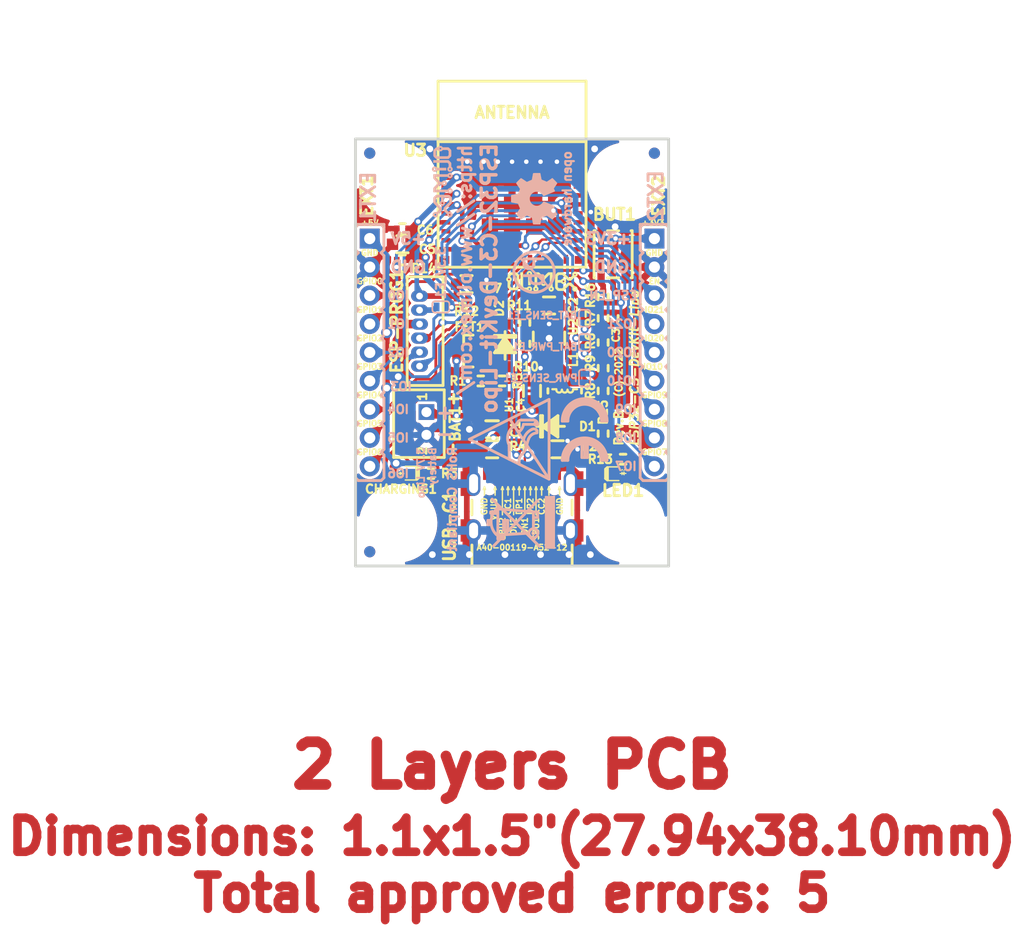
<source format=kicad_pcb>
(kicad_pcb (version 20221018) (generator pcbnew)
  (title_block (title "ESP32-C3-DevKit-Lipo") (date "2022-09-28") (rev "B") (company "OLIMEX Ltd.") (comment 1 "https://www.olimex.com"))
  (layers (0 "F.Cu" mixed) (31 "B.Cu" mixed) (34 "B.Paste" user) (35 "F.Paste" user) (36 "B.SilkS" user "B.Silkscreen") (37 "F.SilkS" user "F.Silkscreen") (38 "B.Mask" user) (39 "F.Mask" user) (44 "Edge.Cuts" user))
  (net 0 "")
  (net 1 "+5V")
  (net 2 "GND")
  (net 3 "+3V3")
  (net 4 "/ESP_EN")
  (net 5 "Net-(CHARGING1-Pad1)")
  (net 6 "Net-(C2-Pad1)")
  (net 7 "/GPIO5")
  (net 8 "/GPIO4")
  (net 9 "/GPIO0")
  (net 10 "/GPIO2")
  (net 11 "Net-(L1-Pad1)")
  (net 12 "Net-(R3-Pad2)")
  (net 13 "Net-(FID1-PadFid1)")
  (net 14 "Net-(FID2-PadFid1)")
  (net 15 "Net-(FID3-PadFid1)")
  (net 16 "VBAT")
  (net 17 "Net-(BAT_SENS_E1-Pad1)")
  (net 18 "Net-(PWR_SENS_E1-Pad1)")
  (net 19 "Net-(BAT_PWR_E1-Pad1)")
  (net 20 "Net-(FID4-PadFid1)")
  (net 21 "Net-(3.3V_E1-Pad1)")
  (net 22 "/GPIO3")
  (net 23 "+5V_USB")
  (net 24 "/GPIO21\\U0TXD")
  (net 25 "/GPIO9")
  (net 26 "/GPIO20\\U0RXD")
  (net 27 "/GPIO6")
  (net 28 "/GPIO1")
  (net 29 "/GPIO10")
  (net 30 "/GPIO8")
  (net 31 "/GPIO7")
  (net 32 "Net-(LED1-Pad2)")
  (net 33 "/CC2")
  (net 34 "/CC1")
  (net 35 "Net-(R5-Pad1)")
  (net 36 "Net-(R10-Pad1)")
  (net 37 "Net-(U3-Pad24)")
  (net 38 "Net-(U3-Pad25)")
  (net 39 "Net-(U3-Pad35)")
  (net 40 "Net-(U3-Pad4)")
  (net 41 "Net-(U3-Pad7)")
  (net 42 "Net-(U3-Pad9)")
  (net 43 "Net-(U3-Pad10)")
  (net 44 "Net-(U3-Pad15)")
  (net 45 "Net-(U3-Pad17)")
  (net 46 "/GPIO18\\USB_D-")
  (net 47 "/GPIO19\\USB_D+")
  (net 48 "Net-(U3-Pad28)")
  (net 49 "Net-(U3-Pad29)")
  (net 50 "Net-(U3-Pad32)")
  (net 51 "Net-(U3-Pad33)")
  (net 52 "Net-(U3-Pad34)")
  (net 53 "Net-(USB-C1-PadA8)")
  (net 54 "Net-(USB-C1-PadB8)")
  (net 55 "Net-(FID5-PadFid1)")
  (net 56 "Net-(FID6-PadFid1)")
  (net 57 "Net-(BUT1-Pad2)")
  (footprint "OLIMEX_Other-FP:Fiducial1x3" (layer "F.Cu") (at 130.81 114.3)
    (fp_text reference "FID1" hide)
    (fp_text value "Fiducial" hide)
  )
  (footprint "OLIMEX_RLC-FP:R_0402_5MIL_DWS" (layer "F.Cu") (at 151.638 95.631 90)
    (fp_text reference "R6")
    (fp_text value "470k/R0402")
  )
  (footprint "OLIMEX_RLC-FP:R_0402_5MIL_DWS" (layer "F.Cu") (at 151.638 99.949 90)
    (fp_text reference "R8")
    (fp_text value "220k/R0402")
  )
  (footprint "OLIMEX_RLC-FP:R_0402_5MIL_DWS" (layer "F.Cu") (at 144.653 95.758 -90)
    (fp_text reference "R10")
    (fp_text value "220k/R0402")
  )
  (footprint "OLIMEX_Other-FP:Fiducial1x3" (layer "F.Cu") (at 156.21 78.74)
    (fp_text reference "FID3" hide)
    (fp_text value "Fiducial" hide)
  )
  (footprint "OLIMEX_RLC-FP:C_0603_5MIL_DWS" (layer "F.Cu") (at 141.732 103.378 180)
    (fp_text reference "C1")
    (fp_text value "22uF/6.3V/20%/X5R/C0603")
  )
  (footprint "OLIMEX_RLC-FP:CD32" (layer "F.Cu") (at 148.209 99.949 -90)
    (fp_text reference "L1")
    (fp_text value "2.2uH/1.5A/DCR=72mR/20%/3.00x3.00x1.50mm/CD32(NR3015T2R2M)")
  )
  (footprint "OLIMEX_RLC-FP:R_0402_5MIL_DWS" (layer "F.Cu") (at 140.716 99.06 180)
    (fp_text reference "R1")
    (fp_text value "10k/R0402")
  )
  (footprint "OLIMEX_RLC-FP:R_0402_5MIL_DWS" (layer "F.Cu") (at 144.653 93.853 90)
    (fp_text reference "R11")
    (fp_text value "49.9k/1%/R0402")
  )
  (footprint "OLIMEX_RLC-FP:R_0402_5MIL_DWS" (layer "F.Cu") (at 139.065 91.694 180)
    (fp_text reference "R12")
    (fp_text value "10k/R0402")
  )
  (footprint "OLIMEX_RLC-FP:C_0402_5MIL_DWS" (layer "F.Cu") (at 152.527 93.472 -90)
    (fp_text reference "C3")
    (fp_text value "100nF/10V/10%/X7R/C0402")
  )
  (footprint "OLIMEX_RLC-FP:R_0402_5MIL_DWS" (layer "F.Cu") (at 153.416 106.045)
    (fp_text reference "R13")
    (fp_text value "2.2k/R0402")
  )
  (footprint "OLIMEX_RLC-FP:R_0402_5MIL_DWS" (layer "F.Cu") (at 151.638 93.472 90)
    (fp_text reference "R7")
    (fp_text value "470k/R0402")
  )
  (footprint "OLIMEX_Diodes-FP:SOD-123_1C-2A_KA" (layer "F.Cu") (at 142.875 95.885 -90)
    (fp_text reference "D2")
    (fp_text value "1N5819S4/SOD123")
  )
  (footprint "OLIMEX_RLC-FP:R_0402_5MIL_DWS" (layer "F.Cu") (at 151.638 97.917 90)
    (fp_text reference "R9")
    (fp_text value "470k/R0402")
  )
  (footprint "OLIMEX_Connectors-FP:LIPO_BAT_VERTICAL_DW02S" (layer "F.Cu") (at 132.334 102.87 -90)
    (fp_text reference "BAT1")
    (fp_text value "DW02S")
  )
  (footprint "OLIMEX_RLC-FP:R_0402_5MIL_DWS" (layer "F.Cu") (at 151.638 103.759 90)
    (fp_text reference "R15")
    (fp_text value "33k/R0402")
  )
  (footprint "OLIMEX_RLC-FP:R_0402_5MIL_DWS" (layer "F.Cu") (at 142.621 99.06)
    (fp_text reference "R5")
    (fp_text value "10k/R0402")
  )
  (footprint "OLIMEX_Transistors-FP:SOT23" (layer "F.Cu") (at 139.827 96.393)
    (fp_text reference "FET1")
    (fp_text value "WPM2015-3/TR")
  )
  (footprint "OLIMEX_Other-FP:Fiducial1x3" (layer "F.Cu") (at 130.81 78.74)
    (fp_text reference "FID2" hide)
    (fp_text value "Fiducial" hide)
  )
  (footprint "OLIMEX_RLC-FP:C_0603_5MIL_DWS" (layer "F.Cu") (at 146.812 92.329001 180)
    (fp_text reference "C2")
    (fp_text value "22uF/6.3V/20%/X5R/C0603")
  )
  (footprint "OLIMEX_RLC-FP:C_0603_5MIL_DWS" (layer "F.Cu") (at 133.731 86.868 180)
    (fp_text reference "C5")
    (fp_text value "22uF/6.3V/20%/X5R/C0603")
  )
  (footprint "OLIMEX_RLC-FP:C_0402_5MIL_DWS" (layer "F.Cu") (at 133.731 85.471 180)
    (fp_text reference "C6")
    (fp_text value "100nF/10V/10%/X7R/C0402")
  )
  (footprint "OLIMEX_Connectors-FP:WU06S" (layer "F.Cu") (at 135.255 94.615 90)
    (fp_text reference "ESP-PROG1")
    (fp_text value "WU06S")
  )
  (footprint "OLIMEX_LEDs-FP:LED_0603_KA" (layer "F.Cu") (at 153.416 107.315)
    (fp_text reference "LED1")
    (fp_text value "LED/Green/0603")
  )
  (footprint "OLIMEX_Other-FP:Mounting_Hole_Drill-3.3mm_Clerance-7mm" (layer "F.Cu") (at 133.35 111.76)
    (fp_text reference "MH1" hide)
    (fp_text value "Mounting_Hole_NPTH" hide)
  )
  (footprint "OLIMEX_Other-FP:Mounting_Hole_Drill-3.3mm_Clerance-7mm" (layer "F.Cu") (at 153.67 111.76)
    (fp_text reference "MH2" hide)
    (fp_text value "Mounting_Hole_NPTH" hide)
  )
  (footprint "OLIMEX_Other-FP:Mounting_Hole_Drill-3.3mm_Clerance-7mm" (layer "F.Cu") (at 153.67 81.28)
    (fp_text reference "MH3" hide)
    (fp_text value "Mounting_Hole_NPTH" hide)
  )
  (footprint "OLIMEX_Other-FP:Mounting_Hole_Drill-3.3mm_Clerance-7mm" (layer "F.Cu") (at 133.35 81.28)
    (fp_text reference "MH4" hide)
    (fp_text value "Mounting_Hole_NPTH" hide)
  )
  (footprint "OLIMEX_RLC-FP:R_0603_5MIL_DWS" (layer "F.Cu") (at 147.574 105.156 180)
    (fp_text reference "R2")
    (fp_text value "5.1k/R0603")
  )
  (footprint "OLIMEX_RLC-FP:R_0603_5MIL_DWS" (layer "F.Cu") (at 141.732 105.156)
    (fp_text reference "R4")
    (fp_text value "5.1k/R0603")
  )
  (footprint "OLIMEX_RLC-FP:R_0402_5MIL_DWS" (layer "F.Cu") (at 133.731 88.265 180)
    (fp_text reference "R14")
    (fp_text value "33k/R0402")
  )
  (footprint "OLIMEX_Regulators-FP:SOT-23-5" (layer "F.Cu") (at 146.812 95.249999 -90)
    (fp_text reference "U2")
    (fp_text value "SY8089AAAC(SOT23-5)")
  )
  (footprint "OLIMEX_Cases-FP:ESP32-­C3-­MINI­-1" (layer "F.Cu") (at 143.51 83.312)
    (fp_text reference "U3")
    (fp_text value "ESP32-C3-MINI-1-N4")
  )
  (footprint "OLIMEX_Diodes-FP:SOD-123_1C-2A_KA" (layer "F.Cu") (at 146.939 103.124)
    (fp_text reference "D1")
    (fp_text value "1N5819S4/SOD123")
  )
  (footprint "OLIMEX_LEDs-FP:LED_0603_KA" (layer "F.Cu") (at 133.604 107.314999 180)
    (fp_text reference "CHARGING1")
    (fp_text value "LED/YELLOW/0603")
  )
  (footprint "OLIMEX_RLC-FP:R_0402_5MIL_DWS" (layer "F.Cu") (at 136.271 107.315)
    (fp_text reference "R3")
    (fp_text value "2.2k/R0402")
  )
  (footprint "OLIMEX_Buttons-FP:YTS-A016-X" (layer "F.Cu") (at 152.527 87.757 -90)
    (fp_text reference "BUT1")
    (fp_text value "YTS-A016-X" hide)
  )
  (footprint "OLIMEX_IC-FP:SOT-23-5" (layer "F.Cu") (at 141.732 101.219 180)
    (fp_text reference "U1")
    (fp_text value "BL4054B-42TPRN(SOT23-5)")
  )
  (footprint "OLIMEX_Signs-FP:Logo_OLIMEX_80" (layer "F.Cu") (at 146.177 90.17)
    (fp_text reference "Logo_OLIMEX_1" hide)
    (fp_text value "Logo_OLIMEX_1" hide)
  )
  (footprint "OLIMEX_RLC-FP:C_0603_5MIL_DWS" (layer "F.Cu") (at 139.446 90.424)
    (fp_text reference "C7")
    (fp_text value "1uF/10V/10%/X5R/C0603")
  )
  (footprint "OLIMEX_Connectors-FP:USB2.0_TYPE-C(A40-00119-A52-12)" (layer "F.Cu") (at 144.399 111.252 -90)
    (fp_text reference "USB-C1")
    (fp_text value "USB-C-16P-F(A40-00119-A52-12)")
  )
  (footprint "OLIMEX_RLC-FP:C_0603_5MIL_DWS" (layer "F.Cu") (at 145.288 99.949 90)
    (fp_text reference "C4")
    (fp_text value "22uF/6.3V/20%/X5R/C0603")
  )
  (footprint "OLIMEX_RLC-FP:R_0402_5MIL_DWS" (layer "F.Cu") (at 151.638 91.567 90)
    (fp_text reference "R16")
    (fp_text value "100R/R0402")
  )
  (footprint "OLIMEX_Jumpers-FP:SJ_1_SMALLER" (layer "B.Cu") (at 149.987 95.631 90)
    (fp_text reference "BAT_PWR_E1")
    (fp_text value "Opened" hide)
  )
  (footprint "OLIMEX_Other-FP:Fiducial1x3" (layer "B.Cu") (at 130.81 114.3)
    (fp_text reference "FID4" hide)
    (fp_text value "Fiducial" hide)
  )
  (footprint "OLIMEX_Jumpers-FP:SJ_1_SMALLER" (layer "B.Cu") (at 149.987 93.472 90)
    (fp_text reference "BAT_SENS_E1")
    (fp_text value "Opened" hide)
  )
  (footprint "OLIMEX_Jumpers-FP:SJ_1_SMALLER" (layer "B.Cu") (at 149.987 98.806 -90)
    (fp_text reference "PWR_SENS_E1")
    (fp_text value "Opened" hide)
  )
  (footprint "OLIMEX_Jumpers-FP:SJ_1_SMALLER" (layer "B.Cu") (at 137.16 92.456)
    (fp_text reference "3.3V_E1")
    (fp_text value "Opened" hide)
  )
  (footprint "OLIMEX_Connectors-FP:HN1x9" (layer "B.Cu") (at 130.81 96.52 -90)
    (fp_text reference "EXT1")
    (fp_text value "HN1x9")
  )
  (footprint "OLIMEX_Connectors-FP:HN1x9" (layer "B.Cu") (at 156.21 96.52 -90)
    (fp_text reference "EXT2")
    (fp_text value "HN1x9")
  )
  (footprint "OLIMEX_Other-FP:Fiducial1x3" (layer "B.Cu") (at 130.81 78.74)
    (fp_text reference "FID5" hide)
    (fp_text value "Fiducial" hide)
  )
  (footprint "OLIMEX_Other-FP:Fiducial1x3" (layer "B.Cu") (at 156.21 78.74)
    (fp_text reference "FID6" hide)
    (fp_text value "Fiducial" hide)
  )
  (footprint "OLIMEX_Signs-FP:Logo_OLIMEX_80" (layer "B.Cu") (at 137.287 81.28 -90)
    (fp_text reference "Logo_OLIMEX_2" hide)
    (fp_text value "Logo_OLIMEX_2" hide)
  )
  (footprint "OLIMEX_Signs-FP:CE_Sign" (layer "B.Cu") (at 149.987 104.394 -90)
    (fp_text reference "Sign_CE" hide)
    (fp_text value "CE_Sign" hide)
  )
  (footprint "OLIMEX_Signs-FP:Sign_Antistatic" (layer "B.Cu") (at 146.812 100.711 -90)
    (fp_text reference "Sign_Antistatic" hide)
    (fp_text value "Sign_Antistatic" hide)
  )
  (footprint "OLIMEX_Signs-FP:Sign_OSHW_7.3x6.0mmn" (layer "B.Cu") (at 146.177 82.804 -90)
    (fp_text reference "Sign_OSHW_7.3x6.0mm" hide)
    (fp_text value "Sign_OSHW_7.3x6.0mm" hide)
  )
  (footprint "OLIMEX_Signs-FP:Sign_PB-Free" (layer "B.Cu") (at 145.161 89.154 90)
    (fp_text reference "Sign_PB-Free")
    (fp_text value "Sign_PB-Free")
  )
  (footprint "OLIMEX_Signs-FP:Sign_RecycleBin_1" (layer "B.Cu") (at 147.32 109.347 -90)
    (fp_text reference "Sign_RecycleBin_1" hide)
    (fp_text value "Sign_RecycleBin_1" hide)
  )
  (gr_line (start 157.48 115.57) (end 157.48 77.47) (stroke (width 0.254)) (layer "Edge.Cuts"))
  (gr_line (start 129.54 77.47) (end 129.54 115.57) (stroke (width 0.254)) (layer "Edge.Cuts"))
  (gr_line (start 129.54 115.57) (end 157.48 115.57) (stroke (width 0.254)) (layer "Edge.Cuts"))
  (gr_line (start 157.48 77.47) (end 129.54 77.47) (stroke (width 0.254)) (layer "Edge.Cuts"))
  (gr_text "2 Layers PCB" (at 143.51 133.35) (layer "F.Cu") (effects (font (size 3.81 3.81) (thickness 0.9525))))
  (gr_text "Dimensions: 1.1x1.5\"(27.94x38.10mm)" (at 143.51 139.7) (layer "F.Cu") (effects (font (size 3.048 3.048) (thickness 0.762))))
  (gr_text "Total approved errors: 5" (at 143.51 144.78) (layer "F.Cu") (effects (font (size 3.048 3.048) (thickness 0.762))))
  (gr_text "+" (at 137.541 101.854) (layer "B.SilkS") (effects (font (size 1.27 1.27) (thickness 0.254)) (justify mirror)))
  (gr_text "RoHS Compliant" (at 138.176 109.601 90) (layer "B.SilkS") (effects (font (size 0.762 0.762) (thickness 0.1905)) (justify mirror)))
  (gr_text "3.7V Lipo\nBattery" (at 135.89 104.902 90) (layer "B.SilkS") (effects (font (size 0.635 0.635) (thickness 0.15875)) (justify left mirror)))
  (gr_text "https://www.olimex.com/" (at 139.319 89.154 90) (layer "B.SilkS") (effects (font (size 1.143 1.143) (thickness 0.254)) (justify mirror)))
  (gr_text "GND" (at 134.239 88.9) (layer "B.SilkS") (effects (font (size 1.016 1.016) (thickness 0.254)) (justify mirror)))
  (gr_text "IO0" (at 133.35 91.44) (layer "B.SilkS") (effects (font (size 0.762 0.762) (thickness 0.1905)) (justify mirror)))
  (gr_text "IO1" (at 133.35 93.98) (layer "B.SilkS") (effects (font (size 0.762 0.762) (thickness 0.1905)) (justify mirror)))
  (gr_text "IO2" (at 133.35 96.52) (layer "B.SilkS") (effects (font (size 0.762 0.762) (thickness 0.1905)) (justify mirror)))
  (gr_text "IO3" (at 133.604 99.568) (layer "B.SilkS") (effects (font (size 0.762 0.762) (thickness 0.1905)) (justify mirror)))
  (gr_text "IO4" (at 133.35 101.6) (layer "B.SilkS") (effects (font (size 0.762 0.762) (thickness 0.1905)) (justify mirror)))
  (gr_text "IO5" (at 133.35 104.14) (layer "B.SilkS") (effects (font (size 0.762 0.762) (thickness 0.1905)) (justify mirror)))
  (gr_text "IO6" (at 133.35 107.315) (layer "B.SilkS") (effects (font (size 0.762 0.762) (thickness 0.1905)) (justify mirror)))
  (gr_text "ESP32-C3-DevKit-Lipo" (at 141.478 89.916 90) (layer "B.SilkS") (effects (font (size 1.3208 1.3208) (thickness 0.3175)) (justify mirror)))
  (gr_text "-" (at 137.541 103.759) (layer "B.SilkS") (effects (font (size 1.27 1.27) (thickness 0.254)) (justify mirror)))
  (gr_text "ESP_EN" (at 152.527 91.44) (layer "B.SilkS") (effects (font (size 0.762 0.762) (thickness 0.1905)) (justify mirror)))
  (gr_text "GND" (at 152.4 88.9) (layer "B.SilkS") (effects (font (size 1.016 1.016) (thickness 0.254)) (justify mirror)))
  (gr_text "+3V3" (at 152.0825 86.36) (layer "B.SilkS") (effects (font (size 1.016 1.016) (thickness 0.254)) (justify mirror)))
  (gr_text "+5V" (at 134.239 86.36) (layer "B.SilkS") (effects (font (size 1.016 1.016) (thickness 0.254)) (justify mirror)))
  (gr_text "IO21" (at 153.289 93.98) (layer "B.SilkS") (effects (font (size 0.762 0.762) (thickness 0.1905)) (justify mirror)))
  (gr_text "IO20" (at 153.289 96.52) (layer "B.SilkS") (effects (font (size 0.762 0.762) (thickness 0.1905)) (justify mirror)))
  (gr_text "IO10" (at 153.289 99.06) (layer "B.SilkS") (effects (font (size 0.762 0.762) (thickness 0.1905)) (justify mirror)))
  (gr_text "IO9" (at 153.67 101.6) (layer "B.SilkS") (effects (font (size 0.762 0.762) (thickness 0.1905)) (justify mirror)))
  (gr_text "IO8" (at 153.67 104.14) (layer "B.SilkS") (effects (font (size 0.762 0.762) (thickness 0.1905)) (justify mirror)))
  (gr_text "IO7" (at 153.67 106.68) (layer "B.SilkS") (effects (font (size 0.762 0.762) (thickness 0.1905)) (justify mirror)))
  (gr_text "+3V3" (at 156.083 84.963) (layer "F.SilkS") (effects (font (size 0.508 0.508) (thickness 0.127))))
  (gr_text "EN" (at 156.21 90.17) (layer "F.SilkS") (effects (font (size 0.508 0.508) (thickness 0.127))))
  (gr_text "+5V" (at 130.81 84.963) (layer "F.SilkS") (effects (font (size 0.508 0.508) (thickness 0.127))))
  (gr_text "GPIO9" (at 156.21 100.33) (layer "F.SilkS") (effects (font (size 0.508 0.508) (thickness 0.127))))
  (gr_text "IO10" (at 156.083 97.79) (layer "F.SilkS") (effects (font (size 0.508 0.508) (thickness 0.127))))
  (gr_text "GPIO5" (at 130.81 102.87) (layer "F.SilkS") (effects (font (size 0.508 0.508) (thickness 0.127))))
  (gr_text "GPIO4" (at 130.81 100.33) (layer "F.SilkS") (effects (font (size 0.508 0.508) (thickness 0.127))))
  (gr_text "GPIO0" (at 130.81 90.17) (layer "F.SilkS") (effects (font (size 0.508 0.508) (thickness 0.127))))
  (gr_text "GPIO2" (at 130.81 95.25) (layer "F.SilkS") (effects (font (size 0.508 0.508) (thickness 0.127))))
  (gr_text "GPIO7" (at 156.21 105.41) (layer "F.SilkS") (effects (font (size 0.508 0.508) (thickness 0.127))))
  (gr_text "GPIO6" (at 130.81 105.41) (layer "F.SilkS") (effects (font (size 0.508 0.508) (thickness 0.127))))
  (gr_text "EXT1" (at 130.556 82.55 90) (layer "F.SilkS") (effects (font (size 1.016 1.016) (thickness 0.254))))
  (gr_text "ESP32-C3-DevKit-Lipo" (at 154.432 97.917 90) (layer "F.SilkS") (effects (font (size 0.762 0.762) (thickness 0.1905) italic)))
  (gr_text "EXT2" (at 156.591 82.55 90) (layer "F.SilkS") (effects (font (size 1.016 1.016) (thickness 0.254))))
  (gr_text "Rev.B" (at 153.035 103.251 90) (layer "F.SilkS") (effects (font (size 0.762 0.762) (thickness 0.1905))))
  (gr_text "GPIO1" (at 130.81 92.71) (layer "F.SilkS") (effects (font (size 0.508 0.508) (thickness 0.127))))
  (gr_text "GPIO3" (at 130.81 97.79) (layer "F.SilkS") (effects (font (size 0.508 0.508) (thickness 0.127))))
  (gr_text "GND" (at 156.21 87.63) (layer "F.SilkS") (effects (font (size 0.508 0.508) (thickness 0.127))))
  (gr_text "GND" (at 130.81 87.63) (layer "F.SilkS") (effects (font (size 0.508 0.508) (thickness 0.127))))
  (gr_text "(C) 2022" (at 153.035 98.298 90) (layer "F.SilkS") (effects (font (size 0.635 0.635) (thickness 0.15875))))
  (gr_text "GPIO8" (at 156.21 102.87) (layer "F.SilkS") (effects (font (size 0.508 0.508) (thickness 0.127))))
  (gr_text "IO20" (at 156.21 95.25) (layer "F.SilkS") (effects (font (size 0.508 0.508) (thickness 0.127))))
  (gr_text "IO21" (at 156.21 92.71) (layer "F.SilkS") (effects (font (size 0.508 0.508) (thickness 0.127))))
  (gr_text "+" (at 138.303 100.584) (layer "F.SilkS") (effects (font (size 1.016 1.016) (thickness 0.254))))
  (gr_text "-" (at 138.176 105.156 90) (layer "F.SilkS") (effects (font (size 1.016 1.016) (thickness 0.254))))
  (segment (start 141.224 99.06) (end 141.224 98.298) (width 0.508) (layer "F.Cu") (net 1))
  (segment (start 142.875 97.785) (end 142.362 97.785) (width 0.508) (layer "F.Cu") (net 1))
  (segment (start 132.842 106.723981) (end 133.16421 106.401771) (width 0.508) (layer "F.Cu") (net 1))
  (segment (start 141.224 98.298) (end 141.224 98.171) (width 0.508) (layer "F.Cu") (net 1))
  (segment (start 144.333 101.666) (end 143.83 102.169) (width 0.254) (layer "F.Cu") (net 1))
  (segment (start 132.334 94.742) (end 132.334 99.694996) (width 0.508) (layer "F.Cu") (net 1))
  (segment (start 142.621 103.378) (end 141.859 104.14) (width 0.508) (layer "F.Cu") (net 1))
  (segment (start 144.333 102.169) (end 145.039 102.875) (width 0.508) (layer "F.Cu") (net 1))
  (segment (start 141.732 99.949) (end 141.224 99.441) (width 0.508) (layer "F.Cu") (net 1))
  (segment (start 132.842 107.315) (end 132.842 106.723981) (width 0.508) (layer "F.Cu") (net 1))
  (segment (start 145.039 102.875) (end 145.039 103.124) (width 0.508) (layer "F.Cu") (net 1))
  (segment (start 142.621 102.362) (end 142.621 102.616) (width 0.508) (layer "F.Cu") (net 1))
  (segment (start 144.333 100.142) (end 144.526 99.949) (width 0.254) (layer "F.Cu") (net 1))
  (segment (start 144.78 103.378) (end 145.034 103.124) (width 0.508) (layer "F.Cu") (net 1))
  (segment (start 141.351 98.044) (end 141.224 98.171) (width 0.508) (layer "F.Cu") (net 1))
  (segment (start 142.621 102.616) (end 142.621 101.473) (width 0.508) (layer "F.Cu") (net 1))
  (segment (start 142.875 97.785) (end 141.229 97.785) (width 0.508) (layer "F.Cu") (net 1))
  (segment (start 151.638 100.457) (end 150.876 100.457) (width 0.508) (layer "F.Cu") (net 1))
  (segment (start 145.288 103.6955) (end 145.288 103.124) (width 0.508) (layer "F.Cu") (net 1))
  (segment (start 142.621 101.473) (end 141.732 100.584) (width 0.508) (layer "F.Cu") (net 1))
  (segment (start 141.224 97.63252) (end 141.224 98.171) (width 0.508) (layer "F.Cu") (net 1))
  (segment (start 142.621 102.616) (end 144.78 102.616) (width 0.508) (layer "F.Cu") (net 1))
  (segment (start 142.621 103.378) (end 144.78 103.378) (width 0.508) (layer "F.Cu") (net 1))
  (segment (start 142.3035 103.6955) (end 145.288 103.6955) (width 0.508) (layer "F.Cu") (net 1))
  (segment (start 141.859 104.14) (end 142.3035 103.6955) (width 0.508) (layer "F.Cu") (net 1))
  (segment (start 132.334 99.694996) (end 132.334004 99.695) (width 0.508) (layer "F.Cu") (net 1))
  (segment (start 144.333 101.666) (end 144.333 100.142) (width 0.254) (layer "F.Cu") (net 1))
  (segment (start 141.229 97.785) (end 141.224 97.79) (width 0.508) (layer "F.Cu") (net 1))
  (segment (start 142.875 97.785) (end 141.737 97.785) (width 0.508) (layer "F.Cu") (net 1))
  (segment (start 141.224 99.441) (end 141.224 99.06) (width 0.508) (layer "F.Cu") (net 1))
  (segment (start 141.737 97.785) (end 141.224 98.298) (width 0.508) (layer "F.Cu") (net 1))
  (segment (start 141.859 97.282) (end 141.6685 97.0915) (width 0.508) (layer "F.Cu") (net 1))
  (segment (start 143.002 102.997) (end 145.034 102.997) (width 0.508) (layer "F.Cu") (net 1))
  (segment (start 150.368 99.949) (end 150.876 100.457) (width 0.254) (layer "F.Cu") (net 1))
  (segment (start 142.87 98.044) (end 141.351 98.044) (width 0.508) (layer "F.Cu") (net 1))
  (segment (start 142.621 103.378) (end 143.002 102.997) (width 0.508) (layer "F.Cu") (net 1))
  (segment (start 142.621 101.473) (end 143.383 102.235) (width 0.508) (layer "F.Cu") (net 1))
  (segment (start 141.6685 97.0915) (end 140.843 97.0915) (width 0.508) (layer "F.Cu") (net 1))
  (segment (start 141.859 97.282) (end 141.097 97.282) (width 0.508) (layer "F.Cu") (net 1))
  (segment (start 143.032 102.169) (end 142.814 102.169) (width 0.508) (layer "F.Cu") (net 1))
  (segment (start 144.333 102.169) (end 144.333 101.666) (width 0.254) (layer "F.Cu") (net 1))
  (segment (start 142.814 102.169) (end 142.621 102.362) (width 0.508) (layer "F.Cu") (net 1))
  (segment (start 144.526 99.949) (end 150.368 99.949) (width 0.254) (layer "F.Cu") (net 1))
  (segment (start 141.732 100.584) (end 141.732 99.949) (width 0.508) (layer "F.Cu") (net 1))
  (segment (start 140.93444 97.34296) (end 141.224 97.63252) (width 0.508) (layer "F.Cu") (net 1))
  (segment (start 141.224 98.171) (end 140.589 97.536) (width 0.508) (layer "F.Cu") (net 1))
  (segment (start 142.362 97.785) (end 141.859 97.282) (width 0.508) (layer "F.Cu") (net 1))
  (segment (start 143.032 102.169) (end 143.83 102.169) (width 0.508) (layer "F.Cu") (net 1))
  (segment (start 142.621 102.616) (end 142.621 103.378) (width 0.508) (layer "F.Cu") (net 1))
  (segment (start 143.83 102.169) (end 144.333 102.169) (width 0.508) (layer "F.Cu") (net 1))
  (via (at 132.334004 99.695) (size 1) (drill 0.6) (layers "F.Cu" "B.Cu") (net 1))
  (via (at 133.16421 106.401771) (size 1) (drill 0.6) (layers "F.Cu" "B.Cu") (net 1))
  (via (at 141.859 104.14) (size 0.7) (drill 0.4) (layers "F.Cu" "B.Cu") (net 1))
  (via (at 132.334 94.742) (size 1) (drill 0.6) (layers "F.Cu" "B.Cu") (net 1))
  (segment (start 141.097 104.902) (end 141.859 104.14) (width 0.508) (layer "B.Cu") (net 1))
  (segment (start 130.81 86.36) (end 132.334028 87.884028) (width 0.508) (layer "B.Cu") (net 1))
  (segment (start 133.16421 106.401771) (end 132.334004 105.571565) (width 0.508) (layer "B.Cu") (net 1))
  (segment (start 133.16421 106.401771) (end 137.120729 106.401771) (width 0.508) (layer "B.Cu") (net 1))
  (segment (start 137.120729 106.401771) (end 138.6205 104.902) (width 0.508) (layer "B.Cu") (net 1))
  (segment (start 132.334028 87.884028) (end 132.334028 94.741972) (width 0.508) (layer "B.Cu") (net 1))
  (segment (start 132.334004 105.571565) (end 132.334004 99.695) (width 0.508) (layer "B.Cu") (net 1))
  (segment (start 132.334028 94.741972) (end 132.334 94.742) (width 0.508) (layer "B.Cu") (net 1))
  (segment (start 138.6205 104.902) (end 141.097 104.902) (width 0.508) (layer "B.Cu") (net 1))
  (segment (start 139.7 103.378) (end 136.906 103.378) (width 0.508) (layer "F.Cu") (net 2))
  (segment (start 139.7635 106.1085) (end 139.827 106.045) (width 0.762) (layer "F.Cu") (net 2))
  (segment (start 144.653 93.345) (end 145.288 92.71) (width 0.508) (layer "F.Cu") (net 2))
  (segment (start 153.602 85.682) (end 153.602 87.308) (width 0.508) (layer "F.Cu") (net 2))
  (segment (start 153.602 88.832) (end 153.602 87.308) (width 0.508) (layer "F.Cu") (net 2))
  (segment (start 138.71 80.0475) (end 138.71 79.4645) (width 0.4064) (layer "F.Cu") (net 2))
  (segment (start 145.91 78.412) (end 145.91 79.4255) (width 0.4064) (layer "F.Cu") (net 2))
  (segment (start 145.034 79.502) (end 145.9865 79.502) (width 0.4064) (layer "F.Cu") (net 2))
  (segment (start 140.009923 87.320077) (end 140.31 87.620154) (width 0.4064) (layer "F.Cu") (net 2))
  (segment (start 146.812 96.549999) (end 146.812 95.25) (width 0.508) (layer "F.Cu") (net 2))
  (segment (start 153.602 89.832) (end 153.602 88.832) (width 0.508) (layer "F.Cu") (net 2))
  (segment (start 136.175882 78.771882) (end 136.175882 78.362) (width 0.4064) (layer "F.Cu") (net 2))
  (segment (start 140.063 108.222) (end 140.081 108.204) (width 0.508) (layer "F.Cu") (net 2))
  (segment (start 146.71 78.412) (end 146.71 79.4135) (width 0.4064) (layer "F.Cu") (net 2))
  (segment (start 148.463 105.156) (end 149.352 105.156) (width 0.762) (layer "F.Cu") (net 2))
  (segment (start 140.843 106.045) (end 140.843 105.156) (width 0.762) (layer "F.Cu") (net 2))
  (segment (start 140.074 112.402) (end 140.081 112.395) (width 0.508) (layer "F.Cu") (net 2))
  (segment (start 147.51 78.412) (end 147.51 79.5015) (width 0.4064) (layer "F.Cu") (net 2))
  (segment (start 150.669799 92.630799) (end 151.003 92.964) (width 0.508) (layer "F.Cu") (net 2))
  (segment (start 139.5095 79.502) (end 140.2715 79.502) (width 0.4064) (layer "F.Cu") (net 2))
  (segment (start 150.669799 88.185799) (end 150.669799 92.630799) (width 0.508) (layer "F.Cu") (net 2))
  (segment (start 147.696 107.32) (end 147.701 107.315) (width 0.2032) (layer "F.Cu") (net 2))
  (segment (start 133.35 94.615) (end 133.35 98.679) (width 0.508) (layer "F.Cu") (net 2))
  (segment (start 135.255 93.99) (end 133.975 93.99) (width 0.762) (layer "F.Cu") (net 2))
  (segment (start 141.324 106.526) (end 141.074 106.276) (width 0.254) (layer "F.Cu") (net 2))
  (segment (start 136.175882 78.362) (end 137.538 78.362) (width 0.254) (layer "F.Cu") (net 2))
  (segment (start 141.074 106.276) (end 140.843 106.045) (width 0.762) (layer "F.Cu") (net 2))
  (segment (start 137.61 87.312) (end 137.618077 87.320077) (width 0.4064) (layer "F.Cu") (net 2))
  (segment (start 140.31 79.4635) (end 140.2715 79.502) (width 0.4064) (layer "F.Cu") (net 2))
  (segment (start 136.97 87.312) (end 136.702 87.58) (width 0.4064) (layer "F.Cu") (net 2))
  (segment (start 150.536881 84.483849) (end 150.536881 83.988875) (width 0.508) (layer "F.Cu") (net 2))
  (segment (start 140.2715 79.502) (end 141.0335 79.502) (width 0.4064) (layer "F.Cu") (net 2))
  (segment (start 139.827 106.045) (end 140.843 106.045) (width 0.762) (layer "F.Cu") (net 2))
  (segment (start 144.2085 79.502) (end 145.034 79.502) (width 0.4064) (layer "F.Cu") (net 2))
  (segment (start 147.828 106.8705) (end 148.9075 106.8705) (width 0.508) (layer "F.Cu") (net 2))
  (segment (start 140.843 103.378) (end 140.843 105.156) (width 0.762) (layer "F.Cu") (net 2))
  (segment (start 153.289 96.901) (end 152.781 97.409) (width 0.508) (layer "F.Cu") (net 2))
  (segment (start 139.4714 108.222) (end 138.321 108.222) (width 0.762) (layer "F.Cu") (net 2))
  (segment (start 138.5575 79.312) (end 138.71 79.4645) (width 0.4064) (layer "F.Cu") (net 2))
  (segment (start 137.61 79.312) (end 138.5575 79.312) (width 0.4064) (layer "F.Cu") (net 2))
  (segment (start 137.61 79.312) (end 136.716 79.312) (width 0.4064) (layer "F.Cu") (net 2))
  (segment (start 151.638 97.409) (end 148.844 97.409) (width 0.508) (layer "F.Cu") (net 2))
  (segment (start 143.51 78.412) (end 143.51 79.4385) (width 0.4064) (layer "F.Cu") (net 2))
  (segment (start 136.716 79.312) (end 136.175882 78.771882) (width 0.4064) (layer "F.Cu") (net 2))
  (segment (start 149.095 78.362) (end 148.593 78.362) (width 0.762) (layer "F.Cu") (net 2))
  (segment (start 137.61 87.312) (end 136.97 87.312) (width 0.4064) (layer "F.Cu") (net 2))
  (segment (start 141.11 78.412) (end 141.11 79.4255) (width 0.4064) (layer "F.Cu") (net 2))
  (segment (start 145.9865 79.502) (end 146.6215 79.502) (width 0.4064) (layer "F.Cu") (net 2))
  (segment (start 140.079 112.402) (end 147.059 112.402) (width 0.508) (layer "F.Cu") (net 2))
  (segment (start 144.31 78.412) (end 144.31 79.4005) (width 0.4064) (layer "F.Cu") (net 2))
  (segment (start 148.543 78.412) (end 148.593 78.362) (width 0.4064) (layer "F.Cu") (net 2))
  (segment (start 141.91 79.4895) (end 141.9225 79.502) (width 0.4064) (layer "F.Cu") (net 2))
  (segment (start 141.605 101.727) (end 141.097 101.219) (width 0.508) (layer "F.Cu") (net 2))
  (segment (start 153.602 85.682) (end 153.602 85.488476) (width 0.508) (layer "F.Cu") (net 2))
  (segment (start 148.724 112.402) (end 148.717 112.395) (width 0.508) (layer "F.Cu") (net 2))
  (segment (start 149.3266 108.222) (end 150.731 108.222) (width 0.762) (layer "F.Cu") (net 2))
  (segment (start 145.161 99.06) (end 145.288 98.933) (width 0.508) (layer "F.Cu") (net 2))
  (segment (start 156.21 88.9) (end 153.67 88.9) (width 0.508) (layer "F.Cu") (net 2))
  (segment (start 149.3266 112.402) (end 149.3266 110.5916) (width 0.508) (layer "F.Cu") (net 2))
  (segment (start 141.074 107.32) (end 141.074 106.276) (width 0.254) (layer "F.Cu") (net 2))
  (segment (start 139.4714 112.402) (end 138.31 112.402) (width 0.762) (layer "F.Cu") (net 2))
  (segment (start 133.14766 90.17) (end 132.08 90.17) (width 0.508) (layer "F.Cu") (net 2))
  (segment (start 141.0335 79.502) (end 141.9225 79.502) (width 0.4064) (layer "F.Cu") (net 2))
  (segment (start 140.843 103.378) (end 141.605 102.616) (width 0.508) (layer "F.Cu") (net 2))
  (segment (start 137.56 78.362) (end 136.175882 78.362) (width 0.762) (layer "F.Cu") (net 2))
  (segment (start 153.289 93.472) (end 153.289 96.901) (width 0.508) (layer "F.Cu") (net 2))
  (segment (start 149.46 78.362) (end 149.095 78.362) (width 0.762) (layer "F.Cu") (net 2))
  (segment (start 149.3266 112.402) (end 148.724 112.402) (width 0.508) (layer "F.Cu") (net 2))
  (segment (start 140.843 103.378) (end 139.7 103.378) (width 0.508) (layer "F.Cu") (net 2))
  (segment (start 132.842 86.868) (end 130.81 88.9) (width 0.508) (layer "F.Cu") (net 2))
  (segment (start 139.4714 106.4006) (end 139.7635 106.1085) (width 0.762) (layer "F.Cu") (net 2))
  (segment (start 151.638 97.409) (end 152.781 97.409) (width 0.508) (layer "F.Cu") (net 2))
  (segment (start 143.4465 79.502) (end 144.2085 79.502) (width 0.4064) (layer "F.Cu") (net 2))
  (segment (start 133.975 93.99) (end 133.35 94.615) (width 0.508) (layer "F.Cu") (net 2))
  (segment (start 148.2725 79.502) (end 147.5105 79.502) (width 0.4064) (layer "F.Cu") (net 2))
  (segment (start 149.3266 108.222) (end 149.3266 110.5916) (width 0.508) (layer "F.Cu") (net 2))
  (segment (start 139.4714 112.402) (end 140.074 112.402) (width 0.508) (layer "F.Cu") (net 2))
  (segment (start 138.6455 80.112) (end 138.71 80.0475) (width 0.4064) (layer "F.Cu") (net 2))
  (segment (start 136.36498 103.378) (end 136.906 103.378) (width 0.508) (layer "F.Cu") (net 2))
  (segment (start 138.7475 79.502) (end 139.5095 79.502) (width 0.4064) (layer "F.Cu") (net 2))
  (segment (start 139.51 79.5015) (end 139.5095 79.502) (width 0.4064) (layer "F.Cu") (net 2))
  (segment (start 147.724 107.32) (end 147.724 106.9745) (width 0.254) (layer "F.Cu") (net 2))
  (segment (start 148.735 108.222) (end 148.717 108.204) (width 0.508) (layer "F.Cu") (net 2))
  (segment (start 143.129 99.06) (end 145.161 99.06) (width 0.508) (layer "F.Cu") (net 2))
  (segment (start 140.843 90.424) (end 141.224 90.043) (width 0.762) (layer "F.Cu") (net 2))
  (segment (start 148.463 105.156) (end 148.463 104.408201) (width 0.762) (layer "F.Cu") (net 2))
  (segment (start 140.208 99.06) (end 139.573 99.06) (width 0.508) (layer "F.Cu") (net 2))
  (segment (start 150.536881 88.052881) (end 150.669799 88.185799) (width 0.508) (layer "F.Cu") (net 2))
  (segment (start 149.3266 112.402) (end 149.3266 114.2746) (width 0.762) (layer "F.Cu") (net 2))
  (segment (start 141.097 101.219) (end 140.432 101.219) (width 0.508) (layer "F.Cu") (net 2))
  (segment (start 140.31 90.399) (end 140.335 90.424) (width 0.4064) (layer "F.Cu") (net 2))
  (segment (start 153.67 88.9) (end 153.602 88.832) (width 0.508) (layer "F.Cu") (net 2))
  (segment (start 145.668999 92.329001) (end 145.288 92.71) (width 0.508) (layer "F.Cu") (net 2))
  (segment (start 137.618077 87.320077) (end 140.009923 87.320077) (width 0.4064) (layer "F.Cu") (net 2))
  (segment (start 148.159963 95.25) (end 146.812 95.25) (width 0.508) (layer "F.Cu") (net 2))
  (segment (start 140.31 78.412) (end 140.31 79.4635) (width 0.4064) (layer "F.Cu") (net 2))
  (segment (start 139.4714 108.222) (end 139.4714 106.4006) (width 0.762) (layer "F.Cu") (net 2))
  (segment (start 148.9075 106.8705) (end 149.3266 107.2896) (width 0.508) (layer "F.Cu") (net 2))
  (segment (start 146.71 79.4135) (end 146.6215 79.502) (width 0.4064) (layer "F.Cu") (net 2))
  (segment (start 141.9225 79.502) (end 142.748 79.502) (width 0.4064) (layer "F.Cu") (net 2))
  (segment (start 148.31 78.412) (end 148.543 78.412) (width 0.4064) (layer "F.Cu") (net 2))
  (segment (start 145.11 79.426) (end 145.034 79.502) (width 0.4064) (layer "F.Cu") (net 2))
  (segment (start 142.748 79.502) (end 143.4465 79.502) (width 0.4064) (layer "F.Cu") (net 2))
  (segment (start 138.71 78.412) (end 138.71 79.4645) (width 0.4064) (layer "F.Cu") (net 2))
  (segment (start 149.3266 107.2896) (end 149.3266 108.222) (width 0.508) (layer "F.Cu") (net 2))
  (segment (start 149.46 78.362) (end 150.873002 78.362) (width 0.762) (layer "F.Cu") (net 2))
  (segment (start 142.71 78.412) (end 142.71 79.464) (width 0.4064) (layer "F.Cu") (net 2))
  (segment (start 135.87222 103.87076) (end 136.36498 103.378) (width 0.508) (layer "F.Cu") (net 2))
  (segment (start 136.702 88.31948) (end 135.949279 89.072201) (width 0.508) (layer "F.Cu") (net 2))
  (segment (start 152.527 92.964) (end 151.638 92.964) (width 0.508) (layer "F.Cu") (net 2))
  (segment (start 148.494201 97.059201) (end 148.494201 95.584238) (width 0.508) (layer "F.Cu") (net 2))
  (segment (start 139.4714 112.402) (end 139.4714 114.2746) (width 0.762) (layer "F.Cu") (net 2))
  (segment (start 148.494201 95.584238) (end 148.159963 95.25) (width 0.508) (layer "F.Cu") (net 2))
  (segment (start 147.701 106.9975) (end 147.828 106.8705) (width 0.508) (layer "F.Cu") (net 2))
  (segment (start 152.781 92.964) (end 153.289 93.472) (width 0.508) (layer "F.Cu") (net 2))
  (segment (start 150.873002 78.362) (end 150.876002 78.359) (width 0.762) (layer "F.Cu") (net 2))
  (segment (start 132.08 90.17) (end 130.81 88.9) (width 0.508) (layer "F.Cu") (net 2))
  (segment (start 137.56 78.362) (end 138.4905 78.362) (width 0.762) (layer "F.Cu") (net 2))
  (segment (start 137.56 88.262) (end 136.702 88.262) (width 0.508) (layer "F.Cu") (net 2))
  (segment (start 143.51 79.4385) (end 143.4465 79.502) (width 0.4064) (layer "F.Cu") (net 2))
  (segment (start 137.538 78.362) (end 137.795 78.105) (width 0.254) (layer "F.Cu") (net 2))
  (segment (start 146.812 95.25) (end 146.812 93.218) (width 0.508) (layer "F.Cu") (net 2))
  (segment (start 148.31 78.412) (end 148.31 79.4645) (width 0.4064) (layer "F.Cu") (net 2))
  (segment (start 134.245459 89.072201) (end 133.14766 90.17) (width 0.508) (layer "F.Cu") (net 2))
  (segment (start 148.31 79.4645) (end 148.2725 79.502) (width 0.4064) (layer "F.Cu") (net 2))
  (segment (start 149.46 88.262) (end 150.327762 88.262) (width 0.508) (layer "F.Cu") (net 2))
  (segment (start 147.474 107.32) (end 147.696 107.32) (width 0.2032) (layer "F.Cu") (net 2))
  (segment (start 136.702 87.58) (end 136.702 88.262) (width 0.4064) (layer "F.Cu") (net 2))
  (segment (start 136.702 88.262) (end 136.702 88.31948) (width 0.508) (layer "F.Cu") (net 2))
  (segment (start 145.11 78.412) (end 145.11 79.426) (width 0.4064) (layer "F.Cu") (net 2))
  (segment (start 142.71 79.464) (end 142.748 79.502) (width 0.4064) (layer "F.Cu") (net 2))
  (segment (start 141.11 79.4255) (end 141.0335 79.502) (width 0.4064) (layer "F.Cu") (net 2))
  (segment (start 141.91 78.412) (end 141.91 79.4895) (width 0.4064) (layer "F.Cu") (net 2))
  (segment (start 149.3266 108.222) (end 148.735 108.222) (width 0.508) (layer "F.Cu") (net 2))
  (segment (start 147.51 79.5015) (end 147.5105 79.502) (width 0.4064) (layer "F.Cu") (net 2))
  (segment (start 146.812 97.155) (end 145.288 98.679) (width 0.508) (layer "F.Cu") (net 2))
  (segment (start 146.812 96.549999) (end 146.812 97.155) (width 0.508) (layer "F.Cu") (net 2))
  (segment (start 141.324 107.32) (end 141.324 106.526) (width 0.254) (layer "F.Cu") (net 2))
  (segment (start 140.335 90.424) (end 140.843 90.424) (width 0.762) (layer "F.Cu") (net 2))
  (segment (start 139.4714 112.402) (end 139.4714 110.7186) (width 0.508) (layer "F.Cu") (net 2))
  (segment (start 148.719 112.402) (end 147.059 112.402) (width 0.508) (layer "F.Cu") (net 2))
  (segment (start 148.844 97.409) (end 148.494201 97.059201) (width 0.508) (layer "F.Cu") (net 2))
  (segment (start 150.327762 88.262) (end 150.536881 88.052881) (width 0.508) (layer "F.Cu") (net 2))
  (segment (start 145.91 79.4255) (end 145.9865 79.502) (width 0.4064) (layer "F.Cu") (net 2))
  (segment (start 137.795 78.105) (end 148.838 78.105) (width 0.254) (layer "F.Cu") (net 2))
  (segment (start 132.842 86.868) (end 133.223 86.487) (width 0.508) (layer "F.Cu") (net 2))
  (segment (start 133.223 86.487) (end 133.223 85.471) (width 0.508) (layer "F.Cu") (net 2))
  (segment (start 145.288 98.679) (end 145.288 98.933) (width 0.508) (layer "F.Cu") (net 2))
  (segment (start 140.31 88.212) (end 140.31 90.399) (width 0.4064) (layer "F.Cu") (net 2))
  (segment (start 145.923001 92.329001) (end 145.923 92.329001) (width 0.508) (layer "F.Cu") (net 2))
  (segment (start 138.71 79.4645) (end 138.7475 79.502) (width 0.4064) (layer "F.Cu") (net 2))
  (segment (start 135.949279 89.072201) (end 134.245459 89.072201) (width 0.508) (layer "F.Cu") (net 2))
  (segment (start 153.602 85.488476) (end 153.414306 85.300782) (width 0.508) (layer "F.Cu") (net 2))
  (segment (start 151.003 92.964) (end 151.638 92.964) (width 0.508) (layer "F.Cu") (net 2))
  (segment (start 146.6215 79.502) (end 147.5105 79.502) (width 0.4064) (layer "F.Cu") (net 2))
  (segment (start 141.605 102.616) (end 141.605 101.727) (width 0.508) (layer "F.Cu") (net 2))
  (segment (start 146.812 93.218) (end 145.923001 92.329001) (width 0.508) (layer "F.Cu") (net 2))
  (segment (start 139.51 78.412) (end 139.51 79.5015) (width 0.4064) (layer "F.Cu") (net 2))
  (segment (start 153.414306 85.300782) (end 152.7072 85.300782) (width 0.508) (layer "F.Cu") (net 2))
  (segment (start 145.923 92.329001) (end 145.668999 92.329001) (width 0.508) (layer "F.Cu") (net 2))
  (segment (start 139.4714 108.222) (end 140.063 108.222) (width 0.508) (layer "F.Cu") (net 2))
  (segment (start 152.527 92.964) (end 152.781 92.964) (width 0.508) (layer "F.Cu") (net 2))
  (segment (start 150.536881 88.052881) (end 150.536881 84.483849) (width 0.508) (layer "F.Cu") (net 2))
  (segment (start 140.31 87.620154) (end 140.31 88.212) (width 0.4064) (layer "F.Cu") (net 2))
  (segment (start 144.31 79.4005) (end 144.2085 79.502) (width 0.4064) (layer "F.Cu") (net 2))
  (segment (start 137.61 80.112) (end 138.6455 80.112) (width 0.4064) (layer "F.Cu") (net 2))
  (segment (start 139.4714 108.222) (end 139.4714 110.7186) (width 0.508) (layer "F.Cu") (net 2))
  (segment (start 148.838 78.105) (end 149.095 78.362) (width 0.254) (layer "F.Cu") (net 2))
  (via (at 146.812 95.249999) (size 1) (drill 0.6) (layers "F.Cu" "B.Cu") (net 2))
  (via (at 149.352 105.156) (size 0.7) (drill 0.4) (layers "F.Cu" "B.Cu") (net 2))
  (via (at 146.05 97.917) (size 0.7) (drill 0.4) (layers "F.Cu" "B.Cu") (net 2))
  (via (at 146.812 93.98) (size 0.7) (drill 0.4) (layers "F.Cu" "B.Cu") (net 2))
  (via (at 139.5095 79.502) (size 0.7) (drill 0.4) (layers "F.Cu" "B.Cu") (net 2))
  (via (at 140.97 79.502) (size 0.7) (drill 0.4) (layers "F.Cu" "B.Cu") (net 2))
  (via (at 142.24 79.502) (size 0.7) (drill 0.4) (layers "F.Cu" "B.Cu") (net 2))
  (via (at 143.51 79.502) (size 0.7) (drill 0.4) (layers "F.Cu" "B.Cu") (net 2))
  (via (at 144.78 79.502) (size 0.7) (drill 0.4) (layers "F.Cu" "B.Cu") (net 2))
  (via (at 146.05 79.502) (size 0.7) (drill 0.4) (layers "F.Cu" "B.Cu") (net 2))
  (via (at 136.398 114.554) (size 1) (drill 0.6) (layers "F.Cu" "B.Cu") (net 2))
  (via (at 139.7 114.554) (size 1) (drill 0.6) (layers "F.Cu" "B.Cu") (net 2))
  (via (at 142.875 114.554) (size 1) (drill 0.6) (layers "F.Cu" "B.Cu") (net 2))
  (via (at 146.05 114.554) (size 1) (drill 0.6) (layers "F.Cu" "B.Cu") (net 2))
  (via (at 148.59 114.554) (size 1) (drill 0.6) (layers "F.Cu" "B.Cu") (net 2))
  (via (at 150.495 114.554) (size 1) (drill 0.6) (layers "F.Cu" "B.Cu") (net 2))
  (via (at 148.463 104.408201) (size 0.7) (drill 0.4) (layers "F.Cu" "B.Cu") (net 2))
  (via (at 150.536881 83.988875) (size 0.7) (drill 0.4) (layers "F.Cu" "B.Cu") (net 2))
  (via (at 141.224 90.043) (size 0.7) (drill 0.4) (layers "F.Cu" "B.Cu") (net 2))
  (via (at 139.573 99.06) (size 0.7) (drill 0.4) (layers "F.Cu" "B.Cu") (net 2))
  (via (at 139.7 103.378) (size 1) (drill 0.6) (layers "F.Cu" "B.Cu") (net 2))
  (via (at 136.175882 78.362) (size 1) (drill 0.6) (layers "F.Cu" "B.Cu") (net 2))
  (via (at 150.876002 78.359) (size 1) (drill 0.6) (layers "F.Cu" "B.Cu") (net 2))
  (via (at 133.35 98.679) (size 1) (drill 0.6) (layers "F.Cu" "B.Cu") (net 2))
  (via (at 152.7072 85.300782) (size 1) (drill 0.6) (layers "F.Cu" "B.Cu") (net 2))
  (via (at 147.5105 79.502) (size 0.7) (drill 0.4) (layers "F.Cu" "B.Cu") (net 2))
  (segment (start 149.885421 83.337415) (end 149.885421 79.361173) (width 0.508) (layer "B.Cu") (net 2))
  (segment (start 148.719 108.222) (end 150.985 108.222) (width 0.762) (layer "B.Cu") (net 2))
  (segment (start 148.719 105.789) (end 149.352 105.156) (width 0.762) (layer "B.Cu") (net 2))
  (segment (start 135.89 103.886) (end 134.420003 103.886) (width 0.508) (layer "B.Cu") (net 2))
  (segment (start 140.079 108.222) (end 138.194 108.222) (width 0.762) (layer "B.Cu") (net 2))
  (segment (start 140.079 112.402) (end 141.598 112.402) (width 0.762) (layer "B.Cu") (net 2))
  (segment (start 133.35 102.815997) (end 133.35 98.679) (width 0.508) (layer "B.Cu") (net 2))
  (segment (start 150.876002 78.370592) (end 150.876002 78.359) (width 0.508) (layer "B.Cu") (net 2))
  (segment (start 141.224 90.043) (end 141.224 94.234) (width 0.508) (layer "B.Cu") (net 2))
  (segment (start 151.848788 85.300782) (end 150.536881 83.988875) (width 0.508) (layer "B.Cu") (net 2))
  (segment (start 149.885421 79.361173) (end 150.876002 78.370592) (width 0.508) (layer "B.Cu") (net 2))
  (segment (start 150.536881 83.988875) (end 149.885421 83.337415) (width 0.508) (layer "B.Cu") (net 2))
  (segment (start 139.573 103.251) (end 139.7 103.378) (width 0.508) (layer "B.Cu") (net 2))
  (segment (start 139.573 95.885) (end 139.573 99.06) (width 0.508) (layer "B.Cu") (net 2))
  (segment (start 134.420003 103.886) (end 133.35 102.815997) (width 0.508) (layer "B.Cu") (net 2))
  (segment (start 140.079 108.222) (end 140.079 106.174) (width 0.762) (layer "B.Cu") (net 2))
  (segment (start 148.719 108.222) (end 148.719 105.789) (width 0.762) (layer "B.Cu") (net 2))
  (segment (start 140.079 112.402) (end 140.079 114.298) (width 0.762) (layer "B.Cu") (net 2))
  (segment (start 141.224 94.234) (end 139.573 95.885) (width 0.508) (layer "B.Cu") (net 2))
  (segment (start 148.719 112.402) (end 148.719 114.298) (width 0.762) (layer "B.Cu") (net 2))
  (segment (start 148.719 112.402) (end 146.946 112.402) (width 0.762) (layer "B.Cu") (net 2))
  (segment (start 140.079 112.402) (end 138.31 112.402) (width 0.762) (layer "B.Cu") (net 2))
  (segment (start 152.7072 85.300782) (end 151.848788 85.300782) (width 0.508) (layer "B.Cu") (net 2))
  (segment (start 139.573 99.06) (end 139.573 103.251) (width 0.508) (layer "B.Cu") (net 2))
  (segment (start 154.559 91.948) (end 153.797 91.186) (width 0.508) (layer "F.Cu") (net 3))
  (segment (start 150.495 102.108) (end 150.876 102.489) (width 0.508) (layer "F.Cu") (net 3))
  (segment (start 148.209 101.149) (end 145.726 101.149) (width 1.016) (layer "F.Cu") (net 3))
  (segment (start 134.620008 86.868) (end 134.62 86.868) (width 0.762) (layer "F.Cu") (net 3))
  (segment (start 150.876 102.489) (end 150.905799 102.518799) (width 0.508) (layer "F.Cu") (net 3))
  (segment (start 145.288 100.711) (end 145.288 101.727014) (width 0.508) (layer "F.Cu") (net 3))
  (segment (start 139.573 91.694) (end 139.573 91.86201) (width 0.508) (layer "F.Cu") (net 3))
  (segment (start 134.239 88.265) (end 134.239 86.741) (width 0.508) (layer "F.Cu") (net 3))
  (segment (start 135.789867 88.037859) (end 134.646859 88.037859) (width 0.762) (layer "F.Cu") (net 3))
  (segment (start 153.67 102.108) (end 154.559 101.219) (width 0.508) (layer "F.Cu") (net 3))
  (segment (start 145.034 101.473014) (end 145.034 100.838) (width 0.508) (layer "F.Cu") (net 3))
  (segment (start 151.257 102.108) (end 151.384 102.108) (width 0.508) (layer "F.Cu") (net 3))
  (segment (start 134.62 88.011) (end 134.62 85.344) (width 0.4064) (layer "F.Cu") (net 3))
  (segment (start 135.763008 88.011) (end 135.789867 88.037859) (width 0.508) (layer "F.Cu") (net 3))
  (segment (start 134.62 88.265) (end 134.62 88.011) (width 0.4064) (layer "F.Cu") (net 3))
  (segment (start 149.86 102.108) (end 150.114 102.108) (width 0.508) (layer "F.Cu") (net 3))
  (segment (start 134.62 86.868) (end 135.001 87.249) (width 0.762) (layer "F.Cu") (net 3))
  (segment (start 150.876 102.108) (end 150.876 102.489) (width 0.508) (layer "F.Cu") (net 3))
  (segment (start 145.288 100.838) (end 145.542 100.584) (width 0.508) (layer "F.Cu") (net 3))
  (segment (start 134.366 86.868) (end 134.239 86.741) (width 0.508) (layer "F.Cu") (net 3))
  (segment (start 145.542 100.584) (end 148.082 100.584) (width 0.508) (layer "F.Cu") (net 3))
  (segment (start 150.905799 102.518799) (end 150.905799 103.915799) (width 0.508) (layer "F.Cu") (net 3))
  (segment (start 138.946149 92.488861) (end 138.117822 92.488861) (width 0.508) (layer "F.Cu") (net 3))
  (segment (start 145.034 100.838) (end 145.288 100.838) (width 0.508) (layer "F.Cu") (net 3))
  (segment (start 151.384 102.108) (end 153.67 102.108) (width 0.508) (layer "F.Cu") (net 3))
  (segment (start 145.726 101.149) (end 145.415 100.838) (width 1.016) (layer "F.Cu") (net 3))
  (segment (start 137.61 80.912) (end 138.544 80.912) (width 0.4064) (layer "F.Cu") (net 3))
  (segment (start 134.62 85.344) (end 135.128 84.836) (width 0.4064) (layer "F.Cu") (net 3))
  (segment (start 134.874 85.09) (end 135.128 84.836) (width 0.508) (layer "F.Cu") (net 3))
  (segment (start 150.876 102.489) (end 151.257 102.108) (width 0.508) (layer "F.Cu") (net 3))
  (segment (start 134.874 88.011) (end 135.763008 88.011) (width 0.508) (layer "F.Cu") (net 3))
  (segment (start 138.544 80.912) (end 138.557 80.899) (width 0.4064) (layer "F.Cu") (net 3))
  (segment (start 151.257 104.267) (end 151.638 104.267) (width 0.508) (layer "F.Cu") (net 3))
  (segment (start 134.62 86.868) (end 134.366 86.868) (width 0.508) (layer "F.Cu") (net 3))
  (segment (start 134.493 85.471) (end 135.128 84.836) (width 0.508) (layer "F.Cu") (net 3))
  (segment (start 149.478986 101.727014) (end 149.479 101.727) (width 0.508) (layer "F.Cu") (net 3))
  (segment (start 152.527 87.63) (end 152.74351 87.41349) (width 0.508) (layer "F.Cu") (net 3))
  (segment (start 134.62 88.265) (end 135.562726 88.265) (width 0.508) (layer "F.Cu") (net 3))
  (segment (start 152.527 90.805) (end 152.527 87.63) (width 0.508) (layer "F.Cu") (net 3))
  (segment (start 134.239 85.471) (end 134.493 85.471) (width 0.508) (layer "F.Cu") (net 3))
  (segment (start 148.901 101.149) (end 149.86 102.108) (width 0.508) (layer "F.Cu") (net 3))
  (segment (start 152.908 91.186) (end 152.527 90.805) (width 0.508) (layer "F.Cu") (net 3))
  (segment (start 150.114 102.108) (end 151.384 102.108) (width 0.508) (layer "F.Cu") (net 3))
  (segment (start 134.62 88.265) (end 134.239 88.265) (width 0.508) (layer "F.Cu") (net 3))
  (segment (start 152.74351 87.41349) (end 152.74351 86.35336) (width 0.508) (layer "F.Cu") (net 3))
  (segment (start 150.114 102.108) (end 150.495 102.108) (width 0.508) (layer "F.Cu") (net 3))
  (segment (start 145.288 101.727014) (end 145.034 101.473014) (width 0.508) (layer "F.Cu") (net 3))
  (segment (start 145.288 101.727014) (end 149.478986 101.727014) (width 0.508) (layer "F.Cu") (net 3))
  (segment (start 152.908 104.648) (end 152.527 104.267) (width 0.508) (layer "F.Cu") (net 3))
  (segment (start 135.562726 88.265) (end 135.789867 88.037859) (width 0.508) (layer "F.Cu") (net 3))
  (segment (start 134.239 86.741) (end 134.239 85.471) (width 0.508) (layer "F.Cu") (net 3))
  (segment (start 134.646859 88.037859) (end 134.62 88.011) (width 0.762) (layer "F.Cu") (net 3))
  (segment (start 139.573 91.86201) (end 138.946149 92.488861) (width 0.508) (layer "F.Cu") (net 3))
  (segment (start 150.905799 103.915799) (end 151.257 104.267) (width 0.508) (layer "F.Cu") (net 3))
  (segment (start 148.209 101.149) (end 148.901 101.149) (width 0.508) (layer "F.Cu") (net 3))
  (segment (start 135.789867 88.037859) (end 134.620008 86.868) (width 0.762) (layer "F.Cu") (net 3))
  (segment (start 154.559 101.219) (end 154.559 91.948) (width 0.508) (layer "F.Cu") (net 3))
  (segment (start 134.874 88.011) (end 134.874 85.09) (width 0.508) (layer "F.Cu") (net 3))
  (segment (start 144.653 96.266) (end 144.653 96.901) (width 0.508) (layer "F.Cu") (net 3))
  (segment (start 153.797 91.186) (end 152.908 91.186) (width 0.508) (layer "F.Cu") (net 3))
  (segment (start 152.527 104.267) (end 151.638 104.267) (width 0.508) (layer "F.Cu") (net 3))
  (segment (start 152.908 106.045) (end 152.908 104.648) (width 0.508) (layer "F.Cu") (net 3))
  (via (at 138.557 80.899) (size 0.7) (drill 0.4) (layers "F.Cu" "B.Cu") (net 3))
  (via (at 144.653 96.901) (size 0.7) (drill 0.4) (layers "F.Cu" "B.Cu") (net 3))
  (via (at 152.74351 86.35336) (size 0.7) (drill 0.4) (layers "F.Cu" "B.Cu") (net 3))
  (via (at 138.117822 92.488861) (size 0.7) (drill 0.4) (layers "F.Cu" "B.Cu") (net 3))
  (via (at 135.128 84.836) (size 0.7) (drill 0.4) (layers "F.Cu" "B.Cu") (net 3))
  (via (at 145.288 101.727014) (size 0.7) (drill 0.4) (layers "F.Cu" "B.Cu") (net 3))
  (via (at 135.789867 88.037859) (size 0.7) (drill 0.4) (layers "F.Cu" "B.Cu") (net 3))
  (segment (start 137.576961 91.948) (end 137.541 91.948) (width 0.508) (layer "B.Cu") (net 3))
  (segment (start 137.573861 92.488861) (end 138.117822 92.488861) (width 0.508) (layer "B.Cu") (net 3))
  (segment (start 138.117822 92.143822) (end 138.117822 92.488861) (width 0.508) (layer "B.Cu") (net 3))
  (segment (start 137.541 91.567) (end 138.117822 92.143822) (width 0.508) (layer "B.Cu") (net 3))
  (segment (start 138.117822 92.488861) (end 137.576961 91.948) (width 0.508) (layer "B.Cu") (net 3))
  (segment (start 144.653 101.092014) (end 144.653 96.901) (width 0.508) (layer "B.Cu") (net 3))
  (segment (start 138.557 80.899) (end 137.205209 82.250791) (width 0.508) (layer "B.Cu") (net 3))
  (segment (start 137.541 92.456) (end 137.541 91.948) (width 0.508) (layer "B.Cu") (net 3))
  (segment (start 137.541 91.948) (end 137.541 91.567) (width 0.508) (layer "B.Cu") (net 3))
  (segment (start 152.74351 86.35336) (end 151.50436 86.35336) (width 0.508) (layer "B.Cu") (net 3))
  (segment (start 156.21 86.36) (end 152.75015 86.36) (width 0.508) (layer "B.Cu") (net 3))
  (segment (start 149.174203 84.023203) (end 149.174203 82.622104) (width 0.508) (layer "B.Cu") (net 3))
  (segment (start 137.541 92.456) (end 138.084961 92.456) (width 0.508) (layer "B.Cu") (net 3))
  (segment (start 151.50436 86.35336) (end 149.174203 84.023203) (width 0.508) (layer "B.Cu") (net 3))
  (segment (start 137.541 91.567) (end 135.789867 89.815867) (width 0.508) (layer "B.Cu") (net 3))
  (segment (start 139.446 80.899) (end 138.557 80.899) (width 0.508) (layer "B.Cu") (net 3))
  (segment (start 138.084961 92.456) (end 138.117822 92.488861) (width 0.508) (layer "B.Cu") (net 3))
  (segment (start 148.467099 81.915) (end 140.462 81.915) (width 0.508) (layer "B.Cu") (net 3))
  (segment (start 137.205209 82.758791) (end 135.128 84.836) (width 0.508) (layer "B.Cu") (net 3))
  (segment (start 137.205209 82.250791) (end 137.205209 82.758791) (width 0.508) (layer "B.Cu") (net 3))
  (segment (start 140.462 81.915) (end 139.446 80.899) (width 0.508) (layer "B.Cu") (net 3))
  (segment (start 135.789867 89.815867) (end 135.789867 88.037859) (width 0.508) (layer "B.Cu") (net 3))
  (segment (start 145.288 101.727014) (end 144.653 101.092014) (width 0.508) (layer "B.Cu") (net 3))
  (segment (start 152.75015 86.36) (end 152.74351 86.35336) (width 0.508) (layer "B.Cu") (net 3))
  (segment (start 137.541 92.456) (end 137.573861 92.488861) (width 0.508) (layer "B.Cu") (net 3))
  (segment (start 149.174203 82.622104) (end 148.467099 81.915) (width 0.508) (layer "B.Cu") (net 3))
  (segment (start 136.8036 84.912) (end 136.117457 85.598143) (width 0.4064) (layer "F.Cu") (net 4))
  (segment (start 136.117457 85.598143) (end 136.117457 86.483493) (width 0.4064) (layer "F.Cu") (net 4))
  (segment (start 138.353 91.49) (end 138.557 91.694) (width 0.508) (layer "F.Cu") (net 4))
  (segment (start 135.255 91.49) (end 138.353 91.49) (width 0.508) (layer "F.Cu") (net 4))
  (segment (start 137.61 84.912) (end 136.8036 84.912) (width 0.4064) (layer "F.Cu") (net 4))
  (segment (start 138.557 90.424) (end 138.557 91.694) (width 0.508) (layer "F.Cu") (net 4))
  (via (at 136.117457 86.483493) (size 0.7) (drill 0.4) (layers "F.Cu" "B.Cu") (net 4))
  (segment (start 148.59 82.8641) (end 148.225111 82.499211) (width 0.254) (layer "B.Cu") (net 4))
  (segment (start 138.560419 84.040531) (end 136.117457 86.483493) (width 0.254) (layer "B.Cu") (net 4))
  (segment (start 135.006598 87.594352) (end 136.117457 86.483493) (width 0.4064) (layer "B.Cu") (net 4))
  (segment (start 151.257 86.995) (end 148.59 84.328) (width 0.254) (layer "B.Cu") (net 4))
  (segment (start 138.905837 84.040531) (end 138.560419 84.040531) (width 0.254) (layer "B.Cu") (net 4))
  (segment (start 154.94 89.662) (end 152.273 86.995) (width 0.254) (layer "B.Cu") (net 4))
  (segment (start 152.273 86.995) (end 151.257 86.995) (width 0.254) (layer "B.Cu") (net 4))
  (segment (start 156.21 91.44) (end 154.94 90.17) (width 0.254) (layer "B.Cu") (net 4))
  (segment (start 154.94 90.17) (end 154.94 89.662) (width 0.254) (layer "B.Cu") (net 4))
  (segment (start 148.59 84.328) (end 148.59 82.8641) (width 0.254) (layer "B.Cu") (net 4))
  (segment (start 140.447157 82.499211) (end 138.905837 84.040531) (width 0.254) (layer "B.Cu") (net 4))
  (segment (start 135.006598 91.191598) (end 135.006598 87.594352) (width 0.4064) (layer "B.Cu") (net 4))
  (segment (start 148.225111 82.499211) (end 140.447157 82.499211) (width 0.254) (layer "B.Cu") (net 4))
  (segment (start 135.255 91.44) (end 135.006598 91.191598) (width 0.4064) (layer "B.Cu") (net 4))
  (segment (start 135.763 107.315) (end 134.366 107.315) (width 0.508) (layer "F.Cu") (net 5))
  (segment (start 143.905201 94.756201) (end 143.905201 97.296201) (width 0.254) (layer "F.Cu") (net 6))
  (segment (start 147.762 93.949999) (end 147.762 92.39) (width 0.508) (layer "F.Cu") (net 6))
  (segment (start 143.134 93.985) (end 143.905201 94.756201) (width 0.254) (layer "F.Cu") (net 6))
  (segment (start 142.875 92.583) (end 142.875 93.985) (width 0.508) (layer "F.Cu") (net 6))
  (segment (start 144.190202 97.581202) (end 145.242798 97.581202) (width 0.254) (layer "F.Cu") (net 6))
  (segment (start 145.862 96.549999) (end 145.862 96.962) (width 0.508) (layer "F.Cu") (net 6))
  (segment (start 147.701 92.329001) (end 146.684999 91.313) (width 0.508) (layer "F.Cu") (net 6))
  (segment (start 144.145 91.313) (end 142.875 92.583) (width 0.508) (layer "F.Cu") (net 6))
  (segment (start 145.862 96.962) (end 145.242798 97.581202) (width 0.508) (layer "F.Cu") (net 6))
  (segment (start 142.875 93.985) (end 142.362 93.985) (width 0.508) (layer "F.Cu") (net 6))
  (segment (start 142.362 93.985) (end 140.93444 95.41256) (width 0.508) (layer "F.Cu") (net 6))
  (segment (start 143.905201 97.296201) (end 144.190202 97.581202) (width 0.254) (layer "F.Cu") (net 6))
  (segment (start 140.93444 95.41256) (end 140.93444 95.4405) (width 0.508) (layer "F.Cu") (net 6))
  (segment (start 147.762 92.39) (end 147.701 92.329) (width 0.508) (layer "F.Cu") (net 6))
  (segment (start 146.684999 91.313) (end 144.145 91.313) (width 0.508) (layer "F.Cu") (net 6))
  (segment (start 142.875 93.985) (end 143.134 93.985) (width 0.254) (layer "F.Cu") (net 6))
  (segment (start 132.461 102.489) (end 132.461 102.078294) (width 0.254) (layer "F.Cu") (net 7))
  (segment (start 137.85738 94.945211) (end 138.230789 94.945211) (width 0.254) (layer "F.Cu") (net 7))
  (segment (start 135.184716 99.354578) (end 136.496015 99.354578) (width 0.254) (layer "F.Cu") (net 7))
  (segment (start 136.496015 99.354578) (end 137.165587 98.685006) (width 0.254) (layer "F.Cu") (net 7))
  (segment (start 132.461 102.078294) (end 135.184716 99.354578) (width 0.254) (layer "F.Cu") (net 7))
  (segment (start 130.81 104.14) (end 132.461 102.489) (width 0.254) (layer "F.Cu") (net 7))
  (segment (start 137.165587 98.685006) (end 137.165587 95.637004) (width 0.254) (layer "F.Cu") (net 7))
  (segment (start 138.230789 94.945211) (end 144.31 88.866) (width 0.254) (layer "F.Cu") (net 7))
  (segment (start 144.31 88.212) (end 144.31 88.866) (width 0.4064) (layer "F.Cu") (net 7))
  (segment (start 137.165587 95.637004) (end 137.85738 94.945211) (width 0.254) (layer "F.Cu") (net 7))
  (segment (start 137.667998 94.488) (end 136.708376 95.447622) (width 0.254) (layer "F.Cu") (net 8))
  (segment (start 136.708376 95.447622) (end 136.708376 98.495624) (width 0.254) (layer "F.Cu") (net 8))
  (segment (start 143.51 88.212) (end 143.51 88.866) (width 0.4064) (layer "F.Cu") (net 8))
  (segment (start 143.772284 86.986716) (end 144.696832 86.986716) (width 0.4064) (layer "F.Cu") (net 8))
  (segment (start 136.306633 98.897367) (end 134.976301 98.897367) (width 0.254) (layer "F.Cu") (net 8))
  (segment (start 136.708376 98.495624) (end 136.306633 98.897367) (width 0.254) (layer "F.Cu") (net 8))
  (segment (start 134.976301 98.897367) (end 132.273668 101.6) (width 0.254) (layer "F.Cu") (net 8))
  (segment (start 143.51 87.249) (end 143.772284 86.986716) (width 0.4064) (layer "F.Cu") (net 8))
  (segment (start 143.51 88.212) (end 143.51 87.249) (width 0.4064) (layer "F.Cu") (net 8))
  (segment (start 143.51 88.866) (end 137.888 94.488) (width 0.254) (layer "F.Cu") (net 8))
  (segment (start 137.888 94.488) (end 137.667998 94.488) (width 0.254) (layer "F.Cu") (net 8))
  (segment (start 132.273668 101.6) (end 130.81 101.6) (width 0.254) (layer "F.Cu") (net 8))
  (via (at 144.696832 86.986716) (size 0.7) (drill 0.4) (layers "F.Cu" "B.Cu") (net 8))
  (segment (start 144.696832 86.189168) (end 144.696832 86.986716) (width 0.254) (layer "B.Cu") (net 8))
  (segment (start 148.457935 88.096538) (end 146.213397 85.852) (width 0.254) (layer "B.Cu") (net 8))
  (segment (start 148.457935 98.673935) (end 148.457935 88.096538) (width 0.254) (layer "B.Cu") (net 8))
  (segment (start 146.213397 85.852) (end 145.034 85.852) (width 0.254) (layer "B.Cu") (net 8))
  (segment (start 148.971 99.187) (end 148.457935 98.673935) (width 0.254) (layer "B.Cu") (net 8))
  (segment (start 145.034 85.852) (end 144.696832 86.189168) (width 0.254) (layer "B.Cu") (net 8))
  (segment (start 149.987 99.187) (end 148.971 99.187) (width 0.508) (layer "B.Cu") (net 8))
  (segment (start 138.549 89.027) (end 136.843198 89.027) (width 0.254) (layer "F.Cu") (net 9))
  (segment (start 136.131988 89.73821) (end 134.405649 89.73821) (width 0.254) (layer "F.Cu") (net 9))
  (segment (start 132.703859 91.44) (end 130.81 91.44) (width 0.254) (layer "F.Cu") (net 9))
  (segment (start 134.405649 89.73821) (end 132.703859 91.44) (width 0.254) (layer "F.Cu") (net 9))
  (segment (start 138.71 88.866) (end 138.549 89.027) (width 0.254) (layer "F.Cu") (net 9))
  (segment (start 136.843198 89.027) (end 136.131988 89.73821) (width 0.254) (layer "F.Cu") (net 9))
  (segment (start 138.71 88.212) (end 138.71 88.866) (width 0.4064) (layer "F.Cu") (net 9))
  (segment (start 133.223 88.265) (end 133.223 88.869113) (width 0.508) (layer "F.Cu") (net 10))
  (segment (start 138.401898 82.512) (end 138.561783 82.352115) (width 0.4064) (layer "F.Cu") (net 10))
  (segment (start 137.61 82.512) (end 138.401898 82.512) (width 0.4064) (layer "F.Cu") (net 10))
  (segment (start 133.223 88.869113) (end 133.195203 88.89691) (width 0.508) (layer "F.Cu") (net 10))
  (via (at 133.195203 88.89691) (size 0.7) (drill 0.4) (layers "F.Cu" "B.Cu") (net 10))
  (via (at 138.561783 82.352115) (size 0.7) (drill 0.4) (layers "F.Cu" "B.Cu") (net 10))
  (segment (start 130.81 96.52) (end 132.588 96.52) (width 0.254) (layer "B.Cu") (net 10))
  (segment (start 133.195203 87.782504) (end 138.561783 82.415924) (width 0.254) (layer "B.Cu") (net 10))
  (segment (start 132.588 96.52) (end 133.223 95.885) (width 0.254) (layer "B.Cu") (net 10))
  (segment (start 133.195203 88.89691) (end 133.195203 87.782504) (width 0.254) (layer "B.Cu") (net 10))
  (segment (start 133.223 88.924707) (end 133.195203 88.89691) (width 0.254) (layer "B.Cu") (net 10))
  (segment (start 138.561783 82.415924) (end 138.561783 82.352115) (width 0.254) (layer "B.Cu") (net 10))
  (segment (start 133.223 95.885) (end 133.223 88.924707) (width 0.254) (layer "B.Cu") (net 10))
  (segment (start 147.762 97.597) (end 148.463 98.298) (width 0.508) (layer "F.Cu") (net 11))
  (segment (start 147.762 97.348) (end 147.762 97.597) (width 0.508) (layer "F.Cu") (net 11))
  (segment (start 147.762 97.602) (end 147.193 98.171) (width 0.508) (layer "F.Cu") (net 11))
  (segment (start 147.762 96.549999) (end 147.762 97.348) (width 0.508) (layer "F.Cu") (net 11))
  (segment (start 148.463 98.298) (end 148.463 98.806) (width 0.508) (layer "F.Cu") (net 11))
  (segment (start 148.209 98.749) (end 148.152 98.749) (width 0.508) (layer "F.Cu") (net 11))
  (segment (start 147.193 98.171) (end 147.193 98.552) (width 0.508) (layer "F.Cu") (net 11))
  (segment (start 148.152 98.749) (end 147.762 98.359) (width 0.508) (layer "F.Cu") (net 11))
  (segment (start 147.762 97.348) (end 147.762 98.359) (width 0.508) (layer "F.Cu") (net 11))
  (segment (start 147.762 97.348) (end 147.762 97.602) (width 0.508) (layer "F.Cu") (net 11))
  (segment (start 133.477 102.35548) (end 135.56348 100.269) (width 0.254) (layer "F.Cu") (net 12))
  (segment (start 136.754 107.315) (end 136.779 107.29) (width 0.254) (layer "F.Cu") (net 12))
  (segment (start 133.477 105.41) (end 133.477 102.35548) (width 0.254) (layer "F.Cu") (net 12))
  (segment (start 136.5125 106.5405) (end 134.6075 106.5405) (width 0.254) (layer "F.Cu") (net 12))
  (segment (start 136.779 106.807) (end 136.5125 106.5405) (width 0.254) (layer "F.Cu") (net 12))
  (segment (start 140.432 100.269) (end 139.131 100.269) (width 0.508) (layer "F.Cu") (net 12))
  (segment (start 134.6075 106.5405) (end 133.477 105.41) (width 0.254) (layer "F.Cu") (net 12))
  (segment (start 135.56348 100.269) (end 139.131 100.269) (width 0.254) (layer "F.Cu") (net 12))
  (segment (start 136.779 107.315) (end 136.779 106.807) (width 0.508) (layer "F.Cu") (net 12))
  (segment (start 149.228278 92.332278) (end 147.624789 90.728789) (width 0.254) (layer "F.Cu") (net 16))
  (segment (start 135.86968 101.8413) (end 136.19738 102.169) (width 0.508) (layer "F.Cu") (net 16))
  (segment (start 138.557 96.56318) (end 138.557 97.282002) (width 0.762) (layer "F.Cu") (net 16))
  (segment (start 139.7 95.631) (end 138.93546 96.39554) (width 0.254) (layer "F.Cu") (net 16))
  (segment (start 139.7 94.931801) (end 139.7 95.631) (width 0.254) (layer "F.Cu") (net 16))
  (segment (start 136.19738 102.169) (end 137.221 102.169) (width 0.508) (layer "F.Cu") (net 16))
  (segment (start 140.432 102.169) (end 137.221 102.169) (width 0.508) (layer "F.Cu") (net 16))
  (segment (start 138.72464 96.39554) (end 138.557 96.56318) (width 0.762) (layer "F.Cu") (net 16))
  (segment (start 149.228278 95.248499) (end 149.228278 92.332278) (width 0.254) (layer "F.Cu") (net 16))
  (segment (start 143.903012 90.728789) (end 139.7 94.931801) (width 0.254) (layer "F.Cu") (net 16))
  (segment (start 147.624789 90.728789) (end 143.903012 90.728789) (width 0.254) (layer "F.Cu") (net 16))
  (segment (start 138.93546 96.39554) (end 138.72464 96.39554) (width 0.254) (layer "F.Cu") (net 16))
  (via (at 138.557 97.282002) (size 0.7) (drill 0.4) (layers "F.Cu" "B.Cu") (net 16))
  (via (at 149.228278 95.248499) (size 0.7) (drill 0.4) (layers "F.Cu" "B.Cu") (net 16))
  (via (at 138.5595 102.169) (size 0.7) (drill 0.4) (layers "F.Cu" "B.Cu") (net 16))
  (segment (start 138.557 102.1665) (end 138.5595 102.169) (width 0.508) (layer "B.Cu") (net 16))
  (segment (start 138.557 97.282002) (end 138.557 102.1665) (width 0.508) (layer "B.Cu") (net 16))
  (segment (start 149.229779 95.25) (end 149.228278 95.248499) (width 0.508) (layer "B.Cu") (net 16))
  (segment (start 149.987 95.25) (end 149.229779 95.25) (width 0.508) (layer "B.Cu") (net 16))
  (segment (start 151.638 93.98) (end 151.638 94.488) (width 0.508) (layer "F.Cu") (net 17))
  (segment (start 151.638 93.98) (end 150.449778 93.98) (width 0.508) (layer "F.Cu") (net 17))
  (segment (start 150.449778 93.98) (end 149.987 94.442778) (width 0.508) (layer "F.Cu") (net 17))
  (segment (start 152.527 93.98) (end 151.638 93.98) (width 0.508) (layer "F.Cu") (net 17))
  (segment (start 151.638 95.123) (end 151.638 94.488) (width 0.508) (layer "F.Cu") (net 17))
  (via (at 149.987 94.442778) (size 0.7) (drill 0.4) (layers "F.Cu" "B.Cu") (net 17))
  (segment (start 149.987 93.853) (end 149.987 94.442778) (width 0.508) (layer "B.Cu") (net 17))
  (segment (start 151.257 98.425) (end 150.622 98.425) (width 0.508) (layer "F.Cu") (net 18))
  (segment (start 150.622 98.425) (end 151.3205 99.1235) (width 0.508) (layer "F.Cu") (net 18))
  (segment (start 151.638 98.425) (end 151.257 98.425) (width 0.508) (layer "F.Cu") (net 18))
  (segment (start 151.638 99.441) (end 151.638 98.425) (width 0.508) (layer "F.Cu") (net 18))
  (segment (start 151.3205 99.1235) (end 151.638 99.441) (width 0.508) (layer "F.Cu") (net 18))
  (segment (start 151.3205 98.4885) (end 151.3205 99.1235) (width 0.508) (layer "F.Cu") (net 18))
  (segment (start 151.257 98.425) (end 151.3205 98.4885) (width 0.508) (layer "F.Cu") (net 18))
  (via (at 150.622 98.425) (size 0.7) (drill 0.4) (layers "F.Cu" "B.Cu") (net 18))
  (segment (start 149.987 98.425) (end 150.622 98.425) (width 0.508) (layer "B.Cu") (net 18))
  (segment (start 150.44979 96.139) (end 149.987 96.60179) (width 0.508) (layer "F.Cu") (net 19))
  (segment (start 151.638 96.139) (end 150.44979 96.139) (width 0.508) (layer "F.Cu") (net 19))
  (via (at 149.987 96.60179) (size 0.7) (drill 0.4) (layers "F.Cu" "B.Cu") (net 19))
  (segment (start 149.987 96.012) (end 149.987 96.60179) (width 0.508) (layer "B.Cu") (net 19))
  (segment (start 135.255 92.74) (end 136.495 92.74) (width 0.508) (layer "B.Cu") (net 21))
  (segment (start 136.495 92.74) (end 136.779 92.456) (width 0.508) (layer "B.Cu") (net 21))
  (segment (start 138.53101 83.312) (end 138.57934 83.36033) (width 0.4064) (layer "F.Cu") (net 22))
  (segment (start 139.065 86.563676) (end 139.065 83.84599) (width 0.4064) (layer "F.Cu") (net 22))
  (segment (start 139.065 83.84599) (end 138.57934 83.36033) (width 0.4064) (layer "F.Cu") (net 22))
  (segment (start 137.61 83.312) (end 138.53101 83.312) (width 0.4064) (layer "F.Cu") (net 22))
  (via (at 139.065 86.563676) (size 0.7) (drill 0.4) (layers "F.Cu" "B.Cu") (net 22))
  (via (at 138.57934 83.36033) (size 0.7) (drill 0.4) (layers "F.Cu" "B.Cu") (net 22))
  (segment (start 138.26397 83.36033) (end 138.57934 83.36033) (width 0.254) (layer "B.Cu") (net 22))
  (segment (start 133.875413 95.994587) (end 133.875413 87.748887) (width 0.254) (layer "B.Cu") (net 22))
  (segment (start 148.915146 92.781146) (end 148.915146 87.907156) (width 0.254) (layer "B.Cu") (net 22))
  (segment (start 149.987 93.091) (end 149.225 93.091) (width 0.508) (layer "B.Cu") (net 22))
  (segment (start 140.322971 86.563676) (end 139.065 86.563676) (width 0.254) (layer "B.Cu") (net 22))
  (segment (start 146.35199 85.344) (end 141.542647 85.344) (width 0.254) (layer "B.Cu") (net 22))
  (segment (start 130.81 99.06) (end 133.875413 95.994587) (width 0.254) (layer "B.Cu") (net 22))
  (segment (start 133.875413 87.748887) (end 138.26397 83.36033) (width 0.254) (layer "B.Cu") (net 22))
  (segment (start 148.915146 87.907156) (end 146.35199 85.344) (width 0.254) (layer "B.Cu") (net 22))
  (segment (start 149.225 93.091) (end 148.915146 92.781146) (width 0.254) (layer "B.Cu") (net 22))
  (segment (start 141.542647 85.344) (end 140.322971 86.563676) (width 0.254) (layer "B.Cu") (net 22))
  (segment (start 146.812 108.077) (end 146.812 107.823) (width 0.508) (layer "F.Cu") (net 23))
  (segment (start 146.924 107.965) (end 146.812 108.077) (width 0.254) (layer "F.Cu") (net 23))
  (segment (start 150.194588 103.585588) (end 149.2885 102.6795) (width 0.508) (layer "F.Cu") (net 23))
  (segment (start 142.9385 108.966) (end 145.923 108.966) (width 0.508) (layer "F.Cu") (net 23))
  (segment (start 147.193 106.045) (end 147.243799 106.045) (width 0.254) (layer "F.Cu") (net 23))
  (segment (start 147.32 106.172) (end 147.701 106.172) (width 0.254) (layer "F.Cu") (net 23))
  (segment (start 150.241 104.526) (end 150.241 104.207766) (width 0.508) (layer "F.Cu") (net 23))
  (segment (start 142.9385 108.966) (end 142.875 108.966) (width 0.508) (layer "F.Cu") (net 23))
  (segment (start 145.923 108.966) (end 146.812 108.077) (width 0.508) (layer "F.Cu") (net 23))
  (segment (start 146.674 107.32) (end 146.674 107.939) (width 0.254) (layer "F.Cu") (net 23))
  (segment (start 150.241 104.207766) (end 150.241 104.2035) (width 0.508) (layer "F.Cu") (net 23))
  (segment (start 146.924 107.32) (end 146.924 107.965) (width 0.254) (layer "F.Cu") (net 23))
  (segment (start 146.924 107.32) (end 146.924 106.568) (width 0.254) (layer "F.Cu") (net 23))
  (segment (start 146.924 106.568) (end 147.32 106.172) (width 0.254) (layer "F.Cu") (net 23))
  (segment (start 147.585201 106.287799) (end 147.713711 106.159289) (width 0.254) (layer "F.Cu") (net 23))
  (segment (start 150.241 104.207766) (end 150.194588 104.161354) (width 0.508) (layer "F.Cu") (net 23))
  (segment (start 149.2885 102.6795) (end 148.6535 102.6795) (width 0.508) (layer "F.Cu") (net 23))
  (segment (start 150.241 104.526) (end 150.241 105.791) (width 0.508) (layer "F.Cu") (net 23))
  (segment (start 150.241 105.791) (end 149.872711 106.159289) (width 0.508) (layer "F.Cu") (net 23))
  (segment (start 147.193 106.045) (end 147.32 106.172) (width 0.254) (layer "F.Cu") (net 23))
  (segment (start 148.839 103.124) (end 150.241 104.526) (width 0.508) (layer "F.Cu") (net 23))
  (segment (start 150.194588 104.161354) (end 150.194588 103.585588) (width 0.508) (layer "F.Cu") (net 23))
  (segment (start 146.674 107.939) (end 146.812 108.077) (width 0.254) (layer "F.Cu") (net 23))
  (segment (start 146.950201 106.287799) (end 147.585201 106.287799) (width 0.254) (layer "F.Cu") (net 23))
  (segment (start 146.674 107.32) (end 146.674 106.564) (width 0.254) (layer "F.Cu") (net 23))
  (segment (start 149.872711 106.159289) (end 147.332711 106.159289) (width 0.508) (layer "F.Cu") (net 23))
  (segment (start 141.986 108.077) (end 141.986 107.696) (width 0.508) (layer "F.Cu") (net 23))
  (segment (start 142.875 108.966) (end 141.986 108.077) (width 0.508) (layer "F.Cu") (net 23))
  (segment (start 146.674 106.564) (end 146.950201 106.287799) (width 0.254) (layer "F.Cu") (net 23))
  (segment (start 150.241 104.2035) (end 149.098 103.0605) (width 0.508) (layer "F.Cu") (net 23))
  (segment (start 147.243799 106.045) (end 147.457161 106.045) (width 0.254) (layer "F.Cu") (net 23))
  (segment (start 146.950201 106.287799) (end 147.193 106.045) (width 0.254) (layer "F.Cu") (net 23))
  (segment (start 148.58838 82.512) (end 147.90979 83.19059) (width 0.4064) (layer "F.Cu") (net 24))
  (segment (start 149.41 82.512) (end 148.58838 82.512) (width 0.4064) (layer "F.Cu") (net 24))
  (via (at 147.90979 83.19059) (size 0.7) (drill 0.4) (layers "F.Cu" "B.Cu") (net 24))
  (segment (start 147.9042 83.185) (end 147.90979 83.19059) (width 0.254) (layer "B.Cu") (net 24))
  (segment (start 136.795869 86.532921) (end 138.831048 84.497742) (width 0.254) (layer "B.Cu") (net 24))
  (segment (start 148.082 84.466593) (end 148.082 83.3628) (width 0.254) (layer "B.Cu") (net 24))
  (segment (start 138.912578 92.072764) (end 136.795869 89.956055) (width 0.254) (layer "B.Cu") (net 24))
  (segment (start 135.7495 97.74) (end 136.525 96.9645) (width 0.254) (layer "B.Cu") (net 24))
  (segment (start 154.482789 89.851381) (end 152.083619 87.452211) (width 0.254) (layer "B.Cu") (net 24))
  (segment (start 136.795869 89.956055) (end 136.795869 86.532921) (width 0.254) (layer "B.Cu") (net 24))
  (segment (start 154.482789 90.855789) (end 154.482789 89.851381) (width 0.254) (layer "B.Cu") (net 24))
  (segment (start 154.814545 91.187545) (end 154.482789 90.855789) (width 0.254) (layer "B.Cu") (net 24))
  (segment (start 138.831048 84.497742) (end 139.095219 84.497742) (width 0.254) (layer "B.Cu") (net 24))
  (segment (start 154.814545 92.584545) (end 154.814545 91.187545) (width 0.254) (layer "B.Cu") (net 24))
  (segment (start 152.083619 87.452211) (end 151.067618 87.452211) (width 0.254) (layer "B.Cu") (net 24))
  (segment (start 135.255 97.74) (end 135.7495 97.74) (width 0.254) (layer "B.Cu") (net 24))
  (segment (start 151.067618 87.452211) (end 148.082 84.466593) (width 0.254) (layer "B.Cu") (net 24))
  (segment (start 136.525 93.5355) (end 136.887702 93.172798) (width 0.254) (layer "B.Cu") (net 24))
  (segment (start 139.095219 84.497742) (end 140.407961 83.185) (width 0.254) (layer "B.Cu") (net 24))
  (segment (start 136.525 96.9645) (end 136.525 93.5355) (width 0.254) (layer "B.Cu") (net 24))
  (segment (start 140.407961 83.185) (end 147.9042 83.185) (width 0.254) (layer "B.Cu") (net 24))
  (segment (start 138.452017 93.172798) (end 138.912578 92.712238) (width 0.254) (layer "B.Cu") (net 24))
  (segment (start 136.887702 93.172798) (end 138.452017 93.172798) (width 0.254) (layer "B.Cu") (net 24))
  (segment (start 138.912578 92.712238) (end 138.912578 92.072764) (width 0.254) (layer "B.Cu") (net 24))
  (segment (start 156.21 93.98) (end 154.814545 92.584545) (width 0.254) (layer "B.Cu") (net 24))
  (segment (start 148.082 83.3628) (end 147.90979 83.19059) (width 0.254) (layer "B.Cu") (net 24))
  (segment (start 151.638 92.075) (end 153.219921 92.075) (width 0.508) (layer "F.Cu") (net 25))
  (segment (start 147.51 88.963) (end 147.751789 89.204789) (width 0.254) (layer "F.Cu") (net 25))
  (segment (start 147.51 88.212) (end 147.51 88.963) (width 0.4064) (layer "F.Cu") (net 25))
  (segment (start 149.856753 89.204789) (end 149.862599 89.210635) (width 0.254) (layer "F.Cu") (net 25))
  (segment (start 147.751789 89.204789) (end 149.856753 89.204789) (width 0.254) (layer "F.Cu") (net 25))
  (via (at 153.219921 92.075) (size 0.7) (drill 0.4) (layers "F.Cu" "B.Cu") (net 25))
  (via (at 149.862599 89.210635) (size 0.7) (drill 0.4) (layers "F.Cu" "B.Cu") (net 25))
  (segment (start 137.033 97.663) (end 137.033 95.885002) (width 0.254) (layer "B.Cu") (net 25))
  (segment (start 149.862599 88.208016) (end 149.862599 89.210635) (width 0.254) (layer "B.Cu") (net 25))
  (segment (start 139.525351 85.883466) (end 139.747885 86.106) (width 0.254) (layer "B.Cu") (net 25))
  (segment (start 137.710291 89.577291) (end 137.710291 86.911685) (width 0.254) (layer "B.Cu") (net 25))
  (segment (start 139.747885 86.106) (end 140.062209 86.106) (width 0.254) (layer "B.Cu") (net 25))
  (segment (start 139.827 93.091002) (end 139.827 91.694) (width 0.254) (layer "B.Cu") (net 25))
  (segment (start 137.033 95.885002) (end 139.827 93.091002) (width 0.254) (layer "B.Cu") (net 25))
  (segment (start 138.73851 85.883466) (end 139.525351 85.883466) (width 0.254) (layer "B.Cu") (net 25))
  (segment (start 134.777 96.49) (end 133.985 97.282) (width 0.254) (layer "B.Cu") (net 25))
  (segment (start 146.490583 84.836) (end 149.862599 88.208016) (width 0.254) (layer "B.Cu") (net 25))
  (segment (start 154.000211 94.033025) (end 153.219921 93.252735) (width 0.254) (layer "B.Cu") (net 25))
  (segment (start 133.985 97.282) (end 133.985 98.044) (width 0.254) (layer "B.Cu") (net 25))
  (segment (start 135.255 96.49) (end 134.777 96.49) (width 0.254) (layer "B.Cu") (net 25))
  (segment (start 153.219921 93.252735) (end 153.219921 92.075) (width 0.254) (layer "B.Cu") (net 25))
  (segment (start 149.862599 89.210635) (end 151.902267 89.210635) (width 0.254) (layer "B.Cu") (net 25))
  (segment (start 133.985 98.044) (end 134.62 98.679) (width 0.254) (layer "B.Cu") (net 25))
  (segment (start 153.035 91.890079) (end 153.219921 92.075) (width 0.254) (layer "B.Cu") (net 25))
  (segment (start 153.035 90.343368) (end 153.035 91.890079) (width 0.254) (layer "B.Cu") (net 25))
  (segment (start 139.827 91.694) (end 137.710291 89.577291) (width 0.254) (layer "B.Cu") (net 25))
  (segment (start 136.017 98.679) (end 137.033 97.663) (width 0.254) (layer "B.Cu") (net 25))
  (segment (start 134.62 98.679) (end 136.017 98.679) (width 0.254) (layer "B.Cu") (net 25))
  (segment (start 156.21 101.6) (end 154.000211 99.390211) (width 0.254) (layer "B.Cu") (net 25))
  (segment (start 154.000211 99.390211) (end 154.000211 94.033025) (width 0.254) (layer "B.Cu") (net 25))
  (segment (start 140.062209 86.106) (end 141.332209 84.836) (width 0.254) (layer "B.Cu") (net 25))
  (segment (start 151.902267 89.210635) (end 153.035 90.343368) (width 0.254) (layer "B.Cu") (net 25))
  (segment (start 141.332209 84.836) (end 146.490583 84.836) (width 0.254) (layer "B.Cu") (net 25))
  (segment (start 137.710291 86.911685) (end 138.73851 85.883466) (width 0.254) (layer "B.Cu") (net 25))
  (segment (start 135.9 95.24) (end 137.287 93.853) (width 0.254) (layer "F.Cu") (net 26))
  (segment (start 135.255 95.24) (end 135.9 95.24) (width 0.762) (layer "F.Cu") (net 26))
  (segment (start 147.287025 83.947) (end 147.205235 83.86521) (width 0.4064) (layer "F.Cu") (net 26))
  (segment (start 148.270843 83.947) (end 147.287025 83.947) (width 0.4064) (layer "F.Cu") (net 26))
  (segment (start 148.905843 83.312) (end 148.270843 83.947) (width 0.4064) (layer "F.Cu") (net 26))
  (segment (start 149.41 83.312) (end 148.905843 83.312) (width 0.4064) (layer "F.Cu") (net 26))
  (via (at 147.205235 83.86521) (size 0.7) (drill 0.4) (layers "F.Cu" "B.Cu") (net 26))
  (via (at 137.287 93.853) (size 0.7) (drill 0.4) (layers "F.Cu" "B.Cu") (net 26))
  (segment (start 147.205235 83.86521) (end 147.574 84.233975) (width 0.254) (layer "B.Cu") (net 26))
  (segment (start 137.25308 89.766673) (end 137.25308 86.722303) (width 0.254) (layer "B.Cu") (net 26))
  (segment (start 151.919605 87.934789) (end 154.025578 90.040762) (width 0.254) (layer "B.Cu") (net 26))
  (segment (start 138.418408 93.853) (end 139.369789 92.90162) (width 0.254) (layer "B.Cu") (net 26))
  (segment (start 150.882558 87.934789) (end 151.919605 87.934789) (width 0.254) (layer "B.Cu") (net 26))
  (segment (start 140.374344 83.86521) (end 147.205235 83.86521) (width 0.254) (layer "B.Cu") (net 26))
  (segment (start 147.574 84.626231) (end 150.882558 87.934789) (width 0.254) (layer "B.Cu") (net 26))
  (segment (start 154.357334 93.096962) (end 154.914633 93.654261) (width 0.254) (layer "B.Cu") (net 26))
  (segment (start 139.02043 84.954953) (end 139.284601 84.954953) (width 0.254) (layer "B.Cu") (net 26))
  (segment (start 139.369789 92.90162) (end 139.369789 91.883381) (width 0.254) (layer "B.Cu") (net 26))
  (segment (start 154.357334 91.376926) (end 154.357334 93.096962) (width 0.254) (layer "B.Cu") (net 26))
  (segment (start 139.284601 84.954953) (end 140.374344 83.86521) (width 0.254) (layer "B.Cu") (net 26))
  (segment (start 139.369789 91.883381) (end 137.25308 89.766673) (width 0.254) (layer "B.Cu") (net 26))
  (segment (start 154.025578 90.040762) (end 154.025578 91.045171) (width 0.254) (layer "B.Cu") (net 26))
  (segment (start 154.025578 91.045171) (end 154.357334 91.376926) (width 0.254) (layer "B.Cu") (net 26))
  (segment (start 137.25308 86.722303) (end 139.02043 84.954953) (width 0.254) (layer "B.Cu") (net 26))
  (segment (start 137.287 93.853) (end 138.418408 93.853) (width 0.254) (layer "B.Cu") (net 26))
  (segment (start 147.574 84.233975) (end 147.574 84.626231) (width 0.254) (layer "B.Cu") (net 26))
  (segment (start 154.914633 93.654261) (end 154.914633 95.224633) (width 0.254) (layer "B.Cu") (net 26))
  (segment (start 154.914633 95.224633) (end 156.21 96.52) (width 0.254) (layer "B.Cu") (net 26))
  (segment (start 138.573578 95.402422) (end 145.11 88.866) (width 0.254) (layer "F.Cu") (net 27))
  (segment (start 133.019789 104.470211) (end 133.019789 102.166098) (width 0.254) (layer "F.Cu") (net 27))
  (segment (start 138.046762 95.402422) (end 138.573578 95.402422) (width 0.254) (layer "F.Cu") (net 27))
  (segment (start 136.685397 99.811789) (end 137.622798 98.874388) (width 0.254) (layer "F.Cu") (net 27))
  (segment (start 137.622798 95.826386) (end 138.046762 95.402422) (width 0.254) (layer "F.Cu") (net 27))
  (segment (start 137.622798 98.874388) (end 137.622798 95.826386) (width 0.254) (layer "F.Cu") (net 27))
  (segment (start 133.019789 102.166098) (end 135.374098 99.811789) (width 0.254) (layer "F.Cu") (net 27))
  (segment (start 130.81 106.68) (end 133.019789 104.470211) (width 0.254) (layer "F.Cu") (net 27))
  (segment (start 135.374098 99.811789) (end 136.685397 99.811789) (width 0.254) (layer "F.Cu") (net 27))
  (segment (start 145.11 88.212) (end 145.11 88.866) (width 0.4064) (layer "F.Cu") (net 27))
  (segment (start 136.981791 89.535) (end 136.32137 90.195421) (width 0.254) (layer "F.Cu") (net 28))
  (segment (start 139.08 89.535) (end 136.981791 89.535) (width 0.254) (layer "F.Cu") (net 28))
  (segment (start 130.810451 93.98) (end 130.81 93.98) (width 0.254) (layer "F.Cu") (net 28))
  (segment (start 134.59503 90.195421) (end 130.810451 93.98) (width 0.254) (layer "F.Cu") (net 28))
  (segment (start 139.51 89.105) (end 139.08 89.535) (width 0.254) (layer "F.Cu") (net 28))
  (segment (start 136.32137 90.195421) (end 134.59503 90.195421) (width 0.254) (layer "F.Cu") (net 28))
  (segment (start 139.51 88.212) (end 139.51 89.105) (width 0.4064) (layer "F.Cu") (net 28))
  (segment (start 141.91 88.212) (end 141.91 87.2365) (width 0.4064) (layer "F.Cu") (net 29))
  (segment (start 141.6685 86.995) (end 140.589 86.995) (width 0.4064) (layer "F.Cu") (net 29))
  (segment (start 139.92505 86.33105) (end 139.92505 85.276467) (width 0.4064) (layer "F.Cu") (net 29))
  (segment (start 141.91 87.2365) (end 141.6685 86.995) (width 0.4064) (layer "F.Cu") (net 29))
  (segment (start 140.589 86.995) (end 139.92505 86.33105) (width 0.4064) (layer "F.Cu") (net 29))
  (via (at 139.92505 85.276467) (size 0.7) (drill 0.4) (layers "F.Cu" "B.Cu") (net 29))
  (segment (start 154.457422 97.307422) (end 154.457422 93.843643) (width 0.254) (layer "B.Cu") (net 29))
  (segment (start 151.730224 88.392) (end 150.693176 88.392) (width 0.254) (layer "B.Cu") (net 29))
  (segment (start 153.568367 90.230143) (end 151.730224 88.392) (width 0.254) (layer "B.Cu") (net 29))
  (segment (start 153.900123 91.566309) (end 153.568367 91.234553) (width 0.254) (layer "B.Cu") (net 29))
  (segment (start 153.568367 91.234553) (end 153.568367 90.230143) (width 0.254) (layer "B.Cu") (net 29))
  (segment (start 150.693176 88.392) (end 146.629176 84.328) (width 0.254) (layer "B.Cu") (net 29))
  (segment (start 156.21 99.06) (end 154.457422 97.307422) (width 0.254) (layer "B.Cu") (net 29))
  (segment (start 146.629176 84.328) (end 140.873517 84.328) (width 0.254) (layer "B.Cu") (net 29))
  (segment (start 153.900123 93.286344) (end 153.900123 91.566309) (width 0.254) (layer "B.Cu") (net 29))
  (segment (start 140.873517 84.328) (end 139.92505 85.276467) (width 0.254) (layer "B.Cu") (net 29))
  (segment (start 154.457422 93.843643) (end 153.900123 93.286344) (width 0.254) (layer "B.Cu") (net 29))
  (segment (start 155.067 103.251) (end 155.956 104.14) (width 0.508) (layer "F.Cu") (net 30))
  (segment (start 152.654 107.442) (end 153.289 108.077) (width 0.254) (layer "F.Cu") (net 30))
  (segment (start 153.543 103.251) (end 155.067 104.775) (width 0.508) (layer "F.Cu") (net 30))
  (segment (start 154.94 104.902) (end 155.067 104.775) (width 0.254) (layer "F.Cu") (net 30))
  (segment (start 154.686 108.077) (end 154.94 107.823) (width 0.254) (layer "F.Cu") (net 30))
  (segment (start 154.051 103.251) (end 154.686 103.251) (width 0.508) (layer "F.Cu") (net 30))
  (segment (start 154.94 105.156) (end 154.94 104.902) (width 0.254) (layer "F.Cu") (net 30))
  (segment (start 149.352 89.662) (end 149.86 90.17) (width 0.254) (layer "F.Cu") (net 30))
  (segment (start 154.94 105.41) (end 156.21 104.14) (width 0.254) (layer "F.Cu") (net 30))
  (segment (start 154.686 103.251) (end 155.067 103.251) (width 0.508) (layer "F.Cu") (net 30))
  (segment (start 153.289 108.077) (end 154.686 108.077) (width 0.254) (layer "F.Cu") (net 30))
  (segment (start 155.067 104.775) (end 155.702 104.14) (width 0.254) (layer "F.Cu") (net 30))
  (segment (start 146.71 89.052) (end 147.32 89.662) (width 0.254) (layer "F.Cu") (net 30))
  (segment (start 153.289 103.251) (end 151.638 103.251) (width 0.508) (layer "F.Cu") (net 30))
  (segment (start 147.32 89.662) (end 149.352 89.662) (width 0.254) (layer "F.Cu") (net 30))
  (segment (start 154.686 103.251) (end 155.575 104.14) (width 0.508) (layer "F.Cu") (net 30))
  (segment (start 154.94 104.902) (end 154.94 104.775) (width 0.254) (layer "F.Cu") (net 30))
  (segment (start 154.94 104.14) (end 154.051 103.251) (width 0.508) (layer "F.Cu") (net 30))
  (segment (start 156.21 104.14) (end 154.94 104.14) (width 0.508) (layer "F.Cu") (net 30))
  (segment (start 153.289 103.251) (end 153.543 103.251) (width 0.508) (layer "F.Cu") (net 30))
  (segment (start 154.94 105.537) (end 154.94 105.156) (width 0.254) (layer "F.Cu") (net 30))
  (segment (start 154.94 107.823) (end 154.94 105.537) (width 0.254) (layer "F.Cu") (net 30))
  (segment (start 152.654 107.315) (end 152.654 107.442) (width 0.254) (layer "F.Cu") (net 30))
  (segment (start 154.94 104.775) (end 154.94 104.14) (width 0.254) (layer "F.Cu") (net 30))
  (segment (start 146.71 88.212) (end 146.71 89.002) (width 0.4064) (layer "F.Cu") (net 30))
  (segment (start 154.94 105.156) (end 155.956 104.14) (width 0.254) (layer "F.Cu") (net 30))
  (segment (start 146.71 89.002) (end 146.71 89.052) (width 0.254) (layer "F.Cu") (net 30))
  (segment (start 154.94 104.775) (end 154.94 104.648) (width 0.254) (layer "F.Cu") (net 30))
  (segment (start 154.94 104.648) (end 155.448 104.14) (width 0.254) (layer "F.Cu") (net 30))
  (segment (start 154.051 103.251) (end 153.289 103.251) (width 0.508) (layer "F.Cu") (net 30))
  (segment (start 154.94 105.537) (end 154.94 105.41) (width 0.254) (layer "F.Cu") (net 30))
  (via (at 149.86 90.17) (size 0.7) (drill 0.4) (layers "F.Cu" "B.Cu") (net 30))
  (segment (start 153.543 94.222407) (end 152.539711 93.219118) (width 0.254) (layer "B.Cu") (net 30))
  (segment (start 152.539711 93.219118) (end 152.539711 90.563711) (width 0.254) (layer "B.Cu") (net 30))
  (segment (start 153.543 101.473) (end 153.543 94.222407) (width 0.254) (layer "B.Cu") (net 30))
  (segment (start 152.539711 90.563711) (end 152.146 90.17) (width 0.254) (layer "B.Cu") (net 30))
  (segment (start 152.146 90.17) (end 149.86 90.17) (width 0.254) (layer "B.Cu") (net 30))
  (segment (start 156.21 104.14) (end 153.543 101.473) (width 0.254) (layer "B.Cu") (net 30))
  (segment (start 145.91 88.212) (end 145.91 89.025593) (width 0.4064) (layer "F.Cu") (net 31))
  (segment (start 147.054407 90.17) (end 148.844 90.17) (width 0.254) (layer "F.Cu") (net 31))
  (segment (start 148.844 90.17) (end 149.86 91.186) (width 0.254) (layer "F.Cu") (net 31))
  (segment (start 145.91 89.025593) (end 147.054407 90.17) (width 0.254) (layer "F.Cu") (net 31))
  (via (at 149.86 91.186) (size 0.7) (drill 0.4) (layers "F.Cu" "B.Cu") (net 31))
  (segment (start 156.21 106.68) (end 153.035 103.505) (width 0.254) (layer "B.Cu") (net 31))
  (segment (start 152.0825 93.4085) (end 152.0825 91.6305) (width 0.254) (layer "B.Cu") (net 31))
  (segment (start 152.0825 91.6305) (end 151.638 91.186) (width 0.254) (layer "B.Cu") (net 31))
  (segment (start 153.035 94.361) (end 152.0825 93.4085) (width 0.254) (layer "B.Cu") (net 31))
  (segment (start 153.035 103.505) (end 153.035 94.361) (width 0.254) (layer "B.Cu") (net 31))
  (segment (start 151.638 91.186) (end 149.86 91.186) (width 0.254) (layer "B.Cu") (net 31))
  (segment (start 154.178 106.299) (end 153.924 106.045) (width 0.508) (layer "F.Cu") (net 32))
  (segment (start 154.178 107.315) (end 154.178 106.299) (width 0.508) (layer "F.Cu") (net 32))
  (segment (start 146.149 105.692) (end 146.685 105.156) (width 0.2032) (layer "F.Cu") (net 33))
  (segment (start 146.149 107.32) (end 146.149 105.692) (width 0.2032) (layer "F.Cu") (net 33))
  (segment (start 143.149 107.32) (end 143.149 105.684) (width 0.2032) (layer "F.Cu") (net 34))
  (segment (start 143.149 105.684) (end 142.621 105.156) (width 0.2032) (layer "F.Cu") (net 34))
  (segment (start 143.032 100.243196) (end 142.113 99.324196) (width 0.508) (layer "F.Cu") (net 35))
  (segment (start 142.113 99.324196) (end 142.113 99.06) (width 0.508) (layer "F.Cu") (net 35))
  (segment (start 143.032 100.269) (end 143.032 100.243196) (width 0.508) (layer "F.Cu") (net 35))
  (segment (start 142.113 99.187) (end 142.113 99.06) (width 0.254) (layer "F.Cu") (net 35))
  (segment (start 144.653 95.158999) (end 144.653 95.25) (width 0.508) (layer "F.Cu") (net 36))
  (segment (start 145.450999 94.361) (end 144.653 94.361) (width 0.508) (layer "F.Cu") (net 36))
  (segment (start 144.653 95.25) (end 144.653 94.361) (width 0.508) (layer "F.Cu") (net 36))
  (segment (start 145.450999 94.361) (end 144.653 95.158999) (width 0.508) (layer "F.Cu") (net 36))
  (segment (start 145.862 93.949999) (end 145.450999 94.361) (width 0.508) (layer "F.Cu") (net 36))
  (segment (start 148.250751 86.512) (end 148.021751 86.741) (width 0.2032) (layer "F.Cu") (net 46))
  (segment (start 148.021751 86.741) (end 146.859366 86.741) (width 0.2032) (layer "F.Cu") (net 46))
  (segment (start 144.649 108.208) (end 144.526 108.331) (width 0.2032) (layer "F.Cu") (net 46))
  (segment (start 144.649 107.32) (end 144.649 105.922) (width 0.2032) (layer "F.Cu") (net 46))
  (segment (start 143.764 108.331) (end 143.649 108.216) (width 0.2032) (layer "F.Cu") (net 46))
  (segment (start 144.649 105.922) (end 144.907 105.664) (width 0.2032) (layer "F.Cu") (net 46))
  (segment (start 143.649 108.216) (end 143.649 107.32) (width 0.2032) (layer "F.Cu") (net 46))
  (segment (start 148.615 86.512) (end 148.250751 86.512) (width 0.2032) (layer "F.Cu") (net 46))
  (segment (start 144.526 108.331) (end 143.764 108.331) (width 0.2032) (layer "F.Cu") (net 46))
  (segment (start 149.41 86.512) (end 148.615 86.512) (width 0.4064) (layer "F.Cu") (net 46))
  (segment (start 144.649 107.32) (end 144.649 108.208) (width 0.2032) (layer "F.Cu") (net 46))
  (segment (start 146.859366 86.741) (end 146.4999 87.100466) (width 0.2032) (layer "F.Cu") (net 46))
  (via (at 146.4999 87.100466) (size 0.7) (drill 0.4) (layers "F.Cu" "B.Cu") (net 46))
  (via (at 144.907 105.664) (size 0.7) (drill 0.4) (layers "F.Cu" "B.Cu") (net 46))
  (segment (start 143.891 104.648) (end 143.891 89.709366) (width 0.2032) (layer "B.Cu") (net 46))
  (segment (start 144.907 105.664) (end 143.891 104.648) (width 0.2032) (layer "B.Cu") (net 46))
  (segment (start 143.891 89.709366) (end 146.4999 87.100466) (width 0.2032) (layer "B.Cu") (net 46))
  (segment (start 145.149 106.438) (end 145.669 105.918) (width 0.2032) (layer "F.Cu") (net 47))
  (segment (start 146.579951 86.445665) (end 146.193246 86.445665) (width 0.2032) (layer "F.Cu") (net 47))
  (segment (start 145.845099 86.793812) (end 145.598701 87.04021) (width 0.2032) (layer "F.Cu") (net 47))
  (segment (start 146.691026 86.33459) (end 146.579951 86.445665) (width 0.2032) (layer "F.Cu") (net 47))
  (segment (start 149.41 85.712) (end 148.476 85.712) (width 0.4064) (layer "F.Cu") (net 47))
  (segment (start 148.476 85.712) (end 147.85341 86.33459) (width 0.2032) (layer "F.Cu") (net 47))
  (segment (start 144.149 107.32) (end 144.149 105.922) (width 0.2032) (layer "F.Cu") (net 47))
  (segment (start 144.653 104.902) (end 143.891 105.664) (width 0.2032) (layer "F.Cu") (net 47))
  (segment (start 145.669 105.918) (end 145.669 105.41) (width 0.2032) (layer "F.Cu") (net 47))
  (segment (start 145.161 104.902) (end 144.653 104.902) (width 0.2032) (layer "F.Cu") (net 47))
  (segment (start 145.149 107.32) (end 145.149 106.438) (width 0.2032) (layer "F.Cu") (net 47))
  (segment (start 145.669 105.41) (end 145.161 104.902) (width 0.2032) (layer "F.Cu") (net 47))
  (segment (start 144.149 105.922) (end 143.891 105.664) (width 0.2032) (layer "F.Cu") (net 47))
  (segment (start 147.85341 86.33459) (end 146.691026 86.33459) (width 0.2032) (layer "F.Cu") (net 47))
  (segment (start 146.193246 86.445665) (end 145.845099 86.793812) (width 0.2032) (layer "F.Cu") (net 47))
  (via (at 145.598701 87.04021) (size 0.7) (drill 0.4) (layers "F.Cu" "B.Cu") (net 47))
  (via (at 143.891 105.664) (size 0.7) (drill 0.4) (layers "F.Cu" "B.Cu") (net 47))
  (segment (start 143.484589 105.257589) (end 143.484589 89.154322) (width 0.2032) (layer "B.Cu") (net 47))
  (segment (start 143.891 105.664) (end 143.484589 105.257589) (width 0.2032) (layer "B.Cu") (net 47))
  (segment (start 143.484589 89.154322) (end 145.598701 87.04021) (width 0.2032) (layer "B.Cu") (net 47))
  (segment (start 151.452 90.365) (end 151.638 90.551) (width 0.508) (layer "F.Cu") (net 57))
  (segment (start 151.452 89.832) (end 151.452 86.809) (width 0.508) (layer "F.Cu") (net 57))
  (segment (start 151.638 90.551) (end 151.638 91.059) (width 0.508) (layer "F.Cu") (net 57))
  (segment (start 151.452 89.832) (end 151.452 90.365) (width 0.508) (layer "F.Cu") (net 57))
  (segment (start 151.452 85.682) (end 151.452 86.809) (width 0.508) (layer "F.Cu") (net 57))
  (zone (net 16) (net_name "VBAT") (layer "F.Cu") (priority 16962) (connect_pads yes (clearance 0.2032)) (min_thickness 0.0254) (fill yes (thermal_gap 0.508) (thermal_bridge_width 0.508))
    (polygon (pts (xy 137.221 101.915) (xy 137.100868 101.850377) (xy 136.988513 101.787588) (xy 136.883932 101.726633) (xy 136.787127 101.667512) (xy 136.698097 101.610225) (xy 136.616843 101.554772) (xy 136.543364 101.501153) (xy 136.47766 101.449368) (xy 136.419732 101.399417) (xy 136.369579 101.351301) (xy 135.51968 101.8413) (xy 136.369579 102.331299) (xy 136.419732 102.289736) (xy 136.47766 102.259447) (xy 136.543364 102.240432) (xy 136.616843 102.232691) (xy 136.698097 102.236224) (xy 136.787127 102.251031) (xy 136.883932 102.277112) (xy 136.988513 102.314467) (xy 137.100868 102.363096) (xy 137.221 102.423)))
  )
  (zone (net 16) (net_name "VBAT") (layer "F.Cu") (priority 16962) (connect_pads yes (clearance 0.2032)) (min_thickness 0.0254) (fill yes (thermal_gap 0.508) (thermal_bridge_width 0.508))
    (polygon (pts (xy 137.221 101.915) (xy 137.100868 101.850377) (xy 136.988513 101.787588) (xy 136.883932 101.726633) (xy 136.787127 101.667512) (xy 136.698097 101.610225) (xy 136.616843 101.554772) (xy 136.543364 101.501153) (xy 136.47766 101.449368) (xy 136.419732 101.399417) (xy 136.369579 101.351301) (xy 135.51968 101.8413) (xy 136.369579 102.331299) (xy 136.419732 102.289736) (xy 136.47766 102.259447) (xy 136.543364 102.240432) (xy 136.616843 102.232691) (xy 136.698097 102.236224) (xy 136.787127 102.251031) (xy 136.883932 102.277112) (xy 136.988513 102.314467) (xy 137.100868 102.363096) (xy 137.221 102.423)))
  )
  (zone (net 16) (net_name "VBAT") (layer "F.Cu") (priority 16962) (connect_pads yes (clearance 0.2032)) (min_thickness 0.0254) (fill yes (thermal_gap 0.508) (thermal_bridge_width 0.508))
    (polygon (pts (xy 137.221 101.915) (xy 137.100868 101.850377) (xy 136.988513 101.787588) (xy 136.883932 101.726633) (xy 136.787127 101.667512) (xy 136.698097 101.610225) (xy 136.616843 101.554772) (xy 136.543364 101.501153) (xy 136.47766 101.449368) (xy 136.419732 101.399417) (xy 136.369579 101.351301) (xy 135.51968 101.8413) (xy 136.369579 102.331299) (xy 136.419732 102.289736) (xy 136.47766 102.259447) (xy 136.543364 102.240432) (xy 136.616843 102.232691) (xy 136.698097 102.236224) (xy 136.787127 102.251031) (xy 136.883932 102.277112) (xy 136.988513 102.314467) (xy 137.100868 102.363096) (xy 137.221 102.423)))
  )
  (zone (net 30) (net_name "/GPIO8") (layer "F.Cu") (priority 16962) (connect_pads yes (clearance 0.2032)) (min_thickness 0.0254) (fill yes (thermal_gap 0.508) (thermal_bridge_width 0.508))
    (polygon (pts (xy 154.506395 103.430606) (xy 154.662106 103.470876) (xy 154.801319 103.517764) (xy 154.924032 103.57127) (xy 155.030246 103.631394) (xy 155.119961 103.698135) (xy 155.193176 103.771494) (xy 155.249892 103.851471) (xy 155.290109 103.938066) (xy 155.313826 104.031279) (xy 155.321045 104.13111) (xy 156.524308 104.454308) (xy 156.20111 103.251045) (xy 156.094929 103.250176) (xy 155.982666 103.245509) (xy 155.864321 103.237042) (xy 155.739894 103.224776) (xy 155.609385 103.208711) (xy 155.472794 103.188846) (xy 155.33012 103.165182) (xy 155.181364 103.137719) (xy 155.026526 103.106456) (xy 154.865606 103.071395)))
  )
  (zone (net 30) (net_name "/GPIO8") (layer "F.Cu") (priority 16962) (connect_pads yes (clearance 0.2032)) (min_thickness 0.0254) (fill yes (thermal_gap 0.508) (thermal_bridge_width 0.508))
    (polygon (pts (xy 155.029803 105.499802) (xy 155.127517 105.409092) (xy 155.229545 105.328077) (xy 155.335889 105.256756) (xy 155.446547 105.19513) (xy 155.561521 105.143198) (xy 155.680809 105.100961) (xy 155.804412 105.068418) (xy 155.93233 105.045569) (xy 156.064562 105.032414) (xy 156.20111 105.028955) (xy 156.524308 103.825692) (xy 155.321045 104.14889) (xy 155.317585 104.285437) (xy 155.30443 104.417669) (xy 155.281581 104.545587) (xy 155.249038 104.66919) (xy 155.206801 104.788478) (xy 155.154869 104.903452) (xy 155.093243 105.01411) (xy 155.021922 105.120454) (xy 154.940907 105.222482) (xy 154.850198 105.320197)))
  )
  (zone (net 30) (net_name "/GPIO8") (layer "F.Cu") (priority 16962) (connect_pads yes (clearance 0.2032)) (min_thickness 0.0254) (fill yes (thermal_gap 0.508) (thermal_bridge_width 0.508))
    (polygon (pts (xy 155.029803 105.245802) (xy 155.127517 105.203352) (xy 155.229545 105.165517) (xy 155.335889 105.132296) (xy 155.446547 105.10369) (xy 155.561521 105.079698) (xy 155.680809 105.060321) (xy 155.804412 105.045558) (xy 155.93233 105.035409) (xy 156.064562 105.029874) (xy 156.20111 105.028955) (xy 156.524308 103.825692) (xy 155.321045 104.14889) (xy 155.317585 104.282897) (xy 155.30443 104.407509) (xy 155.281581 104.522727) (xy 155.249038 104.62855) (xy 155.206801 104.724978) (xy 155.154869 104.812012) (xy 155.093243 104.88965) (xy 155.021922 104.957894) (xy 154.940907 105.016742) (xy 154.850198 105.066197)))
  )
  (zone (net 30) (net_name "/GPIO8") (layer "F.Cu") (priority 16962) (connect_pads yes (clearance 0.2032)) (min_thickness 0.0254) (fill yes (thermal_gap 0.508) (thermal_bridge_width 0.508))
    (polygon (pts (xy 154.94 104.393999) (xy 154.995693 104.397682) (xy 155.053123 104.408731) (xy 155.112292 104.427146) (xy 155.173198 104.452927) (xy 155.235842 104.486074) (xy 155.300224 104.526587) (xy 155.366343 104.574466) (xy 155.4342 104.629711) (xy 155.503795 104.692322) (xy 155.575128 104.7623) (xy 156.6545 104.14) (xy 155.575128 103.5177) (xy 155.503795 103.587677) (xy 155.4342 103.650288) (xy 155.366343 103.705533) (xy 155.300224 103.753412) (xy 155.235842 103.793925) (xy 155.173198 103.827072) (xy 155.112292 103.852853) (xy 155.053123 103.871268) (xy 154.995693 103.882317) (xy 154.94 103.886001)))
  )
  (zone (net 16) (net_name "VBAT") (layer "F.Cu") (priority 16962) (connect_pads yes (clearance 0.2032)) (min_thickness 0.0254) (fill yes (thermal_gap 0.508) (thermal_bridge_width 0.508))
    (polygon (pts (xy 137.221 101.915) (xy 137.100868 101.850377) (xy 136.988513 101.787588) (xy 136.883932 101.726633) (xy 136.787127 101.667512) (xy 136.698097 101.610225) (xy 136.616843 101.554772) (xy 136.543364 101.501153) (xy 136.47766 101.449368) (xy 136.419732 101.399417) (xy 136.369579 101.351301) (xy 135.51968 101.8413) (xy 136.369579 102.331299) (xy 136.419732 102.289736) (xy 136.47766 102.259447) (xy 136.543364 102.240432) (xy 136.616843 102.232691) (xy 136.698097 102.236224) (xy 136.787127 102.251031) (xy 136.883932 102.277112) (xy 136.988513 102.314467) (xy 137.100868 102.363096) (xy 137.221 102.423)))
  )
  (zone (net 47) (net_name "/GPIO19\\USB_D+") (layer "F.Cu") (priority 16962) (connect_pads yes (clearance 0.2032)) (min_thickness 0.0254) (fill yes (thermal_gap 0.508) (thermal_bridge_width 0.508))
    (polygon (pts (xy 146.121403 86.373823) (xy 146.058896 86.434301) (xy 145.998743 86.488371) (xy 145.940941 86.536032) (xy 145.885492 86.577286) (xy 145.832396 86.61213) (xy 145.781652 86.640567) (xy 145.73326 86.662594) (xy 145.687221 86.678214) (xy 145.643535 86.687425) (xy 145.602201 86.690228) (xy 145.474958 87.163953) (xy 145.948683 87.03671) (xy 145.951485 86.995375) (xy 145.960696 86.951689) (xy 145.976316 86.90565) (xy 145.998343 86.857258) (xy 146.02678 86.806514) (xy 146.061624 86.753418) (xy 146.102878 86.697969) (xy 146.150539 86.640167) (xy 146.204609 86.580014) (xy 146.265088 86.517508)))
  )
  (zone (net 47) (net_name "/GPIO19\\USB_D+") (layer "F.Cu") (priority 16962) (connect_pads yes (clearance 0.2032)) (min_thickness 0.0254) (fill yes (thermal_gap 0.508) (thermal_bridge_width 0.508))
    (polygon (pts (xy 144.2432 105.168116) (xy 144.213089 105.196198) (xy 144.18192 105.221283) (xy 144.149694 105.243369) (xy 144.116411 105.262457) (xy 144.08207 105.278546) (xy 144.046671 105.291637) (xy 144.010214 105.30173) (xy 143.9727 105.308824) (xy 143.934129 105.31292) (xy 143.8945 105.314018) (xy 143.767257 105.787743) (xy 144.240982 105.6605) (xy 144.242079 105.62087) (xy 144.246175 105.582299) (xy 144.253269 105.544785) (xy 144.263362 105.508328) (xy 144.276453 105.47293) (xy 144.292542 105.438588) (xy 144.31163 105.405305) (xy 144.333716 105.373079) (xy 144.358801 105.34191) (xy 144.386884 105.3118)))
  )
  (zone (net 46) (net_name "/GPIO18\\USB_D-") (layer "F.Cu") (priority 16962) (connect_pads yes (clearance 0.2032)) (min_thickness 0.0254) (fill yes (thermal_gap 0.508) (thermal_bridge_width 0.508))
    (polygon (pts (xy 146.787523 86.669158) (xy 146.769681 86.684971) (xy 146.749491 86.699077) (xy 146.726952 86.711477) (xy 146.702063 86.72217) (xy 146.674825 86.731156) (xy 146.645238 86.738435) (xy 146.613302 86.744008) (xy 146.579017 86.747873) (xy 146.542383 86.750032) (xy 146.5034 86.750484) (xy 146.376157 87.224209) (xy 146.849882 87.096966) (xy 146.850333 87.057982) (xy 146.852492 87.021348) (xy 146.856357 86.987063) (xy 146.86193 86.955127) (xy 146.869209 86.92554) (xy 146.878195 86.898302) (xy 146.888888 86.873413) (xy 146.901288 86.850874) (xy 146.915394 86.830684) (xy 146.931208 86.812843)))
  )
  (zone (net 31) (net_name "/GPIO7") (layer "F.Cu") (priority 16962) (connect_pads yes (clearance 0.2032)) (min_thickness 0.0254) (fill yes (thermal_gap 0.508) (thermal_bridge_width 0.508))
    (polygon (pts (xy 149.389515 90.89512) (xy 149.412707 90.919981) (xy 149.433424 90.945705) (xy 149.451665 90.972289) (xy 149.467429 90.999735) (xy 149.480718 91.028043) (xy 149.49153 91.057211) (xy 149.499866 91.087241) (xy 149.505726 91.118133) (xy 149.50911 91.149885) (xy 149.510018 91.1825) (xy 149.983743 91.309743) (xy 149.8565 90.836018) (xy 149.823885 90.83511) (xy 149.792133 90.831726) (xy 149.761241 90.825866) (xy 149.731211 90.81753) (xy 149.702043 90.806718) (xy 149.673735 90.793429) (xy 149.646289 90.777665) (xy 149.619705 90.759424) (xy 149.593981 90.738707) (xy 149.56912 90.715515)))
  )
  (zone (net 30) (net_name "/GPIO8") (layer "F.Cu") (priority 16962) (connect_pads yes (clearance 0.2032)) (min_thickness 0.0254) (fill yes (thermal_gap 0.508) (thermal_bridge_width 0.508))
    (polygon (pts (xy 149.389515 89.87912) (xy 149.412707 89.903981) (xy 149.433424 89.929705) (xy 149.451665 89.956289) (xy 149.467429 89.983735) (xy 149.480718 90.012043) (xy 149.49153 90.041211) (xy 149.499866 90.071241) (xy 149.505726 90.102133) (xy 149.50911 90.133885) (xy 149.510018 90.1665) (xy 149.983743 90.293743) (xy 149.8565 89.820018) (xy 149.823885 89.81911) (xy 149.792133 89.815726) (xy 149.761241 89.809866) (xy 149.731211 89.80153) (xy 149.702043 89.790718) (xy 149.673735 89.777429) (xy 149.646289 89.761665) (xy 149.619705 89.743424) (xy 149.593981 89.722707) (xy 149.56912 89.699515)))
  )
  (zone (net 29) (net_name "/GPIO10") (layer "F.Cu") (priority 16962) (connect_pads yes (clearance 0.2032)) (min_thickness 0.0254) (fill yes (thermal_gap 0.508) (thermal_bridge_width 0.508))
    (polygon (pts (xy 140.12825 85.731467) (xy 140.128667 85.699882) (xy 140.129921 85.67076) (xy 140.132011 85.644099) (xy 140.134937 85.619901) (xy 140.138699 85.598165) (xy 140.143297 85.578891) (xy 140.148731 85.562079) (xy 140.155001 85.547729) (xy 140.162107 85.535841) (xy 140.170049 85.526416) (xy 139.92505 85.101467) (xy 139.680051 85.526416) (xy 139.687992 85.535841) (xy 139.695098 85.547729) (xy 139.701368 85.562079) (xy 139.706802 85.578891) (xy 139.7114 85.598165) (xy 139.715162 85.619901) (xy 139.718088 85.644099) (xy 139.720178 85.67076) (xy 139.721432 85.699882) (xy 139.72185 85.731467)))
  )
  (zone (net 28) (net_name "/GPIO1") (layer "F.Cu") (priority 16962) (connect_pads yes (clearance 0.2032)) (min_thickness 0.0254) (fill yes (thermal_gap 0.508) (thermal_bridge_width 0.508))
    (polygon (pts (xy 132.021456 92.58939) (xy 131.917802 92.685952) (xy 131.810459 92.772205) (xy 131.699427 92.848147) (xy 131.584705 92.913778) (xy 131.466293 92.969099) (xy 131.344192 93.014109) (xy 131.218401 93.048809) (xy 131.08892 93.073198) (xy 130.955749 93.087276) (xy 130.81889 93.091045) (xy 130.495692 94.294308) (xy 131.698955 93.97111) (xy 131.702727 93.834254) (xy 131.716819 93.701097) (xy 131.741231 93.571639) (xy 131.775962 93.44588) (xy 131.821013 93.323819) (xy 131.876383 93.205457) (xy 131.942073 93.090793) (xy 132.018083 92.979828) (xy 132.104412 92.872562) (xy 132.201061 92.768995)))
  )
  (zone (net 27) (net_name "/GPIO6") (layer "F.Cu") (priority 16962) (connect_pads yes (clearance 0.2032)) (min_thickness 0.0254) (fill yes (thermal_gap 0.508) (thermal_bridge_width 0.508))
    (polygon (pts (xy 132.021005 105.28939) (xy 131.917437 105.385952) (xy 131.810171 105.472205) (xy 131.699206 105.548147) (xy 131.584542 105.613778) (xy 131.46618 105.669099) (xy 131.344119 105.714109) (xy 131.21836 105.748809) (xy 131.088902 105.773198) (xy 130.955745 105.787276) (xy 130.81889 105.791045) (xy 130.495692 106.994308) (xy 131.698955 106.67111) (xy 131.702723 106.534254) (xy 131.716801 106.401097) (xy 131.74119 106.271639) (xy 131.77589 106.14588) (xy 131.8209 106.023819) (xy 131.876221 105.905457) (xy 131.941852 105.790793) (xy 132.017794 105.679828) (xy 132.104047 105.572562) (xy 132.20061 105.468995)))
  )
  (zone (net 26) (net_name "/GPIO20\\U0RXD") (layer "F.Cu") (priority 16962) (connect_pads yes (clearance 0.2032)) (min_thickness 0.0254) (fill yes (thermal_gap 0.508) (thermal_bridge_width 0.508))
    (polygon (pts (xy 147.742025 83.7438) (xy 147.6949 83.727841) (xy 147.651873 83.712683) (xy 147.612944 83.698325) (xy 147.578113 83.684766) (xy 147.54738 83.672007) (xy 147.520745 83.660048) (xy 147.498208 83.648889) (xy 147.479769 83.63853) (xy 147.465427 83.62897) (xy 147.455184 83.620211) (xy 147.030235 83.86521) (xy 147.455184 84.110209) (xy 147.465427 84.103085) (xy 147.479769 84.098432) (xy 147.498208 84.096252) (xy 147.520745 84.096544) (xy 147.54738 84.099307) (xy 147.578113 84.104542) (xy 147.612944 84.112249) (xy 147.651873 84.122427) (xy 147.6949 84.135077) (xy 147.742025 84.1502)))
  )
  (zone (net 26) (net_name "/GPIO20\\U0RXD") (layer "F.Cu") (priority 16962) (connect_pads yes (clearance 0.2032)) (min_thickness 0.0254) (fill yes (thermal_gap 0.508) (thermal_bridge_width 0.508))
    (polygon (pts (xy 136.99612 94.323485) (xy 137.020981 94.300292) (xy 137.046705 94.279575) (xy 137.073289 94.261334) (xy 137.100735 94.24557) (xy 137.129043 94.232281) (xy 137.158211 94.221469) (xy 137.188241 94.213133) (xy 137.219133 94.207273) (xy 137.250885 94.203889) (xy 137.2835 94.202982) (xy 137.410743 93.729257) (xy 136.937018 93.8565) (xy 136.93611 93.889114) (xy 136.932726 93.920866) (xy 136.926866 93.951758) (xy 136.91853 93.981788) (xy 136.907718 94.010957) (xy 136.894429 94.039264) (xy 136.878665 94.06671) (xy 136.860424 94.093294) (xy 136.839707 94.119018) (xy 136.816515 94.14388)))
  )
  (zone (net 25) (net_name "/GPIO9") (layer "F.Cu") (priority 16962) (connect_pads yes (clearance 0.2032)) (min_thickness 0.0254) (fill yes (thermal_gap 0.508) (thermal_bridge_width 0.508))
    (polygon (pts (xy 149.318387 89.331789) (xy 149.353477 89.334079) (xy 149.387309 89.338613) (xy 149.419882 89.345389) (xy 149.451196 89.354409) (xy 149.481252 89.365672) (xy 149.510049 89.379178) (xy 149.537587 89.394927) (xy 149.563867 89.41292) (xy 149.588887 89.433155) (xy 149.61265 89.455634) (xy 150.037599 89.210635) (xy 149.61265 88.965636) (xy 149.588887 88.987997) (xy 149.563867 89.007882) (xy 149.537587 89.025289) (xy 149.510049 89.04022) (xy 149.481252 89.052674) (xy 149.451196 89.062651) (xy 149.419882 89.07015) (xy 149.387309 89.075173) (xy 149.353477 89.077719) (xy 149.318387 89.077789)))
  )
  (zone (net 24) (net_name "/GPIO21\\U0TXD") (layer "F.Cu") (priority 16962) (connect_pads yes (clearance 0.2032)) (min_thickness 0.0254) (fill yes (thermal_gap 0.508) (thermal_bridge_width 0.508))
    (polygon (pts (xy 148.087839 82.725173) (xy 148.065209 82.74721) (xy 148.04373 82.766916) (xy 148.0234 82.78429) (xy 148.004221 82.799332) (xy 147.986191 82.812041) (xy 147.969311 82.822419) (xy 147.953581 82.830464) (xy 147.939 82.836177) (xy 147.92557 82.839558) (xy 147.91329 82.840608) (xy 147.786047 83.314333) (xy 148.259772 83.18709) (xy 148.260821 83.174809) (xy 148.264202 83.161379) (xy 148.269915 83.146798) (xy 148.27796 83.131068) (xy 148.288338 83.114188) (xy 148.301047 83.096158) (xy 148.316089 83.076979) (xy 148.333463 83.056649) (xy 148.353169 83.03517) (xy 148.375207 83.012541)))
  )
  (zone (net 22) (net_name "/GPIO3") (layer "F.Cu") (priority 16962) (connect_pads yes (clearance 0.2032)) (min_thickness 0.0254) (fill yes (thermal_gap 0.508) (thermal_bridge_width 0.508))
    (polygon (pts (xy 138.8618 86.108676) (xy 138.861382 86.14026) (xy 138.860128 86.169383) (xy 138.858038 86.196043) (xy 138.855112 86.220241) (xy 138.85135 86.241977) (xy 138.846752 86.261251) (xy 138.841318 86.278063) (xy 138.835048 86.292413) (xy 138.827942 86.304301) (xy 138.820001 86.313727) (xy 139.065 86.738676) (xy 139.309999 86.313727) (xy 139.302057 86.304301) (xy 139.294951 86.292413) (xy 139.288681 86.278063) (xy 139.283247 86.261251) (xy 139.278649 86.241977) (xy 139.274887 86.220241) (xy 139.271961 86.196043) (xy 139.269871 86.169383) (xy 139.268617 86.14026) (xy 139.2682 86.108676)))
  )
  (zone (net 22) (net_name "/GPIO3") (layer "F.Cu") (priority 16962) (connect_pads yes (clearance 0.2032)) (min_thickness 0.0254) (fill yes (thermal_gap 0.508) (thermal_bridge_width 0.508))
    (polygon (pts (xy 139.044757 83.538379) (xy 139.022719 83.515749) (xy 139.003013 83.49427) (xy 138.985639 83.47394) (xy 138.970597 83.454761) (xy 138.957888 83.436731) (xy 138.94751 83.419851) (xy 138.939465 83.404121) (xy 138.933752 83.38954) (xy 138.930371 83.37611) (xy 138.929322 83.36383) (xy 138.455597 83.236587) (xy 138.58284 83.710312) (xy 138.59512 83.711361) (xy 138.60855 83.714742) (xy 138.623131 83.720455) (xy 138.638861 83.7285) (xy 138.655741 83.738878) (xy 138.673771 83.751587) (xy 138.69295 83.766629) (xy 138.71328 83.784003) (xy 138.734759 83.803709) (xy 138.757389 83.825747)))
  )
  (zone (net 22) (net_name "/GPIO3") (layer "F.Cu") (priority 16962) (connect_pads yes (clearance 0.2032)) (min_thickness 0.0254) (fill yes (thermal_gap 0.508) (thermal_bridge_width 0.508))
    (polygon (pts (xy 138.07601 83.5152) (xy 138.116777 83.5248) (xy 138.154115 83.53427) (xy 138.188025 83.54361) (xy 138.218506 83.552819) (xy 138.245559 83.561897) (xy 138.269183 83.570844) (xy 138.289378 83.579661) (xy 138.306144 83.588348) (xy 138.319482 83.596903) (xy 138.329391 83.605329) (xy 138.75434 83.36033) (xy 138.329391 83.115331) (xy 138.319482 83.122789) (xy 138.306144 83.128445) (xy 138.289378 83.132298) (xy 138.269183 83.134349) (xy 138.245559 83.134597) (xy 138.218506 83.133043) (xy 138.188025 83.129686) (xy 138.154115 83.124526) (xy 138.116777 83.117564) (xy 138.07601 83.1088)))
  )
  (zone (net 16) (net_name "VBAT") (layer "F.Cu") (priority 16962) (connect_pads yes (clearance 0.2032)) (min_thickness 0.0254) (fill yes (thermal_gap 0.508) (thermal_bridge_width 0.508))
    (polygon (pts (xy 149.101278 94.710133) (xy 149.100098 94.744112) (xy 149.096558 94.77695) (xy 149.090658 94.808646) (xy 149.082398 94.839201) (xy 149.071778 94.868613) (xy 149.058798 94.896884) (xy 149.043458 94.924013) (xy 149.025758 94.95) (xy 149.005698 94.974846) (xy 148.983279 94.99855) (xy 149.228278 95.423499) (xy 149.473277 94.99855) (xy 149.450857 94.974846) (xy 149.430797 94.95) (xy 149.413097 94.924013) (xy 149.397757 94.896884) (xy 149.384777 94.868613) (xy 149.374157 94.839201) (xy 149.365897 94.808646) (xy 149.359997 94.77695) (xy 149.356457 94.744112) (xy 149.355278 94.710133)))
  )
  (zone (net 16) (net_name "VBAT") (layer "F.Cu") (priority 16962) (connect_pads yes (clearance 0.2032)) (min_thickness 0.0254) (fill yes (thermal_gap 0.508) (thermal_bridge_width 0.508))
    (polygon (pts (xy 137.221 101.915) (xy 137.100868 101.850377) (xy 136.988513 101.787588) (xy 136.883932 101.726633) (xy 136.787127 101.667512) (xy 136.698097 101.610225) (xy 136.616843 101.554772) (xy 136.543364 101.501153) (xy 136.47766 101.449368) (xy 136.419732 101.399417) (xy 136.369579 101.351301) (xy 135.51968 101.8413) (xy 136.369579 102.331299) (xy 136.419732 102.289736) (xy 136.47766 102.259447) (xy 136.543364 102.240432) (xy 136.616843 102.232691) (xy 136.698097 102.236224) (xy 136.787127 102.251031) (xy 136.883932 102.277112) (xy 136.988513 102.314467) (xy 137.100868 102.363096) (xy 137.221 102.423)))
  )
  (zone (net 10) (net_name "/GPIO2") (layer "F.Cu") (priority 16962) (connect_pads yes (clearance 0.2032)) (min_thickness 0.0254) (fill yes (thermal_gap 0.508) (thermal_bridge_width 0.508))
    (polygon (pts (xy 137.946898 82.7152) (xy 138.00886 82.685239) (xy 138.065163 82.659313) (xy 138.115806 82.63742) (xy 138.16079 82.619561) (xy 138.200113 82.605736) (xy 138.233777 82.595944) (xy 138.261781 82.590186) (xy 138.284125 82.588461) (xy 138.300809 82.590771) (xy 138.311834 82.597114) (xy 138.736783 82.352115) (xy 138.311834 82.107116) (xy 138.300809 82.116656) (xy 138.284125 82.128559) (xy 138.261781 82.142823) (xy 138.233777 82.159448) (xy 138.200113 82.178436) (xy 138.16079 82.199785) (xy 138.115806 82.223496) (xy 138.065163 82.249569) (xy 138.00886 82.278003) (xy 137.946898 82.3088)))
  )
  (zone (net 9) (net_name "/GPIO0") (layer "F.Cu") (priority 16962) (connect_pads yes (clearance 0.2032)) (min_thickness 0.0254) (fill yes (thermal_gap 0.508) (thermal_bridge_width 0.508))
    (polygon (pts (xy 132.64962 91.313) (xy 132.508106 91.308047) (xy 132.371268 91.293188) (xy 132.239105 91.268423) (xy 132.111617 91.233752) (xy 131.988805 91.189175) (xy 131.870667 91.134692) (xy 131.757205 91.070303) (xy 131.648419 90.996008) (xy 131.544308 90.911807) (xy 131.444872 90.8177) (xy 130.3655 91.44) (xy 131.444872 92.0623) (xy 131.544308 91.968192) (xy 131.648419 91.883991) (xy 131.757205 91.809696) (xy 131.870667 91.745307) (xy 131.988805 91.690824) (xy 132.111617 91.646247) (xy 132.239105 91.611576) (xy 132.371268 91.586811) (xy 132.508106 91.571952) (xy 132.64962 91.567)))
  )
  (zone (net 8) (net_name "/GPIO4") (layer "F.Cu") (priority 16962) (connect_pads yes (clearance 0.2032)) (min_thickness 0.0254) (fill yes (thermal_gap 0.508) (thermal_bridge_width 0.508))
    (polygon (pts (xy 144.241832 87.189916) (xy 144.273416 87.190333) (xy 144.302539 87.191587) (xy 144.329199 87.193677) (xy 144.353397 87.196603) (xy 144.375133 87.200365) (xy 144.394407 87.204963) (xy 144.411219 87.210397) (xy 144.425569 87.216667) (xy 144.437457 87.223773) (xy 144.446883 87.231715) (xy 144.871832 86.986716) (xy 144.446883 86.741717) (xy 144.437457 86.749658) (xy 144.425569 86.756764) (xy 144.411219 86.763034) (xy 144.394407 86.768468) (xy 144.375133 86.773066) (xy 144.353397 86.776828) (xy 144.329199 86.779754) (xy 144.302539 86.781844) (xy 144.273416 86.783098) (xy 144.241832 86.783516)))
  )
  (zone (net 8) (net_name "/GPIO4") (layer "F.Cu") (priority 16962) (connect_pads yes (clearance 0.2032)) (min_thickness 0.0254) (fill yes (thermal_gap 0.508) (thermal_bridge_width 0.508))
    (polygon (pts (xy 132.273668 101.473) (xy 132.203585 101.468047) (xy 132.130658 101.453188) (xy 132.054888 101.428423) (xy 131.976274 101.393752) (xy 131.894817 101.349175) (xy 131.810515 101.294692) (xy 131.72337 101.230303) (xy 131.633381 101.156008) (xy 131.540548 101.071807) (xy 131.444872 100.9777) (xy 130.3655 101.6) (xy 131.444872 102.2223) (xy 131.540548 102.128192) (xy 131.633381 102.043991) (xy 131.72337 101.969696) (xy 131.810515 101.905307) (xy 131.894817 101.850824) (xy 131.976274 101.806247) (xy 132.054888 101.771576) (xy 132.130658 101.746811) (xy 132.203585 101.731952) (xy 132.273668 101.727)))
  )
  (zone (net 7) (net_name "/GPIO5") (layer "F.Cu") (priority 16962) (connect_pads yes (clearance 0.2032)) (min_thickness 0.0254) (fill yes (thermal_gap 0.508) (thermal_bridge_width 0.508))
    (polygon (pts (xy 132.021005 102.74939) (xy 131.917437 102.845952) (xy 131.810171 102.932205) (xy 131.699206 103.008147) (xy 131.584542 103.073778) (xy 131.46618 103.129099) (xy 131.344119 103.174109) (xy 131.21836 103.208809) (xy 131.088902 103.233198) (xy 130.955745 103.247276) (xy 130.81889 103.251045) (xy 130.495692 104.454308) (xy 131.698955 104.13111) (xy 131.702723 103.994254) (xy 131.716801 103.861097) (xy 131.74119 103.731639) (xy 131.77589 103.60588) (xy 131.8209 103.483819) (xy 131.876221 103.365457) (xy 131.941852 103.250793) (xy 132.017794 103.139828) (xy 132.104047 103.032562) (xy 132.20061 102.928995)))
  )
  (zone (net 4) (net_name "/ESP_EN") (layer "F.Cu") (priority 16962) (connect_pads yes (clearance 0.2032)) (min_thickness 0.0254) (fill yes (thermal_gap 0.508) (thermal_bridge_width 0.508))
    (polygon (pts (xy 135.914257 86.028493) (xy 135.913839 86.060077) (xy 135.912585 86.0892) (xy 135.910495 86.11586) (xy 135.907569 86.140058) (xy 135.903807 86.161794) (xy 135.899209 86.181068) (xy 135.893775 86.19788) (xy 135.887505 86.21223) (xy 135.880399 86.224118) (xy 135.872458 86.233544) (xy 136.117457 86.658493) (xy 136.362456 86.233544) (xy 136.354514 86.224118) (xy 136.347408 86.21223) (xy 136.341138 86.19788) (xy 136.335704 86.181068) (xy 136.331106 86.161794) (xy 136.327344 86.140058) (xy 136.324418 86.11586) (xy 136.322328 86.0892) (xy 136.321074 86.060077) (xy 136.320657 86.028493)))
  )
  (zone (net 4) (net_name "/ESP_EN") (layer "F.Cu") (priority 16962) (connect_pads yes (clearance 0.2032)) (min_thickness 0.0254) (fill yes (thermal_gap 0.508) (thermal_bridge_width 0.508))
    (polygon (pts (xy 135.904999 91.236001) (xy 135.86628 91.23504) (xy 135.829656 91.23216) (xy 135.795127 91.22736) (xy 135.762692 91.22064) (xy 135.732352 91.212) (xy 135.704107 91.20144) (xy 135.677956 91.18896) (xy 135.653899 91.17456) (xy 135.631938 91.15824) (xy 135.612071 91.14) (xy 135.005 91.49) (xy 135.612071 91.84) (xy 135.631938 91.821759) (xy 135.653899 91.805439) (xy 135.677956 91.791039) (xy 135.704107 91.778559) (xy 135.732352 91.767999) (xy 135.762692 91.759359) (xy 135.795127 91.752639) (xy 135.829656 91.747839) (xy 135.86628 91.744959) (xy 135.904999 91.743999)))
  )
  (zone (net 3) (net_name "+3V3") (layer "F.Cu") (priority 16962) (connect_pads yes (clearance 0.2032)) (min_thickness 0.0254) (fill yes (thermal_gap 0.508) (thermal_bridge_width 0.508))
    (polygon (pts (xy 134.949951 85.301417) (xy 134.97258 85.279379) (xy 134.994059 85.259673) (xy 135.014389 85.242299) (xy 135.033568 85.227257) (xy 135.051598 85.214548) (xy 135.068478 85.20417) (xy 135.084208 85.196125) (xy 135.098789 85.190412) (xy 135.112219 85.187031) (xy 135.1245 85.185982) (xy 135.251743 84.712257) (xy 134.778018 84.8395) (xy 134.776968 84.85178) (xy 134.773587 84.86521) (xy 134.767874 84.879791) (xy 134.759829 84.895521) (xy 134.749451 84.912401) (xy 134.736742 84.930431) (xy 134.7217 84.94961) (xy 134.704326 84.96994) (xy 134.68462 84.991419) (xy 134.662583 85.014049)))
  )
  (zone (net 3) (net_name "+3V3") (layer "F.Cu") (priority 16962) (connect_pads yes (clearance 0.2032)) (min_thickness 0.0254) (fill yes (thermal_gap 0.508) (thermal_bridge_width 0.508))
    (polygon (pts (xy 138.089 81.1152) (xy 138.123054 81.113147) (xy 138.154387 81.112191) (xy 138.182997 81.112331) (xy 138.208885 81.113567) (xy 138.232051 81.115899) (xy 138.252495 81.119327) (xy 138.270217 81.123851) (xy 138.285217 81.129471) (xy 138.297495 81.136187) (xy 138.307051 81.143999) (xy 138.732 80.899) (xy 138.307051 80.654001) (xy 138.297495 80.662072) (xy 138.285217 80.669568) (xy 138.270217 80.676488) (xy 138.252495 80.682832) (xy 138.232051 80.6886) (xy 138.208885 80.693792) (xy 138.182997 80.698408) (xy 138.154387 80.702448) (xy 138.123054 80.705912) (xy 138.089 80.7088)))
  )
  (zone (net 2) (net_name "GND") (layer "F.Cu") (priority 16962) (connect_pads yes (clearance 0.2032)) (min_thickness 0.0254) (fill yes (thermal_gap 0.508) (thermal_bridge_width 0.508))
    (polygon (pts (xy 138.6264 112.783) (xy 138.801141 112.78374) (xy 138.959015 112.78596) (xy 139.100023 112.78966) (xy 139.224164 112.79484) (xy 139.331438 112.8015) (xy 139.421845 112.80964) (xy 139.495386 112.81926) (xy 139.55206 112.83036) (xy 139.591867 112.84294) (xy 139.614808 112.857) (xy 140.404 112.402) (xy 139.614808 111.947) (xy 139.591867 111.96106) (xy 139.55206 111.97364) (xy 139.495386 111.98474) (xy 139.421845 111.99436) (xy 139.331438 112.0025) (xy 139.224164 112.00916) (xy 139.100023 112.01434) (xy 138.959015 112.01804) (xy 138.801141 112.02026) (xy 138.6264 112.021)))
  )
  (zone (net 2) (net_name "GND") (layer "F.Cu") (priority 16962) (connect_pads yes (clearance 0.2032)) (min_thickness 0.0254) (fill yes (thermal_gap 0.508) (thermal_bridge_width 0.508))
    (polygon (pts (xy 137.076378 78.235) (xy 137.012472 78.23277) (xy 136.950691 78.22608) (xy 136.891036 78.21493) (xy 136.833506 78.19932) (xy 136.778101 78.17925) (xy 136.724821 78.15472) (xy 136.673666 78.12573) (xy 136.624636 78.09228) (xy 136.577732 78.05437) (xy 136.532953 78.012) (xy 135.925882 78.362) (xy 136.532953 78.712) (xy 136.577732 78.66963) (xy 136.624636 78.63172) (xy 136.673666 78.59827) (xy 136.724821 78.56928) (xy 136.778101 78.54475) (xy 136.833506 78.52468) (xy 136.891036 78.50907) (xy 136.950691 78.49792) (xy 137.012472 78.49123) (xy 137.076378 78.489)))
  )
  (zone (net 2) (net_name "GND") (layer "F.Cu") (priority 16962) (connect_pads yes (clearance 0.2032)) (min_thickness 0.0254) (fill yes (thermal_gap 0.508) (thermal_bridge_width 0.508))
    (polygon (pts (xy 136.826232 79.134864) (xy 136.79729 79.025969) (xy 136.771439 78.924209) (xy 136.748677 78.829584) (xy 136.729004 78.742095) (xy 136.712422 78.661741) (xy 136.698929 78.588522) (xy 136.688526 78.522439) (xy 136.681213 78.46349) (xy 136.676989 78.411677) (xy 136.675856 78.367) (xy 135.999106 78.185224) (xy 136.180882 78.861974) (xy 136.221461 78.867206) (xy 136.260977 78.883726) (xy 136.299431 78.911534) (xy 136.336823 78.950628) (xy 136.373153 79.001011) (xy 136.40842 79.06268) (xy 136.442624 79.135637) (xy 136.475766 79.219881) (xy 136.507846 79.315413) (xy 136.538864 79.422232)))
  )
  (zone (net 2) (net_name "GND") (layer "F.Cu") (priority 16962) (connect_pads yes (clearance 0.2032)) (min_thickness 0.0254) (fill yes (thermal_gap 0.508) (thermal_bridge_width 0.508))
    (polygon (pts (xy 147.9655 79.2988) (xy 147.933915 79.298382) (xy 147.904793 79.297128) (xy 147.878132 79.295038) (xy 147.853934 79.292112) (xy 147.832198 79.28835) (xy 147.812924 79.283752) (xy 147.796112 79.278318) (xy 147.781762 79.272048) (xy 147.769874 79.264942) (xy 147.760449 79.257001) (xy 147.3355 79.502) (xy 147.760449 79.746999) (xy 147.769874 79.739057) (xy 147.781762 79.731951) (xy 147.796112 79.725681) (xy 147.812924 79.720247) (xy 147.832198 79.715649) (xy 147.853934 79.711887) (xy 147.878132 79.708961) (xy 147.904793 79.706871) (xy 147.933915 79.705617) (xy 147.9655 79.7052)))
  )
  (zone (net 2) (net_name "GND") (layer "F.Cu") (priority 16962) (connect_pads yes (clearance 0.2032)) (min_thickness 0.0254) (fill yes (thermal_gap 0.508) (thermal_bridge_width 0.508))
    (polygon (pts (xy 139.0545 79.7052) (xy 139.086084 79.705617) (xy 139.115207 79.706871) (xy 139.141867 79.708961) (xy 139.166065 79.711887) (xy 139.187801 79.715649) (xy 139.207075 79.720247) (xy 139.223887 79.725681) (xy 139.238237 79.731951) (xy 139.250125 79.739057) (xy 139.259551 79.746999) (xy 139.6845 79.502) (xy 139.259551 79.257001) (xy 139.250125 79.264942) (xy 139.238237 79.272048) (xy 139.223887 79.278318) (xy 139.207075 79.283752) (xy 139.187801 79.28835) (xy 139.166065 79.292112) (xy 139.141867 79.295038) (xy 139.115207 79.297128) (xy 139.086084 79.298382) (xy 139.0545 79.2988)))
  )
  (zone (net 2) (net_name "GND") (layer "F.Cu") (priority 16962) (connect_pads yes (clearance 0.2032)) (min_thickness 0.0254) (fill yes (thermal_gap 0.508) (thermal_bridge_width 0.508))
    (polygon (pts (xy 140.5785 79.7052) (xy 140.598019 79.705617) (xy 140.616347 79.706871) (xy 140.633482 79.708961) (xy 140.649425 79.711887) (xy 140.664176 79.715649) (xy 140.677735 79.720247) (xy 140.690102 79.725681) (xy 140.701277 79.731951) (xy 140.71126 79.739057) (xy 140.720051 79.746999) (xy 141.145 79.502) (xy 140.720051 79.257001) (xy 140.71126 79.264942) (xy 140.701277 79.272048) (xy 140.690102 79.278318) (xy 140.677735 79.283752) (xy 140.664176 79.28835) (xy 140.649425 79.292112) (xy 140.633482 79.295038) (xy 140.616347 79.297128) (xy 140.598019 79.298382) (xy 140.5785 79.2988)))
  )
  (zone (net 2) (net_name "GND") (layer "F.Cu") (priority 16962) (connect_pads yes (clearance 0.2032)) (min_thickness 0.0254) (fill yes (thermal_gap 0.508) (thermal_bridge_width 0.508))
    (polygon (pts (xy 139.9645 79.2988) (xy 139.932915 79.298382) (xy 139.903793 79.297128) (xy 139.877132 79.295038) (xy 139.852934 79.292112) (xy 139.831198 79.28835) (xy 139.811924 79.283752) (xy 139.795112 79.278318) (xy 139.780762 79.272048) (xy 139.768874 79.264942) (xy 139.759449 79.257001) (xy 139.3345 79.502) (xy 139.759449 79.746999) (xy 139.768874 79.739057) (xy 139.780762 79.731951) (xy 139.795112 79.725681) (xy 139.811924 79.720247) (xy 139.831198 79.715649) (xy 139.852934 79.711887) (xy 139.877132 79.708961) (xy 139.903793 79.706871) (xy 139.932915 79.705617) (xy 139.9645 79.7052)))
  )
  (zone (net 2) (net_name "GND") (layer "F.Cu") (priority 16962) (connect_pads yes (clearance 0.2032)) (min_thickness 0.0254) (fill yes (thermal_gap 0.508) (thermal_bridge_width 0.508))
    (polygon (pts (xy 141.4675 79.7052) (xy 141.559409 79.705617) (xy 141.642507 79.706871) (xy 141.716792 79.708961) (xy 141.782265 79.711887) (xy 141.838926 79.715649) (xy 141.886775 79.720247) (xy 141.925812 79.725681) (xy 141.956037 79.731951) (xy 141.97745 79.739057) (xy 141.990051 79.746999) (xy 142.415 79.502) (xy 141.990051 79.257001) (xy 141.97745 79.264942) (xy 141.956037 79.272048) (xy 141.925812 79.278318) (xy 141.886775 79.283752) (xy 141.838926 79.28835) (xy 141.782265 79.292112) (xy 141.716792 79.295038) (xy 141.642507 79.297128) (xy 141.559409 79.298382) (xy 141.4675 79.2988)))
  )
  (zone (net 2) (net_name "GND") (layer "F.Cu") (priority 16962) (connect_pads yes (clearance 0.2032)) (min_thickness 0.0254) (fill yes (thermal_gap 0.508) (thermal_bridge_width 0.508))
    (polygon (pts (xy 141.4885 79.2988) (xy 141.44485 79.298382) (xy 141.404933 79.297128) (xy 141.368747 79.295038) (xy 141.336294 79.292112) (xy 141.307573 79.28835) (xy 141.282584 79.283752) (xy 141.261327 79.278318) (xy 141.243802 79.272048) (xy 141.230009 79.264942) (xy 141.219949 79.257001) (xy 140.795 79.502) (xy 141.219949 79.746999) (xy 141.230009 79.739057) (xy 141.243802 79.731951) (xy 141.261327 79.725681) (xy 141.282584 79.720247) (xy 141.307573 79.715649) (xy 141.336294 79.711887) (xy 141.368747 79.708961) (xy 141.404933 79.706871) (xy 141.44485 79.705617) (xy 141.4885 79.7052)))
  )
  (zone (net 2) (net_name "GND") (layer "F.Cu") (priority 16962) (connect_pads yes (clearance 0.2032)) (min_thickness 0.0254) (fill yes (thermal_gap 0.508) (thermal_bridge_width 0.508))
    (polygon (pts (xy 140.9068 78.9705) (xy 140.879782 79.016619) (xy 140.854728 79.058747) (xy 140.831638 79.096882) (xy 140.810512 79.131025) (xy 140.79135 79.161176) (xy 140.774152 79.187335) (xy 140.758918 79.209502) (xy 140.745648 79.227677) (xy 140.734342 79.24186) (xy 140.725001 79.252051) (xy 140.97 79.677) (xy 141.214999 79.252051) (xy 141.208457 79.24186) (xy 141.205551 79.227677) (xy 141.206281 79.209502) (xy 141.210647 79.187335) (xy 141.218649 79.161176) (xy 141.230287 79.131025) (xy 141.245561 79.096882) (xy 141.264471 79.058747) (xy 141.287017 79.016619) (xy 141.3132 78.9705)))
  )
  (zone (net 2) (net_name "GND") (layer "F.Cu") (priority 16962) (connect_pads yes (clearance 0.2032)) (min_thickness 0.0254) (fill yes (thermal_gap 0.508) (thermal_bridge_width 0.508))
    (polygon (pts (xy 142.3775 79.2988) (xy 142.40624 79.298382) (xy 142.431093 79.297128) (xy 142.452057 79.295038) (xy 142.469134 79.292112) (xy 142.482323 79.28835) (xy 142.491624 79.283752) (xy 142.497037 79.278318) (xy 142.498562 79.272048) (xy 142.496199 79.264942) (xy 142.489949 79.257001) (xy 142.065 79.502) (xy 142.489949 79.746999) (xy 142.496199 79.739057) (xy 142.498562 79.731951) (xy 142.497037 79.725681) (xy 142.491624 79.720247) (xy 142.482323 79.715649) (xy 142.469134 79.711887) (xy 142.452057 79.708961) (xy 142.431093 79.706871) (xy 142.40624 79.705617) (xy 142.3775 79.7052)))
  )
  (zone (net 2) (net_name "GND") (layer "F.Cu") (priority 16962) (connect_pads yes (clearance 0.2032)) (min_thickness 0.0254) (fill yes (thermal_gap 0.508) (thermal_bridge_width 0.508))
    (polygon (pts (xy 141.7068 79.0345) (xy 141.769082 79.068459) (xy 141.823928 79.099707) (xy 141.871338 79.128242) (xy 141.911312 79.154065) (xy 141.94385 79.177176) (xy 141.968952 79.197575) (xy 141.986618 79.215262) (xy 141.996848 79.230237) (xy 141.999642 79.2425) (xy 141.995001 79.252051) (xy 142.24 79.677) (xy 142.484999 79.252051) (xy 142.473757 79.2425) (xy 142.456751 79.230237) (xy 142.433981 79.215262) (xy 142.405447 79.197575) (xy 142.371149 79.177176) (xy 142.331087 79.154065) (xy 142.285261 79.128242) (xy 142.233671 79.099707) (xy 142.176317 79.068459) (xy 142.1132 79.0345)))
  )
  (zone (net 2) (net_name "GND") (layer "F.Cu") (priority 16962) (connect_pads yes (clearance 0.2032)) (min_thickness 0.0254) (fill yes (thermal_gap 0.508) (thermal_bridge_width 0.508))
    (polygon (pts (xy 142.9915 79.7052) (xy 143.035149 79.705617) (xy 143.075067 79.706871) (xy 143.111252 79.708961) (xy 143.143705 79.711887) (xy 143.172426 79.715649) (xy 143.197415 79.720247) (xy 143.218672 79.725681) (xy 143.236197 79.731951) (xy 143.24999 79.739057) (xy 143.260051 79.746999) (xy 143.685 79.502) (xy 143.260051 79.257001) (xy 143.24999 79.264942) (xy 143.236197 79.272048) (xy 143.218672 79.278318) (xy 143.197415 79.283752) (xy 143.172426 79.28835) (xy 143.143705 79.292112) (xy 143.111252 79.295038) (xy 143.075067 79.297128) (xy 143.035149 79.298382) (xy 142.9915 79.2988)))
  )
  (zone (net 2) (net_name "GND") (layer "F.Cu") (priority 16962) (connect_pads yes (clearance 0.2032)) (min_thickness 0.0254) (fill yes (thermal_gap 0.508) (thermal_bridge_width 0.508))
    (polygon (pts (xy 143.9015 79.2988) (xy 143.88198 79.298382) (xy 143.863653 79.297128) (xy 143.846517 79.295038) (xy 143.830574 79.292112) (xy 143.815823 79.28835) (xy 143.802264 79.283752) (xy 143.789897 79.278318) (xy 143.778722 79.272048) (xy 143.768739 79.264942) (xy 143.759949 79.257001) (xy 143.335 79.502) (xy 143.759949 79.746999) (xy 143.768739 79.739057) (xy 143.778722 79.731951) (xy 143.789897 79.725681) (xy 143.802264 79.720247) (xy 143.815823 79.715649) (xy 143.830574 79.711887) (xy 143.846517 79.708961) (xy 143.863653 79.706871) (xy 143.88198 79.705617) (xy 143.9015 79.7052)))
  )
  (zone (net 2) (net_name "GND") (layer "F.Cu") (priority 16962) (connect_pads yes (clearance 0.2032)) (min_thickness 0.0254) (fill yes (thermal_gap 0.508) (thermal_bridge_width 0.508))
    (polygon (pts (xy 143.3068 78.9835) (xy 143.306382 79.027149) (xy 143.305128 79.067067) (xy 143.303038 79.103252) (xy 143.300112 79.135705) (xy 143.29635 79.164426) (xy 143.291752 79.189415) (xy 143.286318 79.210672) (xy 143.280048 79.228197) (xy 143.272942 79.24199) (xy 143.265001 79.252051) (xy 143.51 79.677) (xy 143.754999 79.252051) (xy 143.747057 79.24199) (xy 143.739951 79.228197) (xy 143.733681 79.210672) (xy 143.728247 79.189415) (xy 143.723649 79.164426) (xy 143.719887 79.135705) (xy 143.716961 79.103252) (xy 143.714871 79.067067) (xy 143.713617 79.027149) (xy 143.7132 78.9835)))
  )
  (zone (net 2) (net_name "GND") (layer "F.Cu") (priority 16962) (connect_pads yes (clearance 0.2032)) (min_thickness 0.0254) (fill yes (thermal_gap 0.508) (thermal_bridge_width 0.508))
    (polygon (pts (xy 144.579 79.7052) (xy 144.562324 79.705617) (xy 144.548267 79.706871) (xy 144.536827 79.708961) (xy 144.528005 79.711887) (xy 144.521801 79.715649) (xy 144.518215 79.720247) (xy 144.517247 79.725681) (xy 144.518897 79.731951) (xy 144.523165 79.739057) (xy 144.530051 79.746999) (xy 144.955 79.502) (xy 144.530051 79.257001) (xy 144.523165 79.264942) (xy 144.518897 79.272048) (xy 144.517247 79.278318) (xy 144.518215 79.283752) (xy 144.521801 79.28835) (xy 144.528005 79.292112) (xy 144.536827 79.295038) (xy 144.548267 79.297128) (xy 144.562324 79.298382) (xy 144.579 79.2988)))
  )
  (zone (net 2) (net_name "GND") (layer "F.Cu") (priority 16962) (connect_pads yes (clearance 0.2032)) (min_thickness 0.0254) (fill yes (thermal_gap 0.508) (thermal_bridge_width 0.508))
    (polygon (pts (xy 145.5315 79.7052) (xy 145.575149 79.705617) (xy 145.615067 79.706871) (xy 145.651252 79.708961) (xy 145.683705 79.711887) (xy 145.712426 79.715649) (xy 145.737415 79.720247) (xy 145.758672 79.725681) (xy 145.776197 79.731951) (xy 145.78999 79.739057) (xy 145.800051 79.746999) (xy 146.225 79.502) (xy 145.800051 79.257001) (xy 145.78999 79.264942) (xy 145.776197 79.272048) (xy 145.758672 79.278318) (xy 145.737415 79.283752) (xy 145.712426 79.28835) (xy 145.683705 79.292112) (xy 145.651252 79.295038) (xy 145.615067 79.297128) (xy 145.575149 79.298382) (xy 145.5315 79.2988)))
  )
  (zone (net 2) (net_name "GND") (layer "F.Cu") (priority 16962) (connect_pads yes (clearance 0.2032)) (min_thickness 0.0254) (fill yes (thermal_gap 0.508) (thermal_bridge_width 0.508))
    (polygon (pts (xy 145.489 79.2988) (xy 145.409155 79.298382) (xy 145.336853 79.297128) (xy 145.272092 79.295038) (xy 145.214874 79.292112) (xy 145.165198 79.28835) (xy 145.123064 79.283752) (xy 145.088472 79.278318) (xy 145.061422 79.272048) (xy 145.041914 79.264942) (xy 145.029949 79.257001) (xy 144.605 79.502) (xy 145.029949 79.746999) (xy 145.041914 79.739057) (xy 145.061422 79.731951) (xy 145.088472 79.725681) (xy 145.123064 79.720247) (xy 145.165198 79.715649) (xy 145.214874 79.711887) (xy 145.272092 79.708961) (xy 145.336853 79.706871) (xy 145.409155 79.705617) (xy 145.489 79.7052)))
  )
  (zone (net 2) (net_name "GND") (layer "F.Cu") (priority 16962) (connect_pads yes (clearance 0.2032)) (min_thickness 0.0254) (fill yes (thermal_gap 0.508) (thermal_bridge_width 0.508))
    (polygon (pts (xy 144.9068 78.971) (xy 144.843682 79.017024) (xy 144.786328 79.059067) (xy 144.734738 79.097127) (xy 144.688912 79.131205) (xy 144.64885 79.161301) (xy 144.614552 79.187415) (xy 144.586018 79.209547) (xy 144.563248 79.227697) (xy 144.546242 79.241865) (xy 144.535001 79.252051) (xy 144.78 79.677) (xy 145.024999 79.252051) (xy 145.020357 79.241865) (xy 145.023151 79.227697) (xy 145.033381 79.209547) (xy 145.051047 79.187415) (xy 145.076149 79.161301) (xy 145.108687 79.131205) (xy 145.148661 79.097127) (xy 145.196071 79.059067) (xy 145.250917 79.017024) (xy 145.3132 78.971)))
  )
  (zone (net 2) (net_name "GND") (layer "F.Cu") (priority 16962) (connect_pads yes (clearance 0.2032)) (min_thickness 0.0254) (fill yes (thermal_gap 0.508) (thermal_bridge_width 0.508))
    (polygon (pts (xy 146.4415 79.2988) (xy 146.42198 79.298382) (xy 146.403653 79.297128) (xy 146.386517 79.295038) (xy 146.370574 79.292112) (xy 146.355823 79.28835) (xy 146.342264 79.283752) (xy 146.329897 79.278318) (xy 146.318722 79.272048) (xy 146.308739 79.264942) (xy 146.299949 79.257001) (xy 145.875 79.502) (xy 146.299949 79.746999) (xy 146.308739 79.739057) (xy 146.318722 79.731951) (xy 146.329897 79.725681) (xy 146.342264 79.720247) (xy 146.355823 79.715649) (xy 146.370574 79.711887) (xy 146.386517 79.708961) (xy 146.403653 79.706871) (xy 146.42198 79.705617) (xy 146.4415 79.7052)))
  )
  (zone (net 2) (net_name "GND") (layer "F.Cu") (priority 16962) (connect_pads yes (clearance 0.2032)) (min_thickness 0.0254) (fill yes (thermal_gap 0.508) (thermal_bridge_width 0.508))
    (polygon (pts (xy 145.7068 78.9705) (xy 145.732982 79.016619) (xy 145.755528 79.058747) (xy 145.774438 79.096882) (xy 145.789712 79.131025) (xy 145.80135 79.161176) (xy 145.809352 79.187335) (xy 145.813718 79.209502) (xy 145.814448 79.227677) (xy 145.811542 79.24186) (xy 145.805001 79.252051) (xy 146.05 79.677) (xy 146.294999 79.252051) (xy 146.285657 79.24186) (xy 146.274351 79.227677) (xy 146.261081 79.209502) (xy 146.245847 79.187335) (xy 146.228649 79.161176) (xy 146.209487 79.131025) (xy 146.188361 79.096882) (xy 146.165271 79.058747) (xy 146.140217 79.016619) (xy 146.1132 78.9705)))
  )
  (zone (net 2) (net_name "GND") (layer "F.Cu") (priority 16962) (connect_pads yes (clearance 0.2032)) (min_thickness 0.0254) (fill yes (thermal_gap 0.508) (thermal_bridge_width 0.508))
    (polygon (pts (xy 147.0555 79.7052) (xy 147.087084 79.705617) (xy 147.116207 79.706871) (xy 147.142867 79.708961) (xy 147.167065 79.711887) (xy 147.188801 79.715649) (xy 147.208075 79.720247) (xy 147.224887 79.725681) (xy 147.239237 79.731951) (xy 147.251125 79.739057) (xy 147.260551 79.746999) (xy 147.6855 79.502) (xy 147.260551 79.257001) (xy 147.251125 79.264942) (xy 147.239237 79.272048) (xy 147.224887 79.278318) (xy 147.208075 79.283752) (xy 147.188801 79.28835) (xy 147.167065 79.292112) (xy 147.142867 79.295038) (xy 147.116207 79.297128) (xy 147.087084 79.298382) (xy 147.0555 79.2988)))
  )
  (zone (net 2) (net_name "GND") (layer "F.Cu") (priority 16962) (connect_pads yes (clearance 0.2032)) (min_thickness 0.0254) (fill yes (thermal_gap 0.508) (thermal_bridge_width 0.508))
    (polygon (pts (xy 139.3068 79.0465) (xy 139.306287 79.078179) (xy 139.304948 79.107387) (xy 139.302783 79.134122) (xy 139.299792 79.158385) (xy 139.295975 79.180176) (xy 139.291332 79.199495) (xy 139.285863 79.216342) (xy 139.279568 79.230717) (xy 139.272447 79.24262) (xy 139.264501 79.252051) (xy 139.5095 79.677) (xy 139.754499 79.252051) (xy 139.746562 79.24262) (xy 139.739471 79.230717) (xy 139.733226 79.216342) (xy 139.727827 79.199495) (xy 139.723274 79.180176) (xy 139.719567 79.158385) (xy 139.716706 79.134122) (xy 139.714691 79.107387) (xy 139.713522 79.078179) (xy 139.7132 79.0465)))
  )
  (zone (net 2) (net_name "GND") (layer "F.Cu") (priority 16962) (connect_pads yes (clearance 0.2032)) (min_thickness 0.0254) (fill yes (thermal_gap 0.508) (thermal_bridge_width 0.508))
    (polygon (pts (xy 147.3068 79.0465) (xy 147.306477 79.078179) (xy 147.305308 79.107387) (xy 147.303293 79.134122) (xy 147.300432 79.158385) (xy 147.296725 79.180176) (xy 147.292172 79.199495) (xy 147.286773 79.216342) (xy 147.280528 79.230717) (xy 147.273437 79.24262) (xy 147.265501 79.252051) (xy 147.5105 79.677) (xy 147.755499 79.252051) (xy 147.747552 79.24262) (xy 147.740431 79.230717) (xy 147.734136 79.216342) (xy 147.728667 79.199495) (xy 147.724024 79.180176) (xy 147.720207 79.158385) (xy 147.717216 79.134122) (xy 147.715051 79.107387) (xy 147.713712 79.078179) (xy 147.7132 79.0465)))
  )
  (zone (net 2) (net_name "GND") (layer "F.Cu") (priority 16962) (connect_pads yes (clearance 0.2032)) (min_thickness 0.0254) (fill yes (thermal_gap 0.508) (thermal_bridge_width 0.508))
    (polygon (pts (xy 133.096001 98.029001) (xy 133.09504 98.067719) (xy 133.09216 98.104343) (xy 133.08736 98.138872) (xy 133.08064 98.171307) (xy 133.072 98.201647) (xy 133.06144 98.229893) (xy 133.04896 98.256043) (xy 133.03456 98.2801) (xy 133.01824 98.302061) (xy 133 98.321929) (xy 133.35 98.929) (xy 133.7 98.321929) (xy 133.681759 98.302061) (xy 133.665439 98.2801) (xy 133.651039 98.256043) (xy 133.638559 98.229893) (xy 133.627999 98.201647) (xy 133.619359 98.171307) (xy 133.612639 98.138872) (xy 133.607839 98.104343) (xy 133.604959 98.067719) (xy 133.603999 98.029001)))
  )
  (zone (net 2) (net_name "GND") (layer "F.Cu") (priority 16962) (connect_pads yes (clearance 0.2032)) (min_thickness 0.0254) (fill yes (thermal_gap 0.508) (thermal_bridge_width 0.508))
    (polygon (pts (xy 131.878604 89.609393) (xy 131.843542 89.569122) (xy 131.81228 89.522234) (xy 131.784817 89.468729) (xy 131.761153 89.408605) (xy 131.741288 89.341864) (xy 131.725223 89.268505) (xy 131.712957 89.188528) (xy 131.70449 89.101933) (xy 131.699823 89.00872) (xy 131.698955 88.90889) (xy 130.495692 88.585692) (xy 130.81889 89.788955) (xy 130.91872 89.789823) (xy 131.011933 89.79449) (xy 131.098528 89.802957) (xy 131.178505 89.815223) (xy 131.251864 89.831288) (xy 131.318605 89.851153) (xy 131.378729 89.874817) (xy 131.432234 89.90228) (xy 131.479122 89.933542) (xy 131.519393 89.968604)))
  )
  (zone (net 2) (net_name "GND") (layer "F.Cu") (priority 16962) (connect_pads yes (clearance 0.2032)) (min_thickness 0.0254) (fill yes (thermal_gap 0.508) (thermal_bridge_width 0.508))
    (polygon (pts (xy 131.714401 87.636389) (xy 131.637079 87.708501) (xy 131.55704 87.772915) (xy 131.474283 87.829629) (xy 131.388808 87.878644) (xy 131.300616 87.919959) (xy 131.209706 87.953575) (xy 131.116078 87.979491) (xy 131.019733 87.997709) (xy 130.92067 88.008226) (xy 130.81889 88.011045) (xy 130.495692 89.214308) (xy 131.698955 88.89111) (xy 131.701773 88.789329) (xy 131.712291 88.690266) (xy 131.730508 88.593921) (xy 131.756424 88.500293) (xy 131.79004 88.409383) (xy 131.831355 88.321191) (xy 131.88037 88.235716) (xy 131.937084 88.152959) (xy 132.001498 88.07292) (xy 132.073611 87.995599)))
  )
  (zone (net 2) (net_name "GND") (layer "F.Cu") (priority 16962) (connect_pads yes (clearance 0.2032)) (min_thickness 0.0254) (fill yes (thermal_gap 0.508) (thermal_bridge_width 0.508))
    (polygon (pts (xy 153.357199 85.046783) (xy 153.31848 85.045822) (xy 153.281856 85.042942) (xy 153.247327 85.038142) (xy 153.214892 85.031422) (xy 153.184552 85.022782) (xy 153.156307 85.012222) (xy 153.130156 84.999742) (xy 153.106099 84.985342) (xy 153.084138 84.969022) (xy 153.064271 84.950782) (xy 152.4572 85.300782) (xy 153.064271 85.650782) (xy 153.084138 85.632541) (xy 153.106099 85.616221) (xy 153.130156 85.601821) (xy 153.156307 85.589341) (xy 153.184552 85.578781) (xy 153.214892 85.570141) (xy 153.247327 85.563421) (xy 153.281856 85.558621) (xy 153.31848 85.555741) (xy 153.357199 85.554781)))
  )
  (zone (net 2) (net_name "GND") (layer "F.Cu") (priority 16962) (connect_pads yes (clearance 0.2032)) (min_thickness 0.0254) (fill yes (thermal_gap 0.508) (thermal_bridge_width 0.508))
    (polygon (pts (xy 154.676983 89.154) (xy 154.782649 89.157682) (xy 154.884792 89.168731) (xy 154.983414 89.187146) (xy 155.078512 89.212927) (xy 155.170088 89.246074) (xy 155.258141 89.286587) (xy 155.342672 89.334466) (xy 155.423679 89.389711) (xy 155.501165 89.452322) (xy 155.575128 89.5223) (xy 156.6545 88.9) (xy 155.575128 88.2777) (xy 155.501165 88.347677) (xy 155.423679 88.410288) (xy 155.342672 88.465533) (xy 155.258141 88.513412) (xy 155.170088 88.553925) (xy 155.078512 88.587072) (xy 154.983414 88.612853) (xy 154.884792 88.631268) (xy 154.782649 88.642317) (xy 154.676983 88.646)))
  )
  (zone (net 2) (net_name "GND") (layer "F.Cu") (priority 16962) (connect_pads yes (clearance 0.2032)) (min_thickness 0.0254) (fill yes (thermal_gap 0.508) (thermal_bridge_width 0.508))
    (polygon (pts (xy 147.461999 94.996001) (xy 147.42328 94.99504) (xy 147.386656 94.99216) (xy 147.352127 94.98736) (xy 147.319692 94.98064) (xy 147.289352 94.972) (xy 147.261107 94.961439) (xy 147.234956 94.948959) (xy 147.210899 94.934559) (xy 147.188938 94.918239) (xy 147.169071 94.899999) (xy 146.562 95.249999) (xy 147.169071 95.599999) (xy 147.188938 95.581758) (xy 147.210899 95.565438) (xy 147.234956 95.551038) (xy 147.261107 95.538558) (xy 147.289352 95.527998) (xy 147.319692 95.519358) (xy 147.352127 95.512638) (xy 147.386656 95.507838) (xy 147.42328 95.504958) (xy 147.461999 95.503999)))
  )
  (zone (net 2) (net_name "GND") (layer "F.Cu") (priority 16962) (connect_pads yes (clearance 0.2032)) (min_thickness 0.0254) (fill yes (thermal_gap 0.508) (thermal_bridge_width 0.508))
    (polygon (pts (xy 146.558001 94.600001) (xy 146.55704 94.638719) (xy 146.55416 94.675343) (xy 146.54936 94.709872) (xy 146.54264 94.742306) (xy 146.534 94.772646) (xy 146.52344 94.800892) (xy 146.51096 94.827042) (xy 146.49656 94.851099) (xy 146.48024 94.87306) (xy 146.462 94.892928) (xy 146.812 95.499999) (xy 147.162 94.892928) (xy 147.143759 94.87306) (xy 147.127439 94.851099) (xy 147.113039 94.827042) (xy 147.100559 94.800892) (xy 147.089999 94.772646) (xy 147.081359 94.742306) (xy 147.074639 94.709872) (xy 147.069839 94.675343) (xy 147.066959 94.638719) (xy 147.065999 94.600001)))
  )
  (zone (net 2) (net_name "GND") (layer "F.Cu") (priority 16962) (connect_pads yes (clearance 0.2032)) (min_thickness 0.0254) (fill yes (thermal_gap 0.508) (thermal_bridge_width 0.508))
    (polygon (pts (xy 147.065999 95.899999) (xy 147.066959 95.86128) (xy 147.069839 95.824656) (xy 147.074639 95.790126) (xy 147.081359 95.757691) (xy 147.089999 95.727351) (xy 147.100559 95.699106) (xy 147.113039 95.672955) (xy 147.127439 95.648898) (xy 147.143759 95.626937) (xy 147.162 95.60707) (xy 146.812 94.999999) (xy 146.462 95.60707) (xy 146.48024 95.626937) (xy 146.49656 95.648898) (xy 146.51096 95.672955) (xy 146.52344 95.699106) (xy 146.534 95.727351) (xy 146.54264 95.757691) (xy 146.54936 95.790126) (xy 146.55416 95.824656) (xy 146.55704 95.86128) (xy 146.558001 95.899999)))
  )
  (zone (net 2) (net_name "GND") (layer "F.Cu") (priority 16962) (connect_pads yes (clearance 0.2032)) (min_thickness 0.0254) (fill yes (thermal_gap 0.508) (thermal_bridge_width 0.508))
    (polygon (pts (xy 147.762977 112.655999) (xy 147.820961 112.658009) (xy 147.876989 112.664039) (xy 147.931062 112.674089) (xy 147.983179 112.688159) (xy 148.03334 112.706249) (xy 148.081545 112.728359) (xy 148.127794 112.754489) (xy 148.172088 112.784639) (xy 148.214426 112.818809) (xy 148.254808 112.857) (xy 149.044 112.402) (xy 148.254808 111.947) (xy 148.214426 111.98519) (xy 148.172088 112.01936) (xy 148.127794 112.04951) (xy 148.081545 112.07564) (xy 148.03334 112.09775) (xy 147.983179 112.11584) (xy 147.931062 112.12991) (xy 147.876989 112.13996) (xy 147.820961 112.14599) (xy 147.762977 112.148001)))
  )
  (zone (net 2) (net_name "GND") (layer "F.Cu") (priority 16962) (connect_pads yes (clearance 0.2032)) (min_thickness 0.0254) (fill yes (thermal_gap 0.508) (thermal_bridge_width 0.508))
    (polygon (pts (xy 141.035023 112.148001) (xy 140.977038 112.14599) (xy 140.92101 112.13996) (xy 140.866937 112.12991) (xy 140.81482 112.11584) (xy 140.764659 112.09775) (xy 140.716454 112.07564) (xy 140.670205 112.04951) (xy 140.625911 112.01936) (xy 140.583573 111.98519) (xy 140.543192 111.947) (xy 139.754 112.402) (xy 140.543192 112.857) (xy 140.583573 112.818809) (xy 140.625911 112.784639) (xy 140.670205 112.754489) (xy 140.716454 112.728359) (xy 140.764659 112.706249) (xy 140.81482 112.688159) (xy 140.866937 112.674089) (xy 140.92101 112.664039) (xy 140.977038 112.658009) (xy 141.035023 112.655999)))
  )
  (zone (net 2) (net_name "GND") (layer "F.Cu") (priority 16962) (connect_pads yes (clearance 0.2032)) (min_thickness 0.0254) (fill yes (thermal_gap 0.508) (thermal_bridge_width 0.508))
    (polygon (pts (xy 139.050001 103.631999) (xy 139.088719 103.632959) (xy 139.125343 103.635839) (xy 139.159872 103.640639) (xy 139.192307 103.647359) (xy 139.222647 103.655999) (xy 139.250893 103.666559) (xy 139.277043 103.679039) (xy 139.3011 103.693439) (xy 139.323061 103.709759) (xy 139.342929 103.728) (xy 139.95 103.378) (xy 139.342929 103.028) (xy 139.323061 103.04624) (xy 139.3011 103.06256) (xy 139.277043 103.07696) (xy 139.250893 103.08944) (xy 139.222647 103.1) (xy 139.192307 103.10864) (xy 139.159872 103.11536) (xy 139.125343 103.12016) (xy 139.088719 103.12304) (xy 139.050001 103.124001)))
  )
  (zone (net 2) (net_name "GND") (layer "F.Cu") (priority 16962) (connect_pads yes (clearance 0.2032)) (min_thickness 0.0254) (fill yes (thermal_gap 0.508) (thermal_bridge_width 0.508))
    (polygon (pts (xy 140.349999 103.124001) (xy 140.31128 103.12304) (xy 140.274656 103.12016) (xy 140.240127 103.11536) (xy 140.207692 103.10864) (xy 140.177352 103.1) (xy 140.149107 103.08944) (xy 140.122956 103.07696) (xy 140.098899 103.06256) (xy 140.076938 103.04624) (xy 140.057071 103.028) (xy 139.45 103.378) (xy 140.057071 103.728) (xy 140.076938 103.709759) (xy 140.098899 103.693439) (xy 140.122956 103.679039) (xy 140.149107 103.666559) (xy 140.177352 103.655999) (xy 140.207692 103.647359) (xy 140.240127 103.640639) (xy 140.274656 103.635839) (xy 140.31128 103.632959) (xy 140.349999 103.631999)))
  )
  (zone (net 1) (net_name "+5V") (layer "F.Cu") (priority 16962) (connect_pads yes (clearance 0.2032)) (min_thickness 0.0254) (fill yes (thermal_gap 0.508) (thermal_bridge_width 0.508))
    (polygon (pts (xy 132.080001 99.044997) (xy 132.079041 99.083716) (xy 132.076162 99.12034) (xy 132.071362 99.15487) (xy 132.064643 99.187305) (xy 132.056003 99.217646) (xy 132.045444 99.245892) (xy 132.032964 99.272043) (xy 132.018564 99.2961) (xy 132.002244 99.318061) (xy 131.984004 99.337929) (xy 132.334004 99.945) (xy 132.684004 99.337929) (xy 132.665763 99.318061) (xy 132.649443 99.2961) (xy 132.635043 99.272043) (xy 132.622562 99.245892) (xy 132.612002 99.217646) (xy 132.603361 99.187305) (xy 132.596641 99.15487) (xy 132.59184 99.12034) (xy 132.588959 99.083716) (xy 132.587999 99.044997)))
  )
  (zone (net 1) (net_name "+5V") (layer "F.Cu") (priority 16962) (connect_pads yes (clearance 0.2032)) (min_thickness 0.0254) (fill yes (thermal_gap 0.508) (thermal_bridge_width 0.508))
    (polygon (pts (xy 132.587999 95.391999) (xy 132.588959 95.35328) (xy 132.591839 95.316656) (xy 132.596639 95.282127) (xy 132.603359 95.249692) (xy 132.611999 95.219352) (xy 132.622559 95.191107) (xy 132.635039 95.164956) (xy 132.649439 95.140899) (xy 132.665759 95.118938) (xy 132.684 95.099071) (xy 132.334 94.492) (xy 131.984 95.099071) (xy 132.00224 95.118938) (xy 132.01856 95.140899) (xy 132.03296 95.164956) (xy 132.04544 95.191107) (xy 132.056 95.219352) (xy 132.06464 95.249692) (xy 132.07136 95.282127) (xy 132.07616 95.316656) (xy 132.07904 95.35328) (xy 132.080001 95.391999)))
  )
  (zone (net 2) (net_name "GND") (layer "F.Cu") (priority 2) (connect_pads (clearance 0.254)) (min_thickness 0.254) (fill yes (thermal_gap 0.508) (thermal_bridge_width 0.635))
    (polygon (pts (xy 127 74.93) (xy 160.02 74.93) (xy 160.02 118.11) (xy 127 118.11)))
  )
  (zone (net 0) (net_name "") (layer "F.Cu") (connect_pads (clearance 0)) (min_thickness 0.254)
    (keepout (tracks allowed) (vias allowed) (pads allowed) (copperpour not_allowed) (footprints allowed))
    (fill (thermal_gap 0.508) (thermal_bridge_width 0.508))
    (polygon (pts (xy 138.049 87.757) (xy 140.716 87.757) (xy 140.716 88.646) (xy 137.16 88.646) (xy 137.16 86.995) (xy 138.049 86.995)))
  )
  (zone (net 0) (net_name "") (layer "F.Cu") (connect_pads (clearance 0)) (min_thickness 0.254)
    (keepout (tracks allowed) (vias allowed) (pads allowed) (copperpour not_allowed) (footprints allowed))
    (fill (thermal_gap 0.508) (thermal_bridge_width 0.508))
    (polygon (pts (xy 149.86 78.867) (xy 138.176 78.867) (xy 138.176 80.391) (xy 137.16 80.391) (xy 137.16 77.978) (xy 149.86 77.978)))
  )
  (zone (net 0) (net_name "") (layers "F&B.Cu") (connect_pads (clearance 0)) (min_thickness 0.254)
    (keepout (tracks allowed) (vias allowed) (pads allowed) (copperpour not_allowed) (footprints allowed))
    (fill (thermal_gap 0.508) (thermal_bridge_width 0.508))
    (polygon (pts (xy 150.114 113.665) (xy 147.828 113.665) (xy 147.828 106.807) (xy 150.114 106.807)))
  )
  (zone (net 0) (net_name "") (layers "F&B.Cu") (connect_pads (clearance 0)) (min_thickness 0.254)
    (keepout (tracks allowed) (vias allowed) (pads allowed) (copperpour not_allowed) (footprints allowed))
    (fill (thermal_gap 0.508) (thermal_bridge_width 0.508))
    (polygon (pts (xy 140.97 113.665) (xy 138.684 113.665) (xy 138.684 106.807) (xy 140.97 106.807)))
  )
  (zone (net 25) (net_name "/GPIO9") (layer "B.Cu") (priority 16962) (connect_pads yes (clearance 0.2032)) (min_thickness 0.0254) (fill yes (thermal_gap 0.508) (thermal_bridge_width 0.508))
    (polygon (pts (xy 152.908 91.351713) (xy 152.941955 91.420827) (xy 152.969851 91.485102) (xy 152.99169 91.544536) (xy 153.00747 91.59913) (xy 153.017191 91.648884) (xy 153.020854 91.693798) (xy 153.018459 91.733871) (xy 153.010005 91.769105) (xy 152.995492 91.799498) (xy 152.974922 91.825051) (xy 153.219921 92.25) (xy 153.46492 91.825051) (xy 153.44065 91.799498) (xy 153.415043 91.769105) (xy 153.388097 91.733871) (xy 153.359812 91.693798) (xy 153.33019 91.648884) (xy 153.299228 91.59913) (xy 153.266929 91.544536) (xy 153.233291 91.485102) (xy 153.198314 91.420827) (xy 153.162 91.351713)))
  )
  (zone (net 25) (net_name "/GPIO9") (layer "B.Cu") (priority 16962) (connect_pads yes (clearance 0.2032)) (min_thickness 0.0254) (fill yes (thermal_gap 0.508) (thermal_bridge_width 0.508))
    (polygon (pts (xy 134.230056 97.216549) (xy 134.36764 97.172937) (xy 134.497316 97.133982) (xy 134.619083 97.099684) (xy 134.732941 97.070042) (xy 134.83889 97.045056) (xy 134.93693 97.024727) (xy 135.027061 97.009054) (xy 135.109283 96.998037) (xy 135.183596 96.991677) (xy 135.25 96.989974) (xy 135.431776 96.313224) (xy 134.755026 96.495) (xy 134.748542 96.556623) (xy 134.727842 96.616596) (xy 134.692925 96.674918) (xy 134.643792 96.731589) (xy 134.580443 96.786609) (xy 134.502877 96.839978) (xy 134.411095 96.891696) (xy 134.305097 96.941763) (xy 134.184882 96.990179) (xy 134.050451 97.036944)))
  )
  (zone (net 24) (net_name "/GPIO21\\U0TXD") (layer "B.Cu") (priority 16962) (connect_pads yes (clearance 0.2032)) (min_thickness 0.0254) (fill yes (thermal_gap 0.508) (thermal_bridge_width 0.508))
    (polygon (pts (xy 148.209 83.901166) (xy 148.177459 83.834466) (xy 148.151724 83.772352) (xy 148.131792 83.714825) (xy 148.117664 83.661883) (xy 148.109341 83.613527) (xy 148.106822 83.569758) (xy 148.110107 83.530574) (xy 148.119197 83.495976) (xy 148.134091 83.465964) (xy 148.154789 83.440539) (xy 147.90979 83.01559) (xy 147.664791 83.440539) (xy 147.688933 83.465964) (xy 147.714159 83.495976) (xy 147.740469 83.530574) (xy 147.767864 83.569758) (xy 147.796343 83.613527) (xy 147.825906 83.661883) (xy 147.856553 83.714825) (xy 147.888284 83.772352) (xy 147.9211 83.834466) (xy 147.955 83.901166)))
  )
  (zone (net 24) (net_name "/GPIO21\\U0TXD") (layer "B.Cu") (priority 16962) (connect_pads yes (clearance 0.2032)) (min_thickness 0.0254) (fill yes (thermal_gap 0.508) (thermal_bridge_width 0.508))
    (polygon (pts (xy 136.296444 97.013451) (xy 136.155724 97.057062) (xy 136.023243 97.096017) (xy 135.899001 97.130315) (xy 135.782998 97.159957) (xy 135.675234 97.184943) (xy 135.575709 97.205272) (xy 135.484423 97.220945) (xy 135.401376 97.231962) (xy 135.326568 97.238322) (xy 135.26 97.240026) (xy 135.078224 97.916776) (xy 135.754974 97.735) (xy 135.761622 97.673376) (xy 135.782817 97.613403) (xy 135.818559 97.555081) (xy 135.868847 97.49841) (xy 135.933681 97.44339) (xy 136.013062 97.390021) (xy 136.106989 97.338303) (xy 136.215462 97.288236) (xy 136.338482 97.23982) (xy 136.476049 97.193056)))
  )
  (zone (net 25) (net_name "/GPIO9") (layer "B.Cu") (priority 16962) (connect_pads yes (clearance 0.2032)) (min_thickness 0.0254) (fill yes (thermal_gap 0.508) (thermal_bridge_width 0.508))
    (polygon (pts (xy 153.346921 92.613366) (xy 153.3481 92.579386) (xy 153.35164 92.546548) (xy 153.35754 92.514852) (xy 153.3658 92.484297) (xy 153.37642 92.454885) (xy 153.3894 92.426614) (xy 153.40474 92.399485) (xy 153.42244 92.373498) (xy 153.4425 92.348652) (xy 153.46492 92.324949) (xy 153.219921 91.9) (xy 152.974922 92.324949) (xy 152.997341 92.348652) (xy 153.017401 92.373498) (xy 153.035101 92.399485) (xy 153.050441 92.426614) (xy 153.063421 92.454885) (xy 153.074041 92.484297) (xy 153.082301 92.514852) (xy 153.088201 92.546548) (xy 153.091741 92.579386) (xy 153.092921 92.613366)))
  )
  (zone (net 25) (net_name "/GPIO9") (layer "B.Cu") (priority 16962) (connect_pads yes (clearance 0.2032)) (min_thickness 0.0254) (fill yes (thermal_gap 0.508) (thermal_bridge_width 0.508))
    (polygon (pts (xy 152.908 91.351713) (xy 152.941955 91.420827) (xy 152.969851 91.485102) (xy 152.99169 91.544536) (xy 153.00747 91.59913) (xy 153.017191 91.648884) (xy 153.020854 91.693798) (xy 153.018459 91.733871) (xy 153.010005 91.769105) (xy 152.995492 91.799498) (xy 152.974922 91.825051) (xy 153.219921 92.25) (xy 153.46492 91.825051) (xy 153.44065 91.799498) (xy 153.415043 91.769105) (xy 153.388097 91.733871) (xy 153.359812 91.693798) (xy 153.33019 91.648884) (xy 153.299228 91.59913) (xy 153.266929 91.544536) (xy 153.233291 91.485102) (xy 153.198314 91.420827) (xy 153.162 91.351713)))
  )
  (zone (net 25) (net_name "/GPIO9") (layer "B.Cu") (priority 16962) (connect_pads yes (clearance 0.2032)) (min_thickness 0.0254) (fill yes (thermal_gap 0.508) (thermal_bridge_width 0.508))
    (polygon (pts (xy 134.230056 97.216549) (xy 134.36764 97.172937) (xy 134.497316 97.133982) (xy 134.619083 97.099684) (xy 134.732941 97.070042) (xy 134.83889 97.045056) (xy 134.93693 97.024727) (xy 135.027061 97.009054) (xy 135.109283 96.998037) (xy 135.183596 96.991677) (xy 135.25 96.989974) (xy 135.431776 96.313224) (xy 134.755026 96.495) (xy 134.748542 96.556623) (xy 134.727842 96.616596) (xy 134.692925 96.674918) (xy 134.643792 96.731589) (xy 134.580443 96.786609) (xy 134.502877 96.839978) (xy 134.411095 96.891696) (xy 134.305097 96.941763) (xy 134.184882 96.990179) (xy 134.050451 97.036944)))
  )
  (zone (net 24) (net_name "/GPIO21\\U0TXD") (layer "B.Cu") (priority 16962) (connect_pads yes (clearance 0.2032)) (min_thickness 0.0254) (fill yes (thermal_gap 0.508) (thermal_bridge_width 0.508))
    (polygon (pts (xy 136.296444 97.013451) (xy 136.155724 97.057062) (xy 136.023243 97.096017) (xy 135.899001 97.130315) (xy 135.782998 97.159957) (xy 135.675234 97.184943) (xy 135.575709 97.205272) (xy 135.484423 97.220945) (xy 135.401376 97.231962) (xy 135.326568 97.238322) (xy 135.26 97.240026) (xy 135.078224 97.916776) (xy 135.754974 97.735) (xy 135.761622 97.673376) (xy 135.782817 97.613403) (xy 135.818559 97.555081) (xy 135.868847 97.49841) (xy 135.933681 97.44339) (xy 136.013062 97.390021) (xy 136.106989 97.338303) (xy 136.215462 97.288236) (xy 136.338482 97.23982) (xy 136.476049 97.193056)))
  )
  (zone (net 25) (net_name "/GPIO9") (layer "B.Cu") (priority 16962) (connect_pads yes (clearance 0.2032)) (min_thickness 0.0254) (fill yes (thermal_gap 0.508) (thermal_bridge_width 0.508))
    (polygon (pts (xy 152.908 91.351713) (xy 152.941955 91.420827) (xy 152.969851 91.485102) (xy 152.99169 91.544536) (xy 153.00747 91.59913) (xy 153.017191 91.648884) (xy 153.020854 91.693798) (xy 153.018459 91.733871) (xy 153.010005 91.769105) (xy 152.995492 91.799498) (xy 152.974922 91.825051) (xy 153.219921 92.25) (xy 153.46492 91.825051) (xy 153.44065 91.799498) (xy 153.415043 91.769105) (xy 153.388097 91.733871) (xy 153.359812 91.693798) (xy 153.33019 91.648884) (xy 153.299228 91.59913) (xy 153.266929 91.544536) (xy 153.233291 91.485102) (xy 153.198314 91.420827) (xy 153.162 91.351713)))
  )
  (zone (net 25) (net_name "/GPIO9") (layer "B.Cu") (priority 16962) (connect_pads yes (clearance 0.2032)) (min_thickness 0.0254) (fill yes (thermal_gap 0.508) (thermal_bridge_width 0.508))
    (polygon (pts (xy 134.230056 97.216549) (xy 134.36764 97.172937) (xy 134.497316 97.133982) (xy 134.619083 97.099684) (xy 134.732941 97.070042) (xy 134.83889 97.045056) (xy 134.93693 97.024727) (xy 135.027061 97.009054) (xy 135.109283 96.998037) (xy 135.183596 96.991677) (xy 135.25 96.989974) (xy 135.431776 96.313224) (xy 134.755026 96.495) (xy 134.748542 96.556623) (xy 134.727842 96.616596) (xy 134.692925 96.674918) (xy 134.643792 96.731589) (xy 134.580443 96.786609) (xy 134.502877 96.839978) (xy 134.411095 96.891696) (xy 134.305097 96.941763) (xy 134.184882 96.990179) (xy 134.050451 97.036944)))
  )
  (zone (net 24) (net_name "/GPIO21\\U0TXD") (layer "B.Cu") (priority 16962) (connect_pads yes (clearance 0.2032)) (min_thickness 0.0254) (fill yes (thermal_gap 0.508) (thermal_bridge_width 0.508))
    (polygon (pts (xy 136.296444 97.013451) (xy 136.155724 97.057062) (xy 136.023243 97.096017) (xy 135.899001 97.130315) (xy 135.782998 97.159957) (xy 135.675234 97.184943) (xy 135.575709 97.205272) (xy 135.484423 97.220945) (xy 135.401376 97.231962) (xy 135.326568 97.238322) (xy 135.26 97.240026) (xy 135.078224 97.916776) (xy 135.754974 97.735) (xy 135.761622 97.673376) (xy 135.782817 97.613403) (xy 135.818559 97.555081) (xy 135.868847 97.49841) (xy 135.933681 97.44339) (xy 136.013062 97.390021) (xy 136.106989 97.338303) (xy 136.215462 97.288236) (xy 136.338482 97.23982) (xy 136.476049 97.193056)))
  )
  (zone (net 25) (net_name "/GPIO9") (layer "B.Cu") (priority 16962) (connect_pads yes (clearance 0.2032)) (min_thickness 0.0254) (fill yes (thermal_gap 0.508) (thermal_bridge_width 0.508))
    (polygon (pts (xy 134.230056 97.216549) (xy 134.36764 97.172937) (xy 134.497316 97.133982) (xy 134.619083 97.099684) (xy 134.732941 97.070042) (xy 134.83889 97.045056) (xy 134.93693 97.024727) (xy 135.027061 97.009054) (xy 135.109283 96.998037) (xy 135.183596 96.991677) (xy 135.25 96.989974) (xy 135.431776 96.313224) (xy 134.755026 96.495) (xy 134.748542 96.556623) (xy 134.727842 96.616596) (xy 134.692925 96.674918) (xy 134.643792 96.731589) (xy 134.580443 96.786609) (xy 134.502877 96.839978) (xy 134.411095 96.891696) (xy 134.305097 96.941763) (xy 134.184882 96.990179) (xy 134.050451 97.036944)))
  )
  (zone (net 24) (net_name "/GPIO21\\U0TXD") (layer "B.Cu") (priority 16962) (connect_pads yes (clearance 0.2032)) (min_thickness 0.0254) (fill yes (thermal_gap 0.508) (thermal_bridge_width 0.508))
    (polygon (pts (xy 136.296444 97.013451) (xy 136.155724 97.057062) (xy 136.023243 97.096017) (xy 135.899001 97.130315) (xy 135.782998 97.159957) (xy 135.675234 97.184943) (xy 135.575709 97.205272) (xy 135.484423 97.220945) (xy 135.401376 97.231962) (xy 135.326568 97.238322) (xy 135.26 97.240026) (xy 135.078224 97.916776) (xy 135.754974 97.735) (xy 135.761622 97.673376) (xy 135.782817 97.613403) (xy 135.818559 97.555081) (xy 135.868847 97.49841) (xy 135.933681 97.44339) (xy 136.013062 97.390021) (xy 136.106989 97.338303) (xy 136.215462 97.288236) (xy 136.338482 97.23982) (xy 136.476049 97.193056)))
  )
  (zone (net 4) (net_name "/ESP_EN") (layer "B.Cu") (priority 16962) (connect_pads yes (clearance 0.2032)) (min_thickness 0.0254) (fill yes (thermal_gap 0.508) (thermal_bridge_width 0.508))
    (polygon (pts (xy 154.850198 90.259803) (xy 154.940907 90.357517) (xy 155.021922 90.459545) (xy 155.093243 90.565889) (xy 155.154869 90.676547) (xy 155.206801 90.791521) (xy 155.249038 90.910809) (xy 155.281581 91.034412) (xy 155.30443 91.16233) (xy 155.317585 91.294562) (xy 155.321045 91.43111) (xy 156.524308 91.754308) (xy 156.20111 90.551045) (xy 156.064562 90.547585) (xy 155.93233 90.53443) (xy 155.804412 90.511581) (xy 155.680809 90.479038) (xy 155.561521 90.436801) (xy 155.446547 90.384869) (xy 155.335889 90.323243) (xy 155.229545 90.251922) (xy 155.127517 90.170907) (xy 155.029803 90.080198)))
  )
  (zone (net 47) (net_name "/GPIO19\\USB_D+") (layer "B.Cu") (priority 16962) (connect_pads yes (clearance 0.2032)) (min_thickness 0.0254) (fill yes (thermal_gap 0.508) (thermal_bridge_width 0.508))
    (polygon (pts (xy 145.246501 87.536094) (xy 145.276611 87.508011) (xy 145.30778 87.482926) (xy 145.340006 87.46084) (xy 145.373289 87.441752) (xy 145.407631 87.425663) (xy 145.443029 87.412572) (xy 145.479486 87.402479) (xy 145.517 87.395385) (xy 145.555571 87.391289) (xy 145.595201 87.390192) (xy 145.722444 86.916467) (xy 145.248719 87.04371) (xy 145.247621 87.083339) (xy 145.243525 87.12191) (xy 145.236431 87.159424) (xy 145.226338 87.195881) (xy 145.213247 87.23128) (xy 145.197158 87.265621) (xy 145.17807 87.298904) (xy 145.155984 87.33113) (xy 145.130899 87.362299) (xy 145.102817 87.39241)))
  )
  (zone (net 47) (net_name "/GPIO19\\USB_D+") (layer "B.Cu") (priority 16962) (connect_pads yes (clearance 0.2032)) (min_thickness 0.0254) (fill yes (thermal_gap 0.508) (thermal_bridge_width 0.508))
    (polygon (pts (xy 143.412747 105.329432) (xy 143.437479 105.356192) (xy 143.459567 105.384363) (xy 143.479008 105.413944) (xy 143.495804 105.444936) (xy 143.509954 105.477338) (xy 143.521458 105.511149) (xy 143.530316 105.546372) (xy 143.536529 105.583004) (xy 143.540096 105.621047) (xy 143.541018 105.6605) (xy 144.014743 105.787743) (xy 143.8875 105.314018) (xy 143.848047 105.313096) (xy 143.810004 105.309529) (xy 143.773372 105.303316) (xy 143.738149 105.294458) (xy 143.704338 105.282954) (xy 143.671936 105.268804) (xy 143.640944 105.252008) (xy 143.611363 105.232567) (xy 143.583192 105.210479) (xy 143.556432 105.185747)))
  )
  (zone (net 46) (net_name "/GPIO18\\USB_D-") (layer "B.Cu") (priority 16962) (connect_pads yes (clearance 0.2032)) (min_thickness 0.0254) (fill yes (thermal_gap 0.508) (thermal_bridge_width 0.508))
    (polygon (pts (xy 144.411116 105.3118) (xy 144.439198 105.34191) (xy 144.464283 105.373079) (xy 144.486369 105.405305) (xy 144.505457 105.438588) (xy 144.521546 105.47293) (xy 144.534637 105.508328) (xy 144.54473 105.544785) (xy 144.551824 105.582299) (xy 144.55592 105.62087) (xy 144.557018 105.6605) (xy 145.030743 105.787743) (xy 144.9035 105.314018) (xy 144.86387 105.31292) (xy 144.825299 105.308824) (xy 144.787785 105.30173) (xy 144.751328 105.291637) (xy 144.71593 105.278546) (xy 144.681588 105.262457) (xy 144.648305 105.243369) (xy 144.616079 105.221283) (xy 144.58491 105.196198) (xy 144.5548 105.168116)))
  )
  (zone (net 46) (net_name "/GPIO18\\USB_D-") (layer "B.Cu") (priority 16962) (connect_pads yes (clearance 0.2032)) (min_thickness 0.0254) (fill yes (thermal_gap 0.508) (thermal_bridge_width 0.508))
    (polygon (pts (xy 146.1477 87.59635) (xy 146.17781 87.568267) (xy 146.208979 87.543182) (xy 146.241205 87.521096) (xy 146.274488 87.502008) (xy 146.30883 87.485919) (xy 146.344228 87.472828) (xy 146.380685 87.462735) (xy 146.418199 87.455641) (xy 146.45677 87.451545) (xy 146.4964 87.450448) (xy 146.623643 86.976723) (xy 146.149918 87.103966) (xy 146.14882 87.143595) (xy 146.144724 87.182166) (xy 146.13763 87.21968) (xy 146.127537 87.256137) (xy 146.114446 87.291536) (xy 146.098357 87.325877) (xy 146.079269 87.35916) (xy 146.057183 87.391386) (xy 146.032098 87.422555) (xy 146.004016 87.452666)))
  )
  (zone (net 31) (net_name "/GPIO7") (layer "B.Cu") (priority 16962) (connect_pads yes (clearance 0.2032)) (min_thickness 0.0254) (fill yes (thermal_gap 0.508) (thermal_bridge_width 0.508))
    (polygon (pts (xy 154.81939 105.468995) (xy 154.915952 105.572562) (xy 155.002205 105.679828) (xy 155.078147 105.790793) (xy 155.143778 105.905457) (xy 155.199099 106.023819) (xy 155.244109 106.14588) (xy 155.278809 106.271639) (xy 155.303198 106.401097) (xy 155.317276 106.534254) (xy 155.321045 106.67111) (xy 156.524308 106.994308) (xy 156.20111 105.791045) (xy 156.064254 105.787276) (xy 155.931097 105.773198) (xy 155.801639 105.748809) (xy 155.67588 105.714109) (xy 155.553819 105.669099) (xy 155.435457 105.613778) (xy 155.320793 105.548147) (xy 155.209828 105.472205) (xy 155.102562 105.385952) (xy 154.998995 105.28939)))
  )
  (zone (net 31) (net_name "/GPIO7") (layer "B.Cu") (priority 16962) (connect_pads yes (clearance 0.2032)) (min_thickness 0.0254) (fill yes (thermal_gap 0.508) (thermal_bridge_width 0.508))
    (polygon (pts (xy 150.398366 91.059) (xy 150.364386 91.05782) (xy 150.331548 91.05428) (xy 150.299852 91.04838) (xy 150.269297 91.04012) (xy 150.239885 91.0295) (xy 150.211614 91.01652) (xy 150.184485 91.00118) (xy 150.158498 90.98348) (xy 150.133652 90.96342) (xy 150.109949 90.941001) (xy 149.685 91.186) (xy 150.109949 91.430999) (xy 150.133652 91.408579) (xy 150.158498 91.388519) (xy 150.184485 91.370819) (xy 150.211614 91.355479) (xy 150.239885 91.342499) (xy 150.269297 91.331879) (xy 150.299852 91.323619) (xy 150.331548 91.317719) (xy 150.364386 91.314179) (xy 150.398366 91.313)))
  )
  (zone (net 30) (net_name "/GPIO8") (layer "B.Cu") (priority 16962) (connect_pads yes (clearance 0.2032)) (min_thickness 0.0254) (fill yes (thermal_gap 0.508) (thermal_bridge_width 0.508))
    (polygon (pts (xy 154.81939 102.928995) (xy 154.915952 103.032562) (xy 155.002205 103.139828) (xy 155.078147 103.250793) (xy 155.143778 103.365457) (xy 155.199099 103.483819) (xy 155.244109 103.60588) (xy 155.278809 103.731639) (xy 155.303198 103.861097) (xy 155.317276 103.994254) (xy 155.321045 104.13111) (xy 156.524308 104.454308) (xy 156.20111 103.251045) (xy 156.064254 103.247276) (xy 155.931097 103.233198) (xy 155.801639 103.208809) (xy 155.67588 103.174109) (xy 155.553819 103.129099) (xy 155.435457 103.073778) (xy 155.320793 103.008147) (xy 155.209828 102.932205) (xy 155.102562 102.845952) (xy 154.998995 102.74939)))
  )
  (zone (net 30) (net_name "/GPIO8") (layer "B.Cu") (priority 16962) (connect_pads yes (clearance 0.2032)) (min_thickness 0.0254) (fill yes (thermal_gap 0.508) (thermal_bridge_width 0.508))
    (polygon (pts (xy 150.398366 90.043) (xy 150.364386 90.04182) (xy 150.331548 90.03828) (xy 150.299852 90.03238) (xy 150.269297 90.02412) (xy 150.239885 90.0135) (xy 150.211614 90.00052) (xy 150.184485 89.98518) (xy 150.158498 89.96748) (xy 150.133652 89.94742) (xy 150.109949 89.925001) (xy 149.685 90.17) (xy 150.109949 90.414999) (xy 150.133652 90.392579) (xy 150.158498 90.372519) (xy 150.184485 90.354819) (xy 150.211614 90.339479) (xy 150.239885 90.326499) (xy 150.269297 90.315879) (xy 150.299852 90.307619) (xy 150.331548 90.301719) (xy 150.364386 90.298179) (xy 150.398366 90.297)))
  )
  (zone (net 29) (net_name "/GPIO10") (layer "B.Cu") (priority 16962) (connect_pads yes (clearance 0.2032)) (min_thickness 0.0254) (fill yes (thermal_gap 0.508) (thermal_bridge_width 0.508))
    (polygon (pts (xy 140.21593 84.805982) (xy 140.191068 84.829174) (xy 140.165344 84.849891) (xy 140.13876 84.868132) (xy 140.111314 84.883896) (xy 140.083007 84.897185) (xy 140.053838 84.907997) (xy 140.023808 84.916333) (xy 139.992916 84.922193) (xy 139.961164 84.925577) (xy 139.92855 84.926485) (xy 139.801307 85.40021) (xy 140.275032 85.272967) (xy 140.275939 85.240352) (xy 140.279323 85.2086) (xy 140.285183 85.177708) (xy 140.293519 85.147678) (xy 140.304331 85.11851) (xy 140.31762 85.090202) (xy 140.333384 85.062756) (xy 140.351625 85.036172) (xy 140.372342 85.010448) (xy 140.395535 84.985587)))
  )
  (zone (net 29) (net_name "/GPIO10") (layer "B.Cu") (priority 16962) (connect_pads yes (clearance 0.2032)) (min_thickness 0.0254) (fill yes (thermal_gap 0.508) (thermal_bridge_width 0.508))
    (polygon (pts (xy 154.81939 97.848995) (xy 154.915952 97.952562) (xy 155.002205 98.059828) (xy 155.078147 98.170793) (xy 155.143778 98.285457) (xy 155.199099 98.403819) (xy 155.244109 98.52588) (xy 155.278809 98.651639) (xy 155.303198 98.781097) (xy 155.317276 98.914254) (xy 155.321045 99.05111) (xy 156.524308 99.374308) (xy 156.20111 98.171045) (xy 156.064254 98.167276) (xy 155.931097 98.153198) (xy 155.801639 98.128809) (xy 155.67588 98.094109) (xy 155.553819 98.049099) (xy 155.435457 97.993778) (xy 155.320793 97.928147) (xy 155.209828 97.852205) (xy 155.102562 97.765952) (xy 154.998995 97.66939)))
  )
  (zone (net 26) (net_name "/GPIO20\\U0RXD") (layer "B.Cu") (priority 16962) (connect_pads yes (clearance 0.2032)) (min_thickness 0.0254) (fill yes (thermal_gap 0.508) (thermal_bridge_width 0.508))
    (polygon (pts (xy 146.666869 83.99221) (xy 146.700848 83.993389) (xy 146.733686 83.996929) (xy 146.765382 84.002829) (xy 146.795937 84.011089) (xy 146.825349 84.021709) (xy 146.85362 84.034689) (xy 146.880749 84.050029) (xy 146.906736 84.067729) (xy 146.931582 84.087789) (xy 146.955286 84.110209) (xy 147.380235 83.86521) (xy 146.955286 83.620211) (xy 146.931582 83.64263) (xy 146.906736 83.66269) (xy 146.880749 83.68039) (xy 146.85362 83.69573) (xy 146.825349 83.70871) (xy 146.795937 83.71933) (xy 146.765382 83.72759) (xy 146.733686 83.73349) (xy 146.700848 83.73703) (xy 146.666869 83.73821)))
  )
  (zone (net 26) (net_name "/GPIO20\\U0RXD") (layer "B.Cu") (priority 16962) (connect_pads yes (clearance 0.2032)) (min_thickness 0.0254) (fill yes (thermal_gap 0.508) (thermal_bridge_width 0.508))
    (polygon (pts (xy 137.825366 93.726) (xy 137.791386 93.72482) (xy 137.758548 93.72128) (xy 137.726852 93.71538) (xy 137.696297 93.70712) (xy 137.666885 93.6965) (xy 137.638614 93.68352) (xy 137.611485 93.66818) (xy 137.585498 93.65048) (xy 137.560652 93.63042) (xy 137.536949 93.608001) (xy 137.112 93.853) (xy 137.536949 94.097999) (xy 137.560652 94.075579) (xy 137.585498 94.055519) (xy 137.611485 94.037819) (xy 137.638614 94.022479) (xy 137.666885 94.009499) (xy 137.696297 93.998879) (xy 137.726852 93.990619) (xy 137.758548 93.984719) (xy 137.791386 93.981179) (xy 137.825366 93.98)))
  )
  (zone (net 26) (net_name "/GPIO20\\U0RXD") (layer "B.Cu") (priority 16962) (connect_pads yes (clearance 0.2032)) (min_thickness 0.0254) (fill yes (thermal_gap 0.508) (thermal_bridge_width 0.508))
    (polygon (pts (xy 147.645036 84.125406) (xy 147.627673 84.106374) (xy 147.612172 84.085867) (xy 147.598534 84.063885) (xy 147.586758 84.040428) (xy 147.576845 84.015496) (xy 147.568795 83.989088) (xy 147.562606 83.961206) (xy 147.558281 83.931849) (xy 147.555817 83.901017) (xy 147.555217 83.86871) (xy 147.081492 83.741467) (xy 147.208735 84.215192) (xy 147.241042 84.215792) (xy 147.271874 84.218256) (xy 147.301231 84.222581) (xy 147.329113 84.22877) (xy 147.355521 84.23682) (xy 147.380453 84.246733) (xy 147.40391 84.258509) (xy 147.425892 84.272147) (xy 147.446399 84.287648) (xy 147.465431 84.305011)))
  )
  (zone (net 26) (net_name "/GPIO20\\U0RXD") (layer "B.Cu") (priority 16962) (connect_pads yes (clearance 0.2032)) (min_thickness 0.0254) (fill yes (thermal_gap 0.508) (thermal_bridge_width 0.508))
    (polygon (pts (xy 154.81939 95.308995) (xy 154.915952 95.412562) (xy 155.002205 95.519828) (xy 155.078147 95.630793) (xy 155.143778 95.745457) (xy 155.199099 95.863819) (xy 155.244109 95.98588) (xy 155.278809 96.111639) (xy 155.303198 96.241097) (xy 155.317276 96.374254) (xy 155.321045 96.51111) (xy 156.524308 96.834308) (xy 156.20111 95.631045) (xy 156.064254 95.627276) (xy 155.931097 95.613198) (xy 155.801639 95.588809) (xy 155.67588 95.554109) (xy 155.553819 95.509099) (xy 155.435457 95.453778) (xy 155.320793 95.388147) (xy 155.209828 95.312205) (xy 155.102562 95.225952) (xy 154.998995 95.12939)))
  )
  (zone (net 25) (net_name "/GPIO9") (layer "B.Cu") (priority 16962) (connect_pads yes (clearance 0.2032)) (min_thickness 0.0254) (fill yes (thermal_gap 0.508) (thermal_bridge_width 0.508))
    (polygon (pts (xy 134.230056 97.216549) (xy 134.36764 97.172937) (xy 134.497316 97.133982) (xy 134.619083 97.099684) (xy 134.732941 97.070042) (xy 134.83889 97.045056) (xy 134.93693 97.024727) (xy 135.027061 97.009054) (xy 135.109283 96.998037) (xy 135.183596 96.991677) (xy 135.25 96.989974) (xy 135.431776 96.313224) (xy 134.755026 96.495) (xy 134.748542 96.556623) (xy 134.727842 96.616596) (xy 134.692925 96.674918) (xy 134.643792 96.731589) (xy 134.580443 96.786609) (xy 134.502877 96.839978) (xy 134.411095 96.891696) (xy 134.305097 96.941763) (xy 134.184882 96.990179) (xy 134.050451 97.036944)))
  )
  (zone (net 25) (net_name "/GPIO9") (layer "B.Cu") (priority 16962) (connect_pads yes (clearance 0.2032)) (min_thickness 0.0254) (fill yes (thermal_gap 0.508) (thermal_bridge_width 0.508))
    (polygon (pts (xy 149.735599 88.672269) (xy 149.734419 88.706248) (xy 149.730879 88.739086) (xy 149.724979 88.770782) (xy 149.716719 88.801337) (xy 149.706099 88.830749) (xy 149.693119 88.85902) (xy 149.677779 88.886149) (xy 149.660079 88.912136) (xy 149.640019 88.936982) (xy 149.6176 88.960686) (xy 149.862599 89.385635) (xy 150.107598 88.960686) (xy 150.085178 88.936982) (xy 150.065118 88.912136) (xy 150.047418 88.886149) (xy 150.032078 88.85902) (xy 150.019098 88.830749) (xy 150.008478 88.801337) (xy 150.000218 88.770782) (xy 149.994318 88.739086) (xy 149.990778 88.706248) (xy 149.989599 88.672269)))
  )
  (zone (net 25) (net_name "/GPIO9") (layer "B.Cu") (priority 16962) (connect_pads yes (clearance 0.2032)) (min_thickness 0.0254) (fill yes (thermal_gap 0.508) (thermal_bridge_width 0.508))
    (polygon (pts (xy 154.81939 100.388995) (xy 154.915952 100.492562) (xy 155.002205 100.599828) (xy 155.078147 100.710793) (xy 155.143778 100.825457) (xy 155.199099 100.943819) (xy 155.244109 101.06588) (xy 155.278809 101.191639) (xy 155.303198 101.321097) (xy 155.317276 101.454254) (xy 155.321045 101.59111) (xy 156.524308 101.914308) (xy 156.20111 100.711045) (xy 156.064254 100.707276) (xy 155.931097 100.693198) (xy 155.801639 100.668809) (xy 155.67588 100.634109) (xy 155.553819 100.589099) (xy 155.435457 100.533778) (xy 155.320793 100.468147) (xy 155.209828 100.392205) (xy 155.102562 100.305952) (xy 154.998995 100.20939)))
  )
  (zone (net 25) (net_name "/GPIO9") (layer "B.Cu") (priority 16962) (connect_pads yes (clearance 0.2032)) (min_thickness 0.0254) (fill yes (thermal_gap 0.508) (thermal_bridge_width 0.508))
    (polygon (pts (xy 150.400965 89.083635) (xy 150.366985 89.082455) (xy 150.334147 89.078915) (xy 150.302451 89.073015) (xy 150.271896 89.064755) (xy 150.242484 89.054135) (xy 150.214213 89.041155) (xy 150.187084 89.025815) (xy 150.161097 89.008115) (xy 150.136251 88.988055) (xy 150.112548 88.965636) (xy 149.687599 89.210635) (xy 150.112548 89.455634) (xy 150.136251 89.433214) (xy 150.161097 89.413154) (xy 150.187084 89.395454) (xy 150.214213 89.380114) (xy 150.242484 89.367134) (xy 150.271896 89.356514) (xy 150.302451 89.348254) (xy 150.334147 89.342354) (xy 150.366985 89.338814) (xy 150.400965 89.337635)))
  )
  (zone (net 24) (net_name "/GPIO21\\U0TXD") (layer "B.Cu") (priority 16962) (connect_pads yes (clearance 0.2032)) (min_thickness 0.0254) (fill yes (thermal_gap 0.508) (thermal_bridge_width 0.508))
    (polygon (pts (xy 136.296444 97.013451) (xy 136.155724 97.057062) (xy 136.023243 97.096017) (xy 135.899001 97.130315) (xy 135.782998 97.159957) (xy 135.675234 97.184943) (xy 135.575709 97.205272) (xy 135.484423 97.220945) (xy 135.401376 97.231962) (xy 135.326568 97.238322) (xy 135.26 97.240026) (xy 135.078224 97.916776) (xy 135.754974 97.735) (xy 135.761622 97.673376) (xy 135.782817 97.613403) (xy 135.818559 97.555081) (xy 135.868847 97.49841) (xy 135.933681 97.44339) (xy 136.013062 97.390021) (xy 136.106989 97.338303) (xy 136.215462 97.288236) (xy 136.338482 97.23982) (xy 136.476049 97.193056)))
  )
  (zone (net 24) (net_name "/GPIO21\\U0TXD") (layer "B.Cu") (priority 16962) (connect_pads yes (clearance 0.2032)) (min_thickness 0.0254) (fill yes (thermal_gap 0.508) (thermal_bridge_width 0.508))
    (polygon (pts (xy 147.365834 83.312) (xy 147.400875 83.314241) (xy 147.434664 83.318732) (xy 147.467198 83.32547) (xy 147.498479 83.334456) (xy 147.528507 83.345691) (xy 147.557281 83.359174) (xy 147.584801 83.374905) (xy 147.611068 83.392885) (xy 147.636081 83.413113) (xy 147.659841 83.435589) (xy 148.08479 83.19059) (xy 147.659841 82.945591) (xy 147.636081 82.967955) (xy 147.611068 82.987847) (xy 147.584801 83.005267) (xy 147.557281 83.020216) (xy 147.528507 83.032693) (xy 147.498479 83.042698) (xy 147.467198 83.050231) (xy 147.434664 83.055292) (xy 147.400875 83.057882) (xy 147.365834 83.058)))
  )
  (zone (net 24) (net_name "/GPIO21\\U0TXD") (layer "B.Cu") (priority 16962) (connect_pads yes (clearance 0.2032)) (min_thickness 0.0254) (fill yes (thermal_gap 0.508) (thermal_bridge_width 0.508))
    (polygon (pts (xy 154.900997 92.850602) (xy 154.982054 92.938664) (xy 155.054433 93.032057) (xy 155.118134 93.130781) (xy 155.173157 93.234835) (xy 155.219501 93.344221) (xy 155.257166 93.458937) (xy 155.286153 93.578984) (xy 155.306462 93.704362) (xy 155.318093 93.83507) (xy 155.321045 93.97111) (xy 156.524308 94.294308) (xy 156.20111 93.091045) (xy 156.06507 93.088093) (xy 155.934362 93.076462) (xy 155.808984 93.056153) (xy 155.688937 93.027166) (xy 155.574221 92.989501) (xy 155.464835 92.943157) (xy 155.360781 92.888134) (xy 155.262057 92.824433) (xy 155.168664 92.752054) (xy 155.080602 92.670997)))
  )
  (zone (net 22) (net_name "/GPIO3") (layer "B.Cu") (priority 16962) (connect_pads yes (clearance 0.2032)) (min_thickness 0.0254) (fill yes (thermal_gap 0.508) (thermal_bridge_width 0.508))
    (polygon (pts (xy 139.603366 86.436676) (xy 139.569386 86.435496) (xy 139.536548 86.431956) (xy 139.504852 86.426056) (xy 139.474297 86.417796) (xy 139.444885 86.407176) (xy 139.416614 86.394196) (xy 139.389485 86.378856) (xy 139.363498 86.361156) (xy 139.338652 86.341096) (xy 139.314949 86.318677) (xy 138.89 86.563676) (xy 139.314949 86.808675) (xy 139.338652 86.786255) (xy 139.363498 86.766195) (xy 139.389485 86.748495) (xy 139.416614 86.733155) (xy 139.444885 86.720175) (xy 139.474297 86.709555) (xy 139.504852 86.701295) (xy 139.536548 86.695395) (xy 139.569386 86.691855) (xy 139.603366 86.690676)))
  )
  (zone (net 22) (net_name "/GPIO3") (layer "B.Cu") (priority 16962) (connect_pads yes (clearance 0.2032)) (min_thickness 0.0254) (fill yes (thermal_gap 0.508) (thermal_bridge_width 0.508))
    (polygon (pts (xy 137.97309 83.830815) (xy 138.057872 83.807622) (xy 138.137208 83.786905) (xy 138.211098 83.768664) (xy 138.279542 83.7529) (xy 138.34254 83.739611) (xy 138.400092 83.728799) (xy 138.452198 83.720463) (xy 138.498858 83.714603) (xy 138.540072 83.711219) (xy 138.57584 83.710312) (xy 138.703083 83.236587) (xy 138.229358 83.36383) (xy 138.225296 83.396444) (xy 138.212451 83.428196) (xy 138.190823 83.459088) (xy 138.160411 83.489118) (xy 138.121215 83.518287) (xy 138.073236 83.546594) (xy 138.016474 83.57404) (xy 137.950927 83.600624) (xy 137.876598 83.626348) (xy 137.793485 83.65121)))
  )
  (zone (net 22) (net_name "/GPIO3") (layer "B.Cu") (priority 16962) (connect_pads yes (clearance 0.2032)) (min_thickness 0.0254) (fill yes (thermal_gap 0.508) (thermal_bridge_width 0.508))
    (polygon (pts (xy 132.021005 97.66939) (xy 131.917437 97.765952) (xy 131.810171 97.852205) (xy 131.699206 97.928147) (xy 131.584542 97.993778) (xy 131.46618 98.049099) (xy 131.344119 98.094109) (xy 131.21836 98.128809) (xy 131.088902 98.153198) (xy 130.955745 98.167276) (xy 130.81889 98.171045) (xy 130.495692 99.374308) (xy 131.698955 99.05111) (xy 131.702723 98.914254) (xy 131.716801 98.781097) (xy 131.74119 98.651639) (xy 131.77589 98.52588) (xy 131.8209 98.403819) (xy 131.876221 98.285457) (xy 131.941852 98.170793) (xy 132.017794 98.059828) (xy 132.104047 97.952562) (xy 132.20061 97.848995)))
  )
  (zone (net 21) (net_name "Net-(3.3V_E1-Pad1)") (layer "B.Cu") (priority 16962) (connect_pads yes (clearance 0.2032)) (min_thickness 0.0254) (fill yes (thermal_gap 0.508) (thermal_bridge_width 0.508))
    (polygon (pts (xy 135.904999 92.486001) (xy 135.86628 92.48504) (xy 135.829656 92.48216) (xy 135.795127 92.47736) (xy 135.762692 92.47064) (xy 135.732352 92.462) (xy 135.704107 92.45144) (xy 135.677956 92.43896) (xy 135.653899 92.42456) (xy 135.631938 92.40824) (xy 135.612071 92.39) (xy 135.005 92.74) (xy 135.612071 93.09) (xy 135.631938 93.071759) (xy 135.653899 93.055439) (xy 135.677956 93.041039) (xy 135.704107 93.028559) (xy 135.732352 93.017999) (xy 135.762692 93.009359) (xy 135.795127 93.002639) (xy 135.829656 92.997839) (xy 135.86628 92.994959) (xy 135.904999 92.993999)))
  )
  (zone (net 10) (net_name "/GPIO2") (layer "B.Cu") (priority 16962) (connect_pads yes (clearance 0.2032)) (min_thickness 0.0254) (fill yes (thermal_gap 0.508) (thermal_bridge_width 0.508))
    (polygon (pts (xy 138.270903 82.886409) (xy 138.295764 82.851092) (xy 138.321488 82.819528) (xy 138.348072 82.791716) (xy 138.375518 82.767656) (xy 138.403826 82.747349) (xy 138.432994 82.730793) (xy 138.463024 82.717991) (xy 138.493916 82.70894) (xy 138.525668 82.703642) (xy 138.558283 82.702097) (xy 138.685526 82.228372) (xy 138.211801 82.355615) (xy 138.210893 82.388867) (xy 138.207509 82.422534) (xy 138.201649 82.456616) (xy 138.193313 82.491112) (xy 138.182501 82.526024) (xy 138.169212 82.56135) (xy 138.153448 82.597091) (xy 138.135207 82.633247) (xy 138.11449 82.669818) (xy 138.091298 82.706804)))
  )
  (zone (net 10) (net_name "/GPIO2") (layer "B.Cu") (priority 16962) (connect_pads yes (clearance 0.2032)) (min_thickness 0.0254) (fill yes (thermal_gap 0.508) (thermal_bridge_width 0.508))
    (polygon (pts (xy 133.068203 88.358544) (xy 133.067023 88.392523) (xy 133.063483 88.425361) (xy 133.057583 88.457057) (xy 133.049323 88.487612) (xy 133.038703 88.517024) (xy 133.025723 88.545295) (xy 133.010383 88.572424) (xy 132.992683 88.598411) (xy 132.972623 88.623257) (xy 132.950204 88.646961) (xy 133.195203 89.07191) (xy 133.440202 88.646961) (xy 133.417782 88.623257) (xy 133.397722 88.598411) (xy 133.380022 88.572424) (xy 133.364682 88.545295) (xy 133.351702 88.517024) (xy 133.341082 88.487612) (xy 133.332822 88.457057) (xy 133.326922 88.425361) (xy 133.323382 88.392523) (xy 133.322203 88.358544)))
  )
  (zone (net 10) (net_name "/GPIO2") (layer "B.Cu") (priority 16962) (connect_pads yes (clearance 0.2032)) (min_thickness 0.0254) (fill yes (thermal_gap 0.508) (thermal_bridge_width 0.508))
    (polygon (pts (xy 132.588 96.393001) (xy 132.458194 96.388047) (xy 132.331831 96.373188) (xy 132.208911 96.348423) (xy 132.089434 96.313752) (xy 131.9734 96.269175) (xy 131.860808 96.214692) (xy 131.75166 96.150303) (xy 131.645954 96.076008) (xy 131.543691 95.991807) (xy 131.444872 95.8977) (xy 130.3655 96.52) (xy 131.444872 97.1423) (xy 131.543691 97.048192) (xy 131.645954 96.963991) (xy 131.75166 96.889696) (xy 131.860808 96.825307) (xy 131.9734 96.770824) (xy 132.089434 96.726247) (xy 132.208911 96.691576) (xy 132.331831 96.666811) (xy 132.458194 96.651952) (xy 132.588 96.646999)))
  )
  (zone (net 10) (net_name "/GPIO2") (layer "B.Cu") (priority 16962) (connect_pads yes (clearance 0.2032)) (min_thickness 0.0254) (fill yes (thermal_gap 0.508) (thermal_bridge_width 0.508))
    (polygon (pts (xy 133.35 89.463073) (xy 133.345898 89.423811) (xy 133.344712 89.386248) (xy 133.346443 89.350382) (xy 133.351089 89.316214) (xy 133.358651 89.283744) (xy 133.369129 89.252971) (xy 133.382523 89.223897) (xy 133.398833 89.19652) (xy 133.418059 89.17084) (xy 133.440202 89.146859) (xy 133.195203 88.72191) (xy 132.950204 89.146859) (xy 132.972901 89.17084) (xy 132.993795 89.19652) (xy 133.012885 89.223897) (xy 133.030171 89.252971) (xy 133.045653 89.283744) (xy 133.05933 89.316214) (xy 133.071204 89.350382) (xy 133.081273 89.386248) (xy 133.089538 89.423811) (xy 133.096 89.463073)))
  )
  (zone (net 8) (net_name "/GPIO4") (layer "B.Cu") (priority 16962) (connect_pads yes (clearance 0.2032)) (min_thickness 0.0254) (fill yes (thermal_gap 0.508) (thermal_bridge_width 0.508))
    (polygon (pts (xy 144.569832 86.44835) (xy 144.568652 86.482329) (xy 144.565112 86.515167) (xy 144.559212 86.546863) (xy 144.550952 86.577418) (xy 144.540332 86.60683) (xy 144.527352 86.635101) (xy 144.512012 86.66223) (xy 144.494312 86.688217) (xy 144.474252 86.713063) (xy 144.451833 86.736767) (xy 144.696832 87.161716) (xy 144.941831 86.736767) (xy 144.919411 86.713063) (xy 144.899351 86.688217) (xy 144.881651 86.66223) (xy 144.866311 86.635101) (xy 144.853331 86.60683) (xy 144.842711 86.577418) (xy 144.834451 86.546863) (xy 144.828551 86.515167) (xy 144.825011 86.482329) (xy 144.823832 86.44835)))
  )
  (zone (net 4) (net_name "/ESP_EN") (layer "B.Cu") (priority 16962) (connect_pads yes (clearance 0.2032)) (min_thickness 0.0254) (fill yes (thermal_gap 0.508) (thermal_bridge_width 0.508))
    (polygon (pts (xy 136.408337 86.013008) (xy 136.383475 86.0362) (xy 136.357751 86.056917) (xy 136.331167 86.075158) (xy 136.303721 86.090922) (xy 136.275414 86.104211) (xy 136.246245 86.115023) (xy 136.216215 86.123359) (xy 136.185323 86.129219) (xy 136.153571 86.132603) (xy 136.120957 86.133511) (xy 135.993714 86.607236) (xy 136.467439 86.479993) (xy 136.468346 86.447378) (xy 136.47173 86.415626) (xy 136.47759 86.384734) (xy 136.485926 86.354704) (xy 136.496738 86.325536) (xy 136.510027 86.297228) (xy 136.525791 86.269782) (xy 136.544032 86.243198) (xy 136.564749 86.217474) (xy 136.587942 86.192613)))
  )
  (zone (net 4) (net_name "/ESP_EN") (layer "B.Cu") (priority 16962) (connect_pads yes (clearance 0.2032)) (min_thickness 0.0254) (fill yes (thermal_gap 0.508) (thermal_bridge_width 0.508))
    (polygon (pts (xy 134.803398 90.475064) (xy 134.849126 90.574157) (xy 134.88695 90.665849) (xy 134.916871 90.75014) (xy 134.938887 90.827028) (xy 134.952999 90.896516) (xy 134.959207 90.958601) (xy 134.957511 91.013286) (xy 134.947911 91.060568) (xy 134.930407 91.100449) (xy 134.905 91.132929) (xy 135.255 91.74) (xy 135.605 91.132929) (xy 135.574623 91.100449) (xy 135.542215 91.060568) (xy 135.507775 91.013286) (xy 135.471303 90.958601) (xy 135.432799 90.896516) (xy 135.392263 90.827028) (xy 135.349695 90.75014) (xy 135.305094 90.665849) (xy 135.258462 90.574157) (xy 135.209798 90.475064)))
  )
  (zone (net 4) (net_name "/ESP_EN") (layer "B.Cu") (priority 16962) (connect_pads yes (clearance 0.2032)) (min_thickness 0.0254) (fill yes (thermal_gap 0.508) (thermal_bridge_width 0.508))
    (polygon (pts (xy 135.939408 86.94891) (xy 135.962037 86.926872) (xy 135.983516 86.907166) (xy 136.003846 86.889792) (xy 136.023025 86.87475) (xy 136.041055 86.862041) (xy 136.057935 86.851663) (xy 136.073665 86.843618) (xy 136.088246 86.837905) (xy 136.101676 86.834524) (xy 136.113957 86.833475) (xy 136.2412 86.35975) (xy 135.767475 86.486993) (xy 135.766425 86.499273) (xy 135.763044 86.512703) (xy 135.757331 86.527284) (xy 135.749286 86.543014) (xy 135.738908 86.559894) (xy 135.726199 86.577924) (xy 135.711157 86.597103) (xy 135.693783 86.617433) (xy 135.674077 86.638912) (xy 135.65204 86.661542)))
  )
  (zone (net 3) (net_name "+3V3") (layer "B.Cu") (priority 16962) (connect_pads yes (clearance 0.2032)) (min_thickness 0.0254) (fill yes (thermal_gap 0.508) (thermal_bridge_width 0.508))
    (polygon (pts (xy 154.676983 86.614) (xy 154.782649 86.617682) (xy 154.884792 86.628731) (xy 154.983414 86.647146) (xy 155.078512 86.672927) (xy 155.170088 86.706074) (xy 155.258141 86.746587) (xy 155.342672 86.794466) (xy 155.423679 86.849711) (xy 155.501165 86.912322) (xy 155.575128 86.9823) (xy 156.6545 86.36) (xy 155.575128 85.7377) (xy 155.501165 85.807677) (xy 155.423679 85.870288) (xy 155.342672 85.925533) (xy 155.258141 85.973412) (xy 155.170088 86.013925) (xy 155.078512 86.047072) (xy 154.983414 86.072853) (xy 154.884792 86.091268) (xy 154.782649 86.102317) (xy 154.676983 86.106)))
  )
  (zone (net 2) (net_name "GND") (layer "B.Cu") (priority 16962) (connect_pads yes (clearance 0.2032)) (min_thickness 0.0254) (fill yes (thermal_gap 0.508) (thermal_bridge_width 0.508))
    (polygon (pts (xy 150.595988 79.009816) (xy 150.624045 78.980914) (xy 150.651978 78.955082) (xy 150.679788 78.932322) (xy 150.707475 78.912632) (xy 150.735038 78.896012) (xy 150.762478 78.882463) (xy 150.789794 78.871985) (xy 150.816987 78.864577) (xy 150.844056 78.86024) (xy 150.871002 78.858974) (xy 151.052778 78.182224) (xy 150.376028 78.364) (xy 150.374877 78.391061) (xy 150.370888 78.418478) (xy 150.364059 78.44625) (xy 150.354393 78.474378) (xy 150.341887 78.502861) (xy 150.326543 78.531699) (xy 150.308359 78.560893) (xy 150.287338 78.590442) (xy 150.263477 78.620346) (xy 150.236778 78.650606)))
  )
  (zone (net 2) (net_name "GND") (layer "B.Cu") (priority 16962) (connect_pads yes (clearance 0.2032)) (min_thickness 0.0254) (fill yes (thermal_gap 0.508) (thermal_bridge_width 0.508))
    (polygon (pts (xy 134.813267 104.14) (xy 134.877848 104.139464) (xy 134.940501 104.143953) (xy 135.001227 104.153467) (xy 135.060024 104.168005) (xy 135.116894 104.187569) (xy 135.171835 104.212157) (xy 135.224848 104.24177) (xy 135.275934 104.276408) (xy 135.325091 104.316071) (xy 135.372321 104.360759) (xy 136.22222 103.87076) (xy 135.372321 103.380761) (xy 135.325091 103.425753) (xy 135.275934 103.46633) (xy 135.224848 103.502492) (xy 135.171835 103.534239) (xy 135.116894 103.56157) (xy 135.060024 103.584487) (xy 135.001227 103.602988) (xy 134.940501 103.617073) (xy 134.877848 103.626744) (xy 134.813267 103.632)))
  )
  (zone (net 2) (net_name "GND") (layer "B.Cu") (priority 16962) (connect_pads yes (clearance 0.2032)) (min_thickness 0.0254) (fill yes (thermal_gap 0.508) (thermal_bridge_width 0.508))
    (polygon (pts (xy 133.603999 99.328999) (xy 133.604959 99.29028) (xy 133.607839 99.253656) (xy 133.612639 99.219127) (xy 133.619359 99.186692) (xy 133.627999 99.156352) (xy 133.638559 99.128107) (xy 133.651039 99.101956) (xy 133.665439 99.077899) (xy 133.681759 99.055938) (xy 133.7 99.036071) (xy 133.35 98.429) (xy 133 99.036071) (xy 133.01824 99.055938) (xy 133.03456 99.077899) (xy 133.04896 99.101956) (xy 133.06144 99.128107) (xy 133.072 99.156352) (xy 133.08064 99.186692) (xy 133.08736 99.219127) (xy 133.09216 99.253656) (xy 133.09504 99.29028) (xy 133.096001 99.328999)))
  )
  (zone (net 2) (net_name "GND") (layer "B.Cu") (priority 16962) (connect_pads yes (clearance 0.2032)) (min_thickness 0.0254) (fill yes (thermal_gap 0.508) (thermal_bridge_width 0.508))
    (polygon (pts (xy 152.057201 85.554781) (xy 152.095919 85.555741) (xy 152.132543 85.558621) (xy 152.167072 85.563421) (xy 152.199507 85.570141) (xy 152.229847 85.578781) (xy 152.258093 85.589341) (xy 152.284243 85.601821) (xy 152.3083 85.616221) (xy 152.330261 85.632541) (xy 152.350129 85.650782) (xy 152.9572 85.300782) (xy 152.350129 84.950782) (xy 152.330261 84.969022) (xy 152.3083 84.985342) (xy 152.284243 84.999742) (xy 152.258093 85.012222) (xy 152.229847 85.022782) (xy 152.199507 85.031422) (xy 152.167072 85.038142) (xy 152.132543 85.042942) (xy 152.095919 85.045822) (xy 152.057201 85.046783)))
  )
  (zone (net 2) (net_name "GND") (layer "B.Cu") (priority 16962) (connect_pads yes (clearance 0.2032)) (min_thickness 0.0254) (fill yes (thermal_gap 0.508) (thermal_bridge_width 0.508))
    (polygon (pts (xy 139.319001 102.601001) (xy 139.34217 102.663849) (xy 139.36088 102.722063) (xy 139.37513 102.775642) (xy 139.38492 102.824587) (xy 139.39025 102.868897) (xy 139.39112 102.908573) (xy 139.38753 102.943613) (xy 139.37948 102.97402) (xy 139.36697 102.999791) (xy 139.35 103.020929) (xy 139.7 103.628) (xy 140.05 103.020929) (xy 140.030489 102.999791) (xy 140.010359 102.97402) (xy 139.989609 102.943613) (xy 139.968239 102.908573) (xy 139.946249 102.868897) (xy 139.923639 102.824587) (xy 139.900409 102.775642) (xy 139.876559 102.722063) (xy 139.852089 102.663849) (xy 139.826999 102.601001)))
  )
  (zone (net 1) (net_name "+5V") (layer "B.Cu") (priority 16962) (connect_pads yes (clearance 0.2032)) (min_thickness 0.0254) (fill yes (thermal_gap 0.508) (thermal_bridge_width 0.508))
    (polygon (pts (xy 133.814209 106.147772) (xy 133.77549 106.146811) (xy 133.738866 106.143931) (xy 133.704337 106.139131) (xy 133.671902 106.132411) (xy 133.641562 106.123771) (xy 133.613317 106.113211) (xy 133.587166 106.100731) (xy 133.563109 106.086331) (xy 133.541148 106.070011) (xy 133.521281 106.051771) (xy 132.91421 106.401771) (xy 133.521281 106.751771) (xy 133.541148 106.73353) (xy 133.563109 106.71721) (xy 133.587166 106.70281) (xy 133.613317 106.69033) (xy 133.641562 106.67977) (xy 133.671902 106.67113) (xy 133.704337 106.66441) (xy 133.738866 106.65961) (xy 133.77549 106.65673) (xy 133.814209 106.65577)))
  )
  (zone (net 1) (net_name "+5V") (layer "B.Cu") (priority 16962) (connect_pads yes (clearance 0.2032)) (min_thickness 0.0254) (fill yes (thermal_gap 0.508) (thermal_bridge_width 0.508))
    (polygon (pts (xy 132.588003 100.344999) (xy 132.588963 100.30628) (xy 132.591843 100.269656) (xy 132.596643 100.235127) (xy 132.603363 100.202692) (xy 132.612003 100.172352) (xy 132.622563 100.144107) (xy 132.635043 100.117956) (xy 132.649443 100.093899) (xy 132.665763 100.071938) (xy 132.684004 100.052071) (xy 132.334004 99.445) (xy 131.984004 100.052071) (xy 132.002244 100.071938) (xy 132.018564 100.093899) (xy 132.032964 100.117956) (xy 132.045444 100.144107) (xy 132.056004 100.172352) (xy 132.064644 100.202692) (xy 132.071364 100.235127) (xy 132.076164 100.269656) (xy 132.079044 100.30628) (xy 132.080005 100.344999)))
  )
  (zone (net 1) (net_name "+5V") (layer "B.Cu") (priority 16962) (connect_pads yes (clearance 0.2032)) (min_thickness 0.0254) (fill yes (thermal_gap 0.508) (thermal_bridge_width 0.508))
    (polygon (pts (xy 132.524986 106.121757) (xy 132.551685 106.149814) (xy 132.575546 106.177747) (xy 132.596567 106.205557) (xy 132.614751 106.233244) (xy 132.630095 106.260807) (xy 132.642601 106.288247) (xy 132.652267 106.315563) (xy 132.659096 106.342756) (xy 132.663085 106.369825) (xy 132.664236 106.396771) (xy 133.340986 106.578547) (xy 133.15921 105.901797) (xy 133.132264 105.900646) (xy 133.105195 105.896657) (xy 133.078002 105.889828) (xy 133.050686 105.880162) (xy 133.023246 105.867656) (xy 132.995683 105.852312) (xy 132.967996 105.834128) (xy 132.940186 105.813107) (xy 132.912253 105.789246) (xy 132.884196 105.762547)))
  )
  (zone (net 1) (net_name "+5V") (layer "B.Cu") (priority 16962) (connect_pads yes (clearance 0.2032)) (min_thickness 0.0254) (fill yes (thermal_gap 0.508) (thermal_bridge_width 0.508))
    (polygon (pts (xy 132.080029 94.091973) (xy 132.079063 94.130696) (xy 132.076178 94.167325) (xy 132.071374 94.201858) (xy 132.06465 94.234297) (xy 132.056007 94.26464) (xy 132.045445 94.292888) (xy 132.032963 94.319041) (xy 132.018561 94.343099) (xy 132.00224 94.365061) (xy 131.984 94.384929) (xy 132.334 94.992) (xy 132.684 94.384929) (xy 132.66576 94.365061) (xy 132.64944 94.343099) (xy 132.635042 94.319041) (xy 132.622563 94.292888) (xy 132.612006 94.26464) (xy 132.603369 94.234297) (xy 132.596652 94.201858) (xy 132.591856 94.167325) (xy 132.588981 94.130696) (xy 132.588027 94.091973)))
  )
  (zone (net 1) (net_name "+5V") (layer "B.Cu") (priority 16962) (connect_pads yes (clearance 0.2032)) (min_thickness 0.0254) (fill yes (thermal_gap 0.508) (thermal_bridge_width 0.508))
    (polygon (pts (xy 132.073611 87.264401) (xy 132.001498 87.187079) (xy 131.937084 87.10704) (xy 131.88037 87.024283) (xy 131.831355 86.938808) (xy 131.79004 86.850616) (xy 131.756424 86.759706) (xy 131.730508 86.666078) (xy 131.712291 86.569733) (xy 131.701773 86.47067) (xy 131.698955 86.36889) (xy 130.495692 86.045692) (xy 130.81889 87.248955) (xy 130.92067 87.251773) (xy 131.019733 87.262291) (xy 131.116078 87.280508) (xy 131.209706 87.306424) (xy 131.300616 87.34004) (xy 131.388808 87.381355) (xy 131.474283 87.43037) (xy 131.55704 87.487084) (xy 131.637079 87.551498) (xy 131.714401 87.623611)))
  )
  (zone (net 2) (net_name "GND") (layer "B.Cu") (connect_pads (clearance 0.254)) (min_thickness 0.254) (fill yes (thermal_gap 0.508) (thermal_bridge_width 0.635))
    (polygon (pts (xy 124.46 72.39) (xy 162.56 72.39) (xy 162.56 120.65) (xy 124.46 120.65)))
  )
)
</source>
